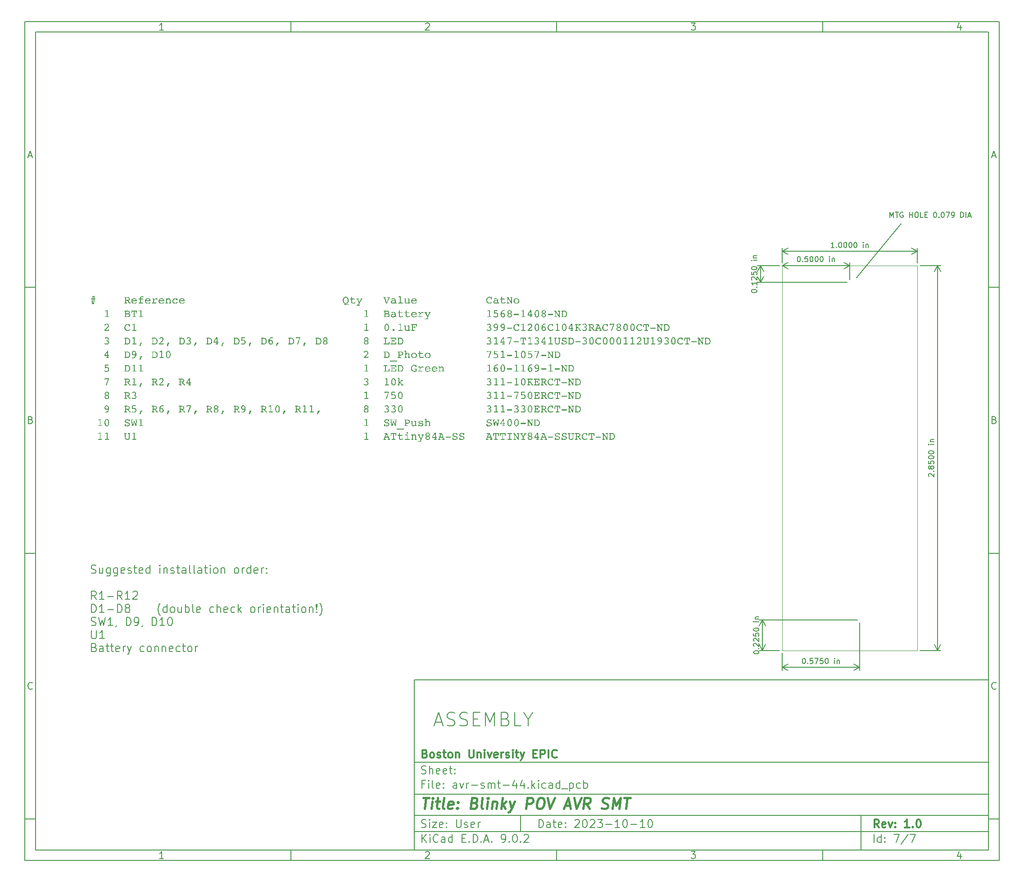
<source format=gbr>
%TF.GenerationSoftware,KiCad,Pcbnew,9.0.2-9.0.2-0~ubuntu24.04.1*%
%TF.CreationDate,2025-05-15T08:42:04-04:00*%
%TF.ProjectId,avr-smt-44,6176722d-736d-4742-9d34-342e6b696361,1.0*%
%TF.SameCoordinates,Original*%
%TF.FileFunction,Profile,NP*%
%FSLAX46Y46*%
G04 Gerber Fmt 4.6, Leading zero omitted, Abs format (unit mm)*
G04 Created by KiCad (PCBNEW 9.0.2-9.0.2-0~ubuntu24.04.1) date 2025-05-15 08:42:04*
%MOMM*%
%LPD*%
G01*
G04 APERTURE LIST*
%ADD10C,0.100000*%
%ADD11C,0.150000*%
%ADD12C,0.300000*%
%ADD13C,0.400000*%
%TA.AperFunction,Profile*%
%ADD14C,0.100000*%
%TD*%
%ADD15C,0.127000*%
%ADD16C,0.152400*%
%ADD17C,0.203200*%
G04 APERTURE END LIST*
D10*
D11*
X83200000Y-133800000D02*
X191200000Y-133800000D01*
X191200000Y-165800000D01*
X83200000Y-165800000D01*
X83200000Y-133800000D01*
D10*
D11*
X10000000Y-10000000D02*
X193200000Y-10000000D01*
X193200000Y-167800000D01*
X10000000Y-167800000D01*
X10000000Y-10000000D01*
D10*
D11*
X12000000Y-12000000D02*
X191200000Y-12000000D01*
X191200000Y-165800000D01*
X12000000Y-165800000D01*
X12000000Y-12000000D01*
D10*
D11*
X60000000Y-12000000D02*
X60000000Y-10000000D01*
D10*
D11*
X110000000Y-12000000D02*
X110000000Y-10000000D01*
D10*
D11*
X160000000Y-12000000D02*
X160000000Y-10000000D01*
D10*
D11*
X36089160Y-11593604D02*
X35346303Y-11593604D01*
X35717731Y-11593604D02*
X35717731Y-10293604D01*
X35717731Y-10293604D02*
X35593922Y-10479319D01*
X35593922Y-10479319D02*
X35470112Y-10603128D01*
X35470112Y-10603128D02*
X35346303Y-10665033D01*
D10*
D11*
X85346303Y-10417414D02*
X85408207Y-10355509D01*
X85408207Y-10355509D02*
X85532017Y-10293604D01*
X85532017Y-10293604D02*
X85841541Y-10293604D01*
X85841541Y-10293604D02*
X85965350Y-10355509D01*
X85965350Y-10355509D02*
X86027255Y-10417414D01*
X86027255Y-10417414D02*
X86089160Y-10541223D01*
X86089160Y-10541223D02*
X86089160Y-10665033D01*
X86089160Y-10665033D02*
X86027255Y-10850747D01*
X86027255Y-10850747D02*
X85284398Y-11593604D01*
X85284398Y-11593604D02*
X86089160Y-11593604D01*
D10*
D11*
X135284398Y-10293604D02*
X136089160Y-10293604D01*
X136089160Y-10293604D02*
X135655826Y-10788842D01*
X135655826Y-10788842D02*
X135841541Y-10788842D01*
X135841541Y-10788842D02*
X135965350Y-10850747D01*
X135965350Y-10850747D02*
X136027255Y-10912652D01*
X136027255Y-10912652D02*
X136089160Y-11036461D01*
X136089160Y-11036461D02*
X136089160Y-11345985D01*
X136089160Y-11345985D02*
X136027255Y-11469795D01*
X136027255Y-11469795D02*
X135965350Y-11531700D01*
X135965350Y-11531700D02*
X135841541Y-11593604D01*
X135841541Y-11593604D02*
X135470112Y-11593604D01*
X135470112Y-11593604D02*
X135346303Y-11531700D01*
X135346303Y-11531700D02*
X135284398Y-11469795D01*
D10*
D11*
X185965350Y-10726938D02*
X185965350Y-11593604D01*
X185655826Y-10231700D02*
X185346303Y-11160271D01*
X185346303Y-11160271D02*
X186151064Y-11160271D01*
D10*
D11*
X60000000Y-165800000D02*
X60000000Y-167800000D01*
D10*
D11*
X110000000Y-165800000D02*
X110000000Y-167800000D01*
D10*
D11*
X160000000Y-165800000D02*
X160000000Y-167800000D01*
D10*
D11*
X36089160Y-167393604D02*
X35346303Y-167393604D01*
X35717731Y-167393604D02*
X35717731Y-166093604D01*
X35717731Y-166093604D02*
X35593922Y-166279319D01*
X35593922Y-166279319D02*
X35470112Y-166403128D01*
X35470112Y-166403128D02*
X35346303Y-166465033D01*
D10*
D11*
X85346303Y-166217414D02*
X85408207Y-166155509D01*
X85408207Y-166155509D02*
X85532017Y-166093604D01*
X85532017Y-166093604D02*
X85841541Y-166093604D01*
X85841541Y-166093604D02*
X85965350Y-166155509D01*
X85965350Y-166155509D02*
X86027255Y-166217414D01*
X86027255Y-166217414D02*
X86089160Y-166341223D01*
X86089160Y-166341223D02*
X86089160Y-166465033D01*
X86089160Y-166465033D02*
X86027255Y-166650747D01*
X86027255Y-166650747D02*
X85284398Y-167393604D01*
X85284398Y-167393604D02*
X86089160Y-167393604D01*
D10*
D11*
X135284398Y-166093604D02*
X136089160Y-166093604D01*
X136089160Y-166093604D02*
X135655826Y-166588842D01*
X135655826Y-166588842D02*
X135841541Y-166588842D01*
X135841541Y-166588842D02*
X135965350Y-166650747D01*
X135965350Y-166650747D02*
X136027255Y-166712652D01*
X136027255Y-166712652D02*
X136089160Y-166836461D01*
X136089160Y-166836461D02*
X136089160Y-167145985D01*
X136089160Y-167145985D02*
X136027255Y-167269795D01*
X136027255Y-167269795D02*
X135965350Y-167331700D01*
X135965350Y-167331700D02*
X135841541Y-167393604D01*
X135841541Y-167393604D02*
X135470112Y-167393604D01*
X135470112Y-167393604D02*
X135346303Y-167331700D01*
X135346303Y-167331700D02*
X135284398Y-167269795D01*
D10*
D11*
X185965350Y-166526938D02*
X185965350Y-167393604D01*
X185655826Y-166031700D02*
X185346303Y-166960271D01*
X185346303Y-166960271D02*
X186151064Y-166960271D01*
D10*
D11*
X10000000Y-60000000D02*
X12000000Y-60000000D01*
D10*
D11*
X10000000Y-110000000D02*
X12000000Y-110000000D01*
D10*
D11*
X10000000Y-160000000D02*
X12000000Y-160000000D01*
D10*
D11*
X10690476Y-35222176D02*
X11309523Y-35222176D01*
X10566666Y-35593604D02*
X10999999Y-34293604D01*
X10999999Y-34293604D02*
X11433333Y-35593604D01*
D10*
D11*
X11092857Y-84912652D02*
X11278571Y-84974557D01*
X11278571Y-84974557D02*
X11340476Y-85036461D01*
X11340476Y-85036461D02*
X11402380Y-85160271D01*
X11402380Y-85160271D02*
X11402380Y-85345985D01*
X11402380Y-85345985D02*
X11340476Y-85469795D01*
X11340476Y-85469795D02*
X11278571Y-85531700D01*
X11278571Y-85531700D02*
X11154761Y-85593604D01*
X11154761Y-85593604D02*
X10659523Y-85593604D01*
X10659523Y-85593604D02*
X10659523Y-84293604D01*
X10659523Y-84293604D02*
X11092857Y-84293604D01*
X11092857Y-84293604D02*
X11216666Y-84355509D01*
X11216666Y-84355509D02*
X11278571Y-84417414D01*
X11278571Y-84417414D02*
X11340476Y-84541223D01*
X11340476Y-84541223D02*
X11340476Y-84665033D01*
X11340476Y-84665033D02*
X11278571Y-84788842D01*
X11278571Y-84788842D02*
X11216666Y-84850747D01*
X11216666Y-84850747D02*
X11092857Y-84912652D01*
X11092857Y-84912652D02*
X10659523Y-84912652D01*
D10*
D11*
X11402380Y-135469795D02*
X11340476Y-135531700D01*
X11340476Y-135531700D02*
X11154761Y-135593604D01*
X11154761Y-135593604D02*
X11030952Y-135593604D01*
X11030952Y-135593604D02*
X10845238Y-135531700D01*
X10845238Y-135531700D02*
X10721428Y-135407890D01*
X10721428Y-135407890D02*
X10659523Y-135284080D01*
X10659523Y-135284080D02*
X10597619Y-135036461D01*
X10597619Y-135036461D02*
X10597619Y-134850747D01*
X10597619Y-134850747D02*
X10659523Y-134603128D01*
X10659523Y-134603128D02*
X10721428Y-134479319D01*
X10721428Y-134479319D02*
X10845238Y-134355509D01*
X10845238Y-134355509D02*
X11030952Y-134293604D01*
X11030952Y-134293604D02*
X11154761Y-134293604D01*
X11154761Y-134293604D02*
X11340476Y-134355509D01*
X11340476Y-134355509D02*
X11402380Y-134417414D01*
D10*
D11*
X193200000Y-60000000D02*
X191200000Y-60000000D01*
D10*
D11*
X193200000Y-110000000D02*
X191200000Y-110000000D01*
D10*
D11*
X193200000Y-160000000D02*
X191200000Y-160000000D01*
D10*
D11*
X191890476Y-35222176D02*
X192509523Y-35222176D01*
X191766666Y-35593604D02*
X192199999Y-34293604D01*
X192199999Y-34293604D02*
X192633333Y-35593604D01*
D10*
D11*
X192292857Y-84912652D02*
X192478571Y-84974557D01*
X192478571Y-84974557D02*
X192540476Y-85036461D01*
X192540476Y-85036461D02*
X192602380Y-85160271D01*
X192602380Y-85160271D02*
X192602380Y-85345985D01*
X192602380Y-85345985D02*
X192540476Y-85469795D01*
X192540476Y-85469795D02*
X192478571Y-85531700D01*
X192478571Y-85531700D02*
X192354761Y-85593604D01*
X192354761Y-85593604D02*
X191859523Y-85593604D01*
X191859523Y-85593604D02*
X191859523Y-84293604D01*
X191859523Y-84293604D02*
X192292857Y-84293604D01*
X192292857Y-84293604D02*
X192416666Y-84355509D01*
X192416666Y-84355509D02*
X192478571Y-84417414D01*
X192478571Y-84417414D02*
X192540476Y-84541223D01*
X192540476Y-84541223D02*
X192540476Y-84665033D01*
X192540476Y-84665033D02*
X192478571Y-84788842D01*
X192478571Y-84788842D02*
X192416666Y-84850747D01*
X192416666Y-84850747D02*
X192292857Y-84912652D01*
X192292857Y-84912652D02*
X191859523Y-84912652D01*
D10*
D11*
X192602380Y-135469795D02*
X192540476Y-135531700D01*
X192540476Y-135531700D02*
X192354761Y-135593604D01*
X192354761Y-135593604D02*
X192230952Y-135593604D01*
X192230952Y-135593604D02*
X192045238Y-135531700D01*
X192045238Y-135531700D02*
X191921428Y-135407890D01*
X191921428Y-135407890D02*
X191859523Y-135284080D01*
X191859523Y-135284080D02*
X191797619Y-135036461D01*
X191797619Y-135036461D02*
X191797619Y-134850747D01*
X191797619Y-134850747D02*
X191859523Y-134603128D01*
X191859523Y-134603128D02*
X191921428Y-134479319D01*
X191921428Y-134479319D02*
X192045238Y-134355509D01*
X192045238Y-134355509D02*
X192230952Y-134293604D01*
X192230952Y-134293604D02*
X192354761Y-134293604D01*
X192354761Y-134293604D02*
X192540476Y-134355509D01*
X192540476Y-134355509D02*
X192602380Y-134417414D01*
D10*
D11*
X106655826Y-161586128D02*
X106655826Y-160086128D01*
X106655826Y-160086128D02*
X107012969Y-160086128D01*
X107012969Y-160086128D02*
X107227255Y-160157557D01*
X107227255Y-160157557D02*
X107370112Y-160300414D01*
X107370112Y-160300414D02*
X107441541Y-160443271D01*
X107441541Y-160443271D02*
X107512969Y-160728985D01*
X107512969Y-160728985D02*
X107512969Y-160943271D01*
X107512969Y-160943271D02*
X107441541Y-161228985D01*
X107441541Y-161228985D02*
X107370112Y-161371842D01*
X107370112Y-161371842D02*
X107227255Y-161514700D01*
X107227255Y-161514700D02*
X107012969Y-161586128D01*
X107012969Y-161586128D02*
X106655826Y-161586128D01*
X108798684Y-161586128D02*
X108798684Y-160800414D01*
X108798684Y-160800414D02*
X108727255Y-160657557D01*
X108727255Y-160657557D02*
X108584398Y-160586128D01*
X108584398Y-160586128D02*
X108298684Y-160586128D01*
X108298684Y-160586128D02*
X108155826Y-160657557D01*
X108798684Y-161514700D02*
X108655826Y-161586128D01*
X108655826Y-161586128D02*
X108298684Y-161586128D01*
X108298684Y-161586128D02*
X108155826Y-161514700D01*
X108155826Y-161514700D02*
X108084398Y-161371842D01*
X108084398Y-161371842D02*
X108084398Y-161228985D01*
X108084398Y-161228985D02*
X108155826Y-161086128D01*
X108155826Y-161086128D02*
X108298684Y-161014700D01*
X108298684Y-161014700D02*
X108655826Y-161014700D01*
X108655826Y-161014700D02*
X108798684Y-160943271D01*
X109298684Y-160586128D02*
X109870112Y-160586128D01*
X109512969Y-160086128D02*
X109512969Y-161371842D01*
X109512969Y-161371842D02*
X109584398Y-161514700D01*
X109584398Y-161514700D02*
X109727255Y-161586128D01*
X109727255Y-161586128D02*
X109870112Y-161586128D01*
X110941541Y-161514700D02*
X110798684Y-161586128D01*
X110798684Y-161586128D02*
X110512970Y-161586128D01*
X110512970Y-161586128D02*
X110370112Y-161514700D01*
X110370112Y-161514700D02*
X110298684Y-161371842D01*
X110298684Y-161371842D02*
X110298684Y-160800414D01*
X110298684Y-160800414D02*
X110370112Y-160657557D01*
X110370112Y-160657557D02*
X110512970Y-160586128D01*
X110512970Y-160586128D02*
X110798684Y-160586128D01*
X110798684Y-160586128D02*
X110941541Y-160657557D01*
X110941541Y-160657557D02*
X111012970Y-160800414D01*
X111012970Y-160800414D02*
X111012970Y-160943271D01*
X111012970Y-160943271D02*
X110298684Y-161086128D01*
X111655826Y-161443271D02*
X111727255Y-161514700D01*
X111727255Y-161514700D02*
X111655826Y-161586128D01*
X111655826Y-161586128D02*
X111584398Y-161514700D01*
X111584398Y-161514700D02*
X111655826Y-161443271D01*
X111655826Y-161443271D02*
X111655826Y-161586128D01*
X111655826Y-160657557D02*
X111727255Y-160728985D01*
X111727255Y-160728985D02*
X111655826Y-160800414D01*
X111655826Y-160800414D02*
X111584398Y-160728985D01*
X111584398Y-160728985D02*
X111655826Y-160657557D01*
X111655826Y-160657557D02*
X111655826Y-160800414D01*
X113441541Y-160228985D02*
X113512969Y-160157557D01*
X113512969Y-160157557D02*
X113655827Y-160086128D01*
X113655827Y-160086128D02*
X114012969Y-160086128D01*
X114012969Y-160086128D02*
X114155827Y-160157557D01*
X114155827Y-160157557D02*
X114227255Y-160228985D01*
X114227255Y-160228985D02*
X114298684Y-160371842D01*
X114298684Y-160371842D02*
X114298684Y-160514700D01*
X114298684Y-160514700D02*
X114227255Y-160728985D01*
X114227255Y-160728985D02*
X113370112Y-161586128D01*
X113370112Y-161586128D02*
X114298684Y-161586128D01*
X115227255Y-160086128D02*
X115370112Y-160086128D01*
X115370112Y-160086128D02*
X115512969Y-160157557D01*
X115512969Y-160157557D02*
X115584398Y-160228985D01*
X115584398Y-160228985D02*
X115655826Y-160371842D01*
X115655826Y-160371842D02*
X115727255Y-160657557D01*
X115727255Y-160657557D02*
X115727255Y-161014700D01*
X115727255Y-161014700D02*
X115655826Y-161300414D01*
X115655826Y-161300414D02*
X115584398Y-161443271D01*
X115584398Y-161443271D02*
X115512969Y-161514700D01*
X115512969Y-161514700D02*
X115370112Y-161586128D01*
X115370112Y-161586128D02*
X115227255Y-161586128D01*
X115227255Y-161586128D02*
X115084398Y-161514700D01*
X115084398Y-161514700D02*
X115012969Y-161443271D01*
X115012969Y-161443271D02*
X114941540Y-161300414D01*
X114941540Y-161300414D02*
X114870112Y-161014700D01*
X114870112Y-161014700D02*
X114870112Y-160657557D01*
X114870112Y-160657557D02*
X114941540Y-160371842D01*
X114941540Y-160371842D02*
X115012969Y-160228985D01*
X115012969Y-160228985D02*
X115084398Y-160157557D01*
X115084398Y-160157557D02*
X115227255Y-160086128D01*
X116298683Y-160228985D02*
X116370111Y-160157557D01*
X116370111Y-160157557D02*
X116512969Y-160086128D01*
X116512969Y-160086128D02*
X116870111Y-160086128D01*
X116870111Y-160086128D02*
X117012969Y-160157557D01*
X117012969Y-160157557D02*
X117084397Y-160228985D01*
X117084397Y-160228985D02*
X117155826Y-160371842D01*
X117155826Y-160371842D02*
X117155826Y-160514700D01*
X117155826Y-160514700D02*
X117084397Y-160728985D01*
X117084397Y-160728985D02*
X116227254Y-161586128D01*
X116227254Y-161586128D02*
X117155826Y-161586128D01*
X117655825Y-160086128D02*
X118584397Y-160086128D01*
X118584397Y-160086128D02*
X118084397Y-160657557D01*
X118084397Y-160657557D02*
X118298682Y-160657557D01*
X118298682Y-160657557D02*
X118441540Y-160728985D01*
X118441540Y-160728985D02*
X118512968Y-160800414D01*
X118512968Y-160800414D02*
X118584397Y-160943271D01*
X118584397Y-160943271D02*
X118584397Y-161300414D01*
X118584397Y-161300414D02*
X118512968Y-161443271D01*
X118512968Y-161443271D02*
X118441540Y-161514700D01*
X118441540Y-161514700D02*
X118298682Y-161586128D01*
X118298682Y-161586128D02*
X117870111Y-161586128D01*
X117870111Y-161586128D02*
X117727254Y-161514700D01*
X117727254Y-161514700D02*
X117655825Y-161443271D01*
X119227253Y-161014700D02*
X120370111Y-161014700D01*
X121870111Y-161586128D02*
X121012968Y-161586128D01*
X121441539Y-161586128D02*
X121441539Y-160086128D01*
X121441539Y-160086128D02*
X121298682Y-160300414D01*
X121298682Y-160300414D02*
X121155825Y-160443271D01*
X121155825Y-160443271D02*
X121012968Y-160514700D01*
X122798682Y-160086128D02*
X122941539Y-160086128D01*
X122941539Y-160086128D02*
X123084396Y-160157557D01*
X123084396Y-160157557D02*
X123155825Y-160228985D01*
X123155825Y-160228985D02*
X123227253Y-160371842D01*
X123227253Y-160371842D02*
X123298682Y-160657557D01*
X123298682Y-160657557D02*
X123298682Y-161014700D01*
X123298682Y-161014700D02*
X123227253Y-161300414D01*
X123227253Y-161300414D02*
X123155825Y-161443271D01*
X123155825Y-161443271D02*
X123084396Y-161514700D01*
X123084396Y-161514700D02*
X122941539Y-161586128D01*
X122941539Y-161586128D02*
X122798682Y-161586128D01*
X122798682Y-161586128D02*
X122655825Y-161514700D01*
X122655825Y-161514700D02*
X122584396Y-161443271D01*
X122584396Y-161443271D02*
X122512967Y-161300414D01*
X122512967Y-161300414D02*
X122441539Y-161014700D01*
X122441539Y-161014700D02*
X122441539Y-160657557D01*
X122441539Y-160657557D02*
X122512967Y-160371842D01*
X122512967Y-160371842D02*
X122584396Y-160228985D01*
X122584396Y-160228985D02*
X122655825Y-160157557D01*
X122655825Y-160157557D02*
X122798682Y-160086128D01*
X123941538Y-161014700D02*
X125084396Y-161014700D01*
X126584396Y-161586128D02*
X125727253Y-161586128D01*
X126155824Y-161586128D02*
X126155824Y-160086128D01*
X126155824Y-160086128D02*
X126012967Y-160300414D01*
X126012967Y-160300414D02*
X125870110Y-160443271D01*
X125870110Y-160443271D02*
X125727253Y-160514700D01*
X127512967Y-160086128D02*
X127655824Y-160086128D01*
X127655824Y-160086128D02*
X127798681Y-160157557D01*
X127798681Y-160157557D02*
X127870110Y-160228985D01*
X127870110Y-160228985D02*
X127941538Y-160371842D01*
X127941538Y-160371842D02*
X128012967Y-160657557D01*
X128012967Y-160657557D02*
X128012967Y-161014700D01*
X128012967Y-161014700D02*
X127941538Y-161300414D01*
X127941538Y-161300414D02*
X127870110Y-161443271D01*
X127870110Y-161443271D02*
X127798681Y-161514700D01*
X127798681Y-161514700D02*
X127655824Y-161586128D01*
X127655824Y-161586128D02*
X127512967Y-161586128D01*
X127512967Y-161586128D02*
X127370110Y-161514700D01*
X127370110Y-161514700D02*
X127298681Y-161443271D01*
X127298681Y-161443271D02*
X127227252Y-161300414D01*
X127227252Y-161300414D02*
X127155824Y-161014700D01*
X127155824Y-161014700D02*
X127155824Y-160657557D01*
X127155824Y-160657557D02*
X127227252Y-160371842D01*
X127227252Y-160371842D02*
X127298681Y-160228985D01*
X127298681Y-160228985D02*
X127370110Y-160157557D01*
X127370110Y-160157557D02*
X127512967Y-160086128D01*
D10*
D11*
X83200000Y-162300000D02*
X191200000Y-162300000D01*
D10*
D11*
X84655826Y-164386128D02*
X84655826Y-162886128D01*
X85512969Y-164386128D02*
X84870112Y-163528985D01*
X85512969Y-162886128D02*
X84655826Y-163743271D01*
X86155826Y-164386128D02*
X86155826Y-163386128D01*
X86155826Y-162886128D02*
X86084398Y-162957557D01*
X86084398Y-162957557D02*
X86155826Y-163028985D01*
X86155826Y-163028985D02*
X86227255Y-162957557D01*
X86227255Y-162957557D02*
X86155826Y-162886128D01*
X86155826Y-162886128D02*
X86155826Y-163028985D01*
X87727255Y-164243271D02*
X87655827Y-164314700D01*
X87655827Y-164314700D02*
X87441541Y-164386128D01*
X87441541Y-164386128D02*
X87298684Y-164386128D01*
X87298684Y-164386128D02*
X87084398Y-164314700D01*
X87084398Y-164314700D02*
X86941541Y-164171842D01*
X86941541Y-164171842D02*
X86870112Y-164028985D01*
X86870112Y-164028985D02*
X86798684Y-163743271D01*
X86798684Y-163743271D02*
X86798684Y-163528985D01*
X86798684Y-163528985D02*
X86870112Y-163243271D01*
X86870112Y-163243271D02*
X86941541Y-163100414D01*
X86941541Y-163100414D02*
X87084398Y-162957557D01*
X87084398Y-162957557D02*
X87298684Y-162886128D01*
X87298684Y-162886128D02*
X87441541Y-162886128D01*
X87441541Y-162886128D02*
X87655827Y-162957557D01*
X87655827Y-162957557D02*
X87727255Y-163028985D01*
X89012970Y-164386128D02*
X89012970Y-163600414D01*
X89012970Y-163600414D02*
X88941541Y-163457557D01*
X88941541Y-163457557D02*
X88798684Y-163386128D01*
X88798684Y-163386128D02*
X88512970Y-163386128D01*
X88512970Y-163386128D02*
X88370112Y-163457557D01*
X89012970Y-164314700D02*
X88870112Y-164386128D01*
X88870112Y-164386128D02*
X88512970Y-164386128D01*
X88512970Y-164386128D02*
X88370112Y-164314700D01*
X88370112Y-164314700D02*
X88298684Y-164171842D01*
X88298684Y-164171842D02*
X88298684Y-164028985D01*
X88298684Y-164028985D02*
X88370112Y-163886128D01*
X88370112Y-163886128D02*
X88512970Y-163814700D01*
X88512970Y-163814700D02*
X88870112Y-163814700D01*
X88870112Y-163814700D02*
X89012970Y-163743271D01*
X90370113Y-164386128D02*
X90370113Y-162886128D01*
X90370113Y-164314700D02*
X90227255Y-164386128D01*
X90227255Y-164386128D02*
X89941541Y-164386128D01*
X89941541Y-164386128D02*
X89798684Y-164314700D01*
X89798684Y-164314700D02*
X89727255Y-164243271D01*
X89727255Y-164243271D02*
X89655827Y-164100414D01*
X89655827Y-164100414D02*
X89655827Y-163671842D01*
X89655827Y-163671842D02*
X89727255Y-163528985D01*
X89727255Y-163528985D02*
X89798684Y-163457557D01*
X89798684Y-163457557D02*
X89941541Y-163386128D01*
X89941541Y-163386128D02*
X90227255Y-163386128D01*
X90227255Y-163386128D02*
X90370113Y-163457557D01*
X92227255Y-163600414D02*
X92727255Y-163600414D01*
X92941541Y-164386128D02*
X92227255Y-164386128D01*
X92227255Y-164386128D02*
X92227255Y-162886128D01*
X92227255Y-162886128D02*
X92941541Y-162886128D01*
X93584398Y-164243271D02*
X93655827Y-164314700D01*
X93655827Y-164314700D02*
X93584398Y-164386128D01*
X93584398Y-164386128D02*
X93512970Y-164314700D01*
X93512970Y-164314700D02*
X93584398Y-164243271D01*
X93584398Y-164243271D02*
X93584398Y-164386128D01*
X94298684Y-164386128D02*
X94298684Y-162886128D01*
X94298684Y-162886128D02*
X94655827Y-162886128D01*
X94655827Y-162886128D02*
X94870113Y-162957557D01*
X94870113Y-162957557D02*
X95012970Y-163100414D01*
X95012970Y-163100414D02*
X95084399Y-163243271D01*
X95084399Y-163243271D02*
X95155827Y-163528985D01*
X95155827Y-163528985D02*
X95155827Y-163743271D01*
X95155827Y-163743271D02*
X95084399Y-164028985D01*
X95084399Y-164028985D02*
X95012970Y-164171842D01*
X95012970Y-164171842D02*
X94870113Y-164314700D01*
X94870113Y-164314700D02*
X94655827Y-164386128D01*
X94655827Y-164386128D02*
X94298684Y-164386128D01*
X95798684Y-164243271D02*
X95870113Y-164314700D01*
X95870113Y-164314700D02*
X95798684Y-164386128D01*
X95798684Y-164386128D02*
X95727256Y-164314700D01*
X95727256Y-164314700D02*
X95798684Y-164243271D01*
X95798684Y-164243271D02*
X95798684Y-164386128D01*
X96441542Y-163957557D02*
X97155828Y-163957557D01*
X96298685Y-164386128D02*
X96798685Y-162886128D01*
X96798685Y-162886128D02*
X97298685Y-164386128D01*
X97798684Y-164243271D02*
X97870113Y-164314700D01*
X97870113Y-164314700D02*
X97798684Y-164386128D01*
X97798684Y-164386128D02*
X97727256Y-164314700D01*
X97727256Y-164314700D02*
X97798684Y-164243271D01*
X97798684Y-164243271D02*
X97798684Y-164386128D01*
X99727256Y-164386128D02*
X100012970Y-164386128D01*
X100012970Y-164386128D02*
X100155827Y-164314700D01*
X100155827Y-164314700D02*
X100227256Y-164243271D01*
X100227256Y-164243271D02*
X100370113Y-164028985D01*
X100370113Y-164028985D02*
X100441542Y-163743271D01*
X100441542Y-163743271D02*
X100441542Y-163171842D01*
X100441542Y-163171842D02*
X100370113Y-163028985D01*
X100370113Y-163028985D02*
X100298685Y-162957557D01*
X100298685Y-162957557D02*
X100155827Y-162886128D01*
X100155827Y-162886128D02*
X99870113Y-162886128D01*
X99870113Y-162886128D02*
X99727256Y-162957557D01*
X99727256Y-162957557D02*
X99655827Y-163028985D01*
X99655827Y-163028985D02*
X99584399Y-163171842D01*
X99584399Y-163171842D02*
X99584399Y-163528985D01*
X99584399Y-163528985D02*
X99655827Y-163671842D01*
X99655827Y-163671842D02*
X99727256Y-163743271D01*
X99727256Y-163743271D02*
X99870113Y-163814700D01*
X99870113Y-163814700D02*
X100155827Y-163814700D01*
X100155827Y-163814700D02*
X100298685Y-163743271D01*
X100298685Y-163743271D02*
X100370113Y-163671842D01*
X100370113Y-163671842D02*
X100441542Y-163528985D01*
X101084398Y-164243271D02*
X101155827Y-164314700D01*
X101155827Y-164314700D02*
X101084398Y-164386128D01*
X101084398Y-164386128D02*
X101012970Y-164314700D01*
X101012970Y-164314700D02*
X101084398Y-164243271D01*
X101084398Y-164243271D02*
X101084398Y-164386128D01*
X102084399Y-162886128D02*
X102227256Y-162886128D01*
X102227256Y-162886128D02*
X102370113Y-162957557D01*
X102370113Y-162957557D02*
X102441542Y-163028985D01*
X102441542Y-163028985D02*
X102512970Y-163171842D01*
X102512970Y-163171842D02*
X102584399Y-163457557D01*
X102584399Y-163457557D02*
X102584399Y-163814700D01*
X102584399Y-163814700D02*
X102512970Y-164100414D01*
X102512970Y-164100414D02*
X102441542Y-164243271D01*
X102441542Y-164243271D02*
X102370113Y-164314700D01*
X102370113Y-164314700D02*
X102227256Y-164386128D01*
X102227256Y-164386128D02*
X102084399Y-164386128D01*
X102084399Y-164386128D02*
X101941542Y-164314700D01*
X101941542Y-164314700D02*
X101870113Y-164243271D01*
X101870113Y-164243271D02*
X101798684Y-164100414D01*
X101798684Y-164100414D02*
X101727256Y-163814700D01*
X101727256Y-163814700D02*
X101727256Y-163457557D01*
X101727256Y-163457557D02*
X101798684Y-163171842D01*
X101798684Y-163171842D02*
X101870113Y-163028985D01*
X101870113Y-163028985D02*
X101941542Y-162957557D01*
X101941542Y-162957557D02*
X102084399Y-162886128D01*
X103227255Y-164243271D02*
X103298684Y-164314700D01*
X103298684Y-164314700D02*
X103227255Y-164386128D01*
X103227255Y-164386128D02*
X103155827Y-164314700D01*
X103155827Y-164314700D02*
X103227255Y-164243271D01*
X103227255Y-164243271D02*
X103227255Y-164386128D01*
X103870113Y-163028985D02*
X103941541Y-162957557D01*
X103941541Y-162957557D02*
X104084399Y-162886128D01*
X104084399Y-162886128D02*
X104441541Y-162886128D01*
X104441541Y-162886128D02*
X104584399Y-162957557D01*
X104584399Y-162957557D02*
X104655827Y-163028985D01*
X104655827Y-163028985D02*
X104727256Y-163171842D01*
X104727256Y-163171842D02*
X104727256Y-163314700D01*
X104727256Y-163314700D02*
X104655827Y-163528985D01*
X104655827Y-163528985D02*
X103798684Y-164386128D01*
X103798684Y-164386128D02*
X104727256Y-164386128D01*
D10*
D11*
X83200000Y-159300000D02*
X191200000Y-159300000D01*
D10*
D12*
X170611653Y-161578328D02*
X170111653Y-160864042D01*
X169754510Y-161578328D02*
X169754510Y-160078328D01*
X169754510Y-160078328D02*
X170325939Y-160078328D01*
X170325939Y-160078328D02*
X170468796Y-160149757D01*
X170468796Y-160149757D02*
X170540225Y-160221185D01*
X170540225Y-160221185D02*
X170611653Y-160364042D01*
X170611653Y-160364042D02*
X170611653Y-160578328D01*
X170611653Y-160578328D02*
X170540225Y-160721185D01*
X170540225Y-160721185D02*
X170468796Y-160792614D01*
X170468796Y-160792614D02*
X170325939Y-160864042D01*
X170325939Y-160864042D02*
X169754510Y-160864042D01*
X171825939Y-161506900D02*
X171683082Y-161578328D01*
X171683082Y-161578328D02*
X171397368Y-161578328D01*
X171397368Y-161578328D02*
X171254510Y-161506900D01*
X171254510Y-161506900D02*
X171183082Y-161364042D01*
X171183082Y-161364042D02*
X171183082Y-160792614D01*
X171183082Y-160792614D02*
X171254510Y-160649757D01*
X171254510Y-160649757D02*
X171397368Y-160578328D01*
X171397368Y-160578328D02*
X171683082Y-160578328D01*
X171683082Y-160578328D02*
X171825939Y-160649757D01*
X171825939Y-160649757D02*
X171897368Y-160792614D01*
X171897368Y-160792614D02*
X171897368Y-160935471D01*
X171897368Y-160935471D02*
X171183082Y-161078328D01*
X172397367Y-160578328D02*
X172754510Y-161578328D01*
X172754510Y-161578328D02*
X173111653Y-160578328D01*
X173683081Y-161435471D02*
X173754510Y-161506900D01*
X173754510Y-161506900D02*
X173683081Y-161578328D01*
X173683081Y-161578328D02*
X173611653Y-161506900D01*
X173611653Y-161506900D02*
X173683081Y-161435471D01*
X173683081Y-161435471D02*
X173683081Y-161578328D01*
X173683081Y-160649757D02*
X173754510Y-160721185D01*
X173754510Y-160721185D02*
X173683081Y-160792614D01*
X173683081Y-160792614D02*
X173611653Y-160721185D01*
X173611653Y-160721185D02*
X173683081Y-160649757D01*
X173683081Y-160649757D02*
X173683081Y-160792614D01*
X176325939Y-161578328D02*
X175468796Y-161578328D01*
X175897367Y-161578328D02*
X175897367Y-160078328D01*
X175897367Y-160078328D02*
X175754510Y-160292614D01*
X175754510Y-160292614D02*
X175611653Y-160435471D01*
X175611653Y-160435471D02*
X175468796Y-160506900D01*
X176968795Y-161435471D02*
X177040224Y-161506900D01*
X177040224Y-161506900D02*
X176968795Y-161578328D01*
X176968795Y-161578328D02*
X176897367Y-161506900D01*
X176897367Y-161506900D02*
X176968795Y-161435471D01*
X176968795Y-161435471D02*
X176968795Y-161578328D01*
X177968796Y-160078328D02*
X178111653Y-160078328D01*
X178111653Y-160078328D02*
X178254510Y-160149757D01*
X178254510Y-160149757D02*
X178325939Y-160221185D01*
X178325939Y-160221185D02*
X178397367Y-160364042D01*
X178397367Y-160364042D02*
X178468796Y-160649757D01*
X178468796Y-160649757D02*
X178468796Y-161006900D01*
X178468796Y-161006900D02*
X178397367Y-161292614D01*
X178397367Y-161292614D02*
X178325939Y-161435471D01*
X178325939Y-161435471D02*
X178254510Y-161506900D01*
X178254510Y-161506900D02*
X178111653Y-161578328D01*
X178111653Y-161578328D02*
X177968796Y-161578328D01*
X177968796Y-161578328D02*
X177825939Y-161506900D01*
X177825939Y-161506900D02*
X177754510Y-161435471D01*
X177754510Y-161435471D02*
X177683081Y-161292614D01*
X177683081Y-161292614D02*
X177611653Y-161006900D01*
X177611653Y-161006900D02*
X177611653Y-160649757D01*
X177611653Y-160649757D02*
X177683081Y-160364042D01*
X177683081Y-160364042D02*
X177754510Y-160221185D01*
X177754510Y-160221185D02*
X177825939Y-160149757D01*
X177825939Y-160149757D02*
X177968796Y-160078328D01*
D10*
D11*
X84584398Y-161514700D02*
X84798684Y-161586128D01*
X84798684Y-161586128D02*
X85155826Y-161586128D01*
X85155826Y-161586128D02*
X85298684Y-161514700D01*
X85298684Y-161514700D02*
X85370112Y-161443271D01*
X85370112Y-161443271D02*
X85441541Y-161300414D01*
X85441541Y-161300414D02*
X85441541Y-161157557D01*
X85441541Y-161157557D02*
X85370112Y-161014700D01*
X85370112Y-161014700D02*
X85298684Y-160943271D01*
X85298684Y-160943271D02*
X85155826Y-160871842D01*
X85155826Y-160871842D02*
X84870112Y-160800414D01*
X84870112Y-160800414D02*
X84727255Y-160728985D01*
X84727255Y-160728985D02*
X84655826Y-160657557D01*
X84655826Y-160657557D02*
X84584398Y-160514700D01*
X84584398Y-160514700D02*
X84584398Y-160371842D01*
X84584398Y-160371842D02*
X84655826Y-160228985D01*
X84655826Y-160228985D02*
X84727255Y-160157557D01*
X84727255Y-160157557D02*
X84870112Y-160086128D01*
X84870112Y-160086128D02*
X85227255Y-160086128D01*
X85227255Y-160086128D02*
X85441541Y-160157557D01*
X86084397Y-161586128D02*
X86084397Y-160586128D01*
X86084397Y-160086128D02*
X86012969Y-160157557D01*
X86012969Y-160157557D02*
X86084397Y-160228985D01*
X86084397Y-160228985D02*
X86155826Y-160157557D01*
X86155826Y-160157557D02*
X86084397Y-160086128D01*
X86084397Y-160086128D02*
X86084397Y-160228985D01*
X86655826Y-160586128D02*
X87441541Y-160586128D01*
X87441541Y-160586128D02*
X86655826Y-161586128D01*
X86655826Y-161586128D02*
X87441541Y-161586128D01*
X88584398Y-161514700D02*
X88441541Y-161586128D01*
X88441541Y-161586128D02*
X88155827Y-161586128D01*
X88155827Y-161586128D02*
X88012969Y-161514700D01*
X88012969Y-161514700D02*
X87941541Y-161371842D01*
X87941541Y-161371842D02*
X87941541Y-160800414D01*
X87941541Y-160800414D02*
X88012969Y-160657557D01*
X88012969Y-160657557D02*
X88155827Y-160586128D01*
X88155827Y-160586128D02*
X88441541Y-160586128D01*
X88441541Y-160586128D02*
X88584398Y-160657557D01*
X88584398Y-160657557D02*
X88655827Y-160800414D01*
X88655827Y-160800414D02*
X88655827Y-160943271D01*
X88655827Y-160943271D02*
X87941541Y-161086128D01*
X89298683Y-161443271D02*
X89370112Y-161514700D01*
X89370112Y-161514700D02*
X89298683Y-161586128D01*
X89298683Y-161586128D02*
X89227255Y-161514700D01*
X89227255Y-161514700D02*
X89298683Y-161443271D01*
X89298683Y-161443271D02*
X89298683Y-161586128D01*
X89298683Y-160657557D02*
X89370112Y-160728985D01*
X89370112Y-160728985D02*
X89298683Y-160800414D01*
X89298683Y-160800414D02*
X89227255Y-160728985D01*
X89227255Y-160728985D02*
X89298683Y-160657557D01*
X89298683Y-160657557D02*
X89298683Y-160800414D01*
X91155826Y-160086128D02*
X91155826Y-161300414D01*
X91155826Y-161300414D02*
X91227255Y-161443271D01*
X91227255Y-161443271D02*
X91298684Y-161514700D01*
X91298684Y-161514700D02*
X91441541Y-161586128D01*
X91441541Y-161586128D02*
X91727255Y-161586128D01*
X91727255Y-161586128D02*
X91870112Y-161514700D01*
X91870112Y-161514700D02*
X91941541Y-161443271D01*
X91941541Y-161443271D02*
X92012969Y-161300414D01*
X92012969Y-161300414D02*
X92012969Y-160086128D01*
X92655827Y-161514700D02*
X92798684Y-161586128D01*
X92798684Y-161586128D02*
X93084398Y-161586128D01*
X93084398Y-161586128D02*
X93227255Y-161514700D01*
X93227255Y-161514700D02*
X93298684Y-161371842D01*
X93298684Y-161371842D02*
X93298684Y-161300414D01*
X93298684Y-161300414D02*
X93227255Y-161157557D01*
X93227255Y-161157557D02*
X93084398Y-161086128D01*
X93084398Y-161086128D02*
X92870113Y-161086128D01*
X92870113Y-161086128D02*
X92727255Y-161014700D01*
X92727255Y-161014700D02*
X92655827Y-160871842D01*
X92655827Y-160871842D02*
X92655827Y-160800414D01*
X92655827Y-160800414D02*
X92727255Y-160657557D01*
X92727255Y-160657557D02*
X92870113Y-160586128D01*
X92870113Y-160586128D02*
X93084398Y-160586128D01*
X93084398Y-160586128D02*
X93227255Y-160657557D01*
X94512970Y-161514700D02*
X94370113Y-161586128D01*
X94370113Y-161586128D02*
X94084399Y-161586128D01*
X94084399Y-161586128D02*
X93941541Y-161514700D01*
X93941541Y-161514700D02*
X93870113Y-161371842D01*
X93870113Y-161371842D02*
X93870113Y-160800414D01*
X93870113Y-160800414D02*
X93941541Y-160657557D01*
X93941541Y-160657557D02*
X94084399Y-160586128D01*
X94084399Y-160586128D02*
X94370113Y-160586128D01*
X94370113Y-160586128D02*
X94512970Y-160657557D01*
X94512970Y-160657557D02*
X94584399Y-160800414D01*
X94584399Y-160800414D02*
X94584399Y-160943271D01*
X94584399Y-160943271D02*
X93870113Y-161086128D01*
X95227255Y-161586128D02*
X95227255Y-160586128D01*
X95227255Y-160871842D02*
X95298684Y-160728985D01*
X95298684Y-160728985D02*
X95370113Y-160657557D01*
X95370113Y-160657557D02*
X95512970Y-160586128D01*
X95512970Y-160586128D02*
X95655827Y-160586128D01*
D10*
D11*
X169655826Y-164386128D02*
X169655826Y-162886128D01*
X171012970Y-164386128D02*
X171012970Y-162886128D01*
X171012970Y-164314700D02*
X170870112Y-164386128D01*
X170870112Y-164386128D02*
X170584398Y-164386128D01*
X170584398Y-164386128D02*
X170441541Y-164314700D01*
X170441541Y-164314700D02*
X170370112Y-164243271D01*
X170370112Y-164243271D02*
X170298684Y-164100414D01*
X170298684Y-164100414D02*
X170298684Y-163671842D01*
X170298684Y-163671842D02*
X170370112Y-163528985D01*
X170370112Y-163528985D02*
X170441541Y-163457557D01*
X170441541Y-163457557D02*
X170584398Y-163386128D01*
X170584398Y-163386128D02*
X170870112Y-163386128D01*
X170870112Y-163386128D02*
X171012970Y-163457557D01*
X171727255Y-164243271D02*
X171798684Y-164314700D01*
X171798684Y-164314700D02*
X171727255Y-164386128D01*
X171727255Y-164386128D02*
X171655827Y-164314700D01*
X171655827Y-164314700D02*
X171727255Y-164243271D01*
X171727255Y-164243271D02*
X171727255Y-164386128D01*
X171727255Y-163457557D02*
X171798684Y-163528985D01*
X171798684Y-163528985D02*
X171727255Y-163600414D01*
X171727255Y-163600414D02*
X171655827Y-163528985D01*
X171655827Y-163528985D02*
X171727255Y-163457557D01*
X171727255Y-163457557D02*
X171727255Y-163600414D01*
X173441541Y-162886128D02*
X174441541Y-162886128D01*
X174441541Y-162886128D02*
X173798684Y-164386128D01*
X176084398Y-162814700D02*
X174798684Y-164743271D01*
X176441541Y-162886128D02*
X177441541Y-162886128D01*
X177441541Y-162886128D02*
X176798684Y-164386128D01*
D10*
D11*
X83200000Y-155300000D02*
X191200000Y-155300000D01*
D10*
D13*
X84891728Y-156004438D02*
X86034585Y-156004438D01*
X85213157Y-158004438D02*
X85463157Y-156004438D01*
X86451252Y-158004438D02*
X86617919Y-156671104D01*
X86701252Y-156004438D02*
X86594109Y-156099676D01*
X86594109Y-156099676D02*
X86677443Y-156194914D01*
X86677443Y-156194914D02*
X86784586Y-156099676D01*
X86784586Y-156099676D02*
X86701252Y-156004438D01*
X86701252Y-156004438D02*
X86677443Y-156194914D01*
X87284586Y-156671104D02*
X88046490Y-156671104D01*
X87653633Y-156004438D02*
X87439348Y-157718723D01*
X87439348Y-157718723D02*
X87510776Y-157909200D01*
X87510776Y-157909200D02*
X87689348Y-158004438D01*
X87689348Y-158004438D02*
X87879824Y-158004438D01*
X88832205Y-158004438D02*
X88653633Y-157909200D01*
X88653633Y-157909200D02*
X88582205Y-157718723D01*
X88582205Y-157718723D02*
X88796490Y-156004438D01*
X90367919Y-157909200D02*
X90165538Y-158004438D01*
X90165538Y-158004438D02*
X89784585Y-158004438D01*
X89784585Y-158004438D02*
X89606014Y-157909200D01*
X89606014Y-157909200D02*
X89534585Y-157718723D01*
X89534585Y-157718723D02*
X89629824Y-156956819D01*
X89629824Y-156956819D02*
X89748871Y-156766342D01*
X89748871Y-156766342D02*
X89951252Y-156671104D01*
X89951252Y-156671104D02*
X90332204Y-156671104D01*
X90332204Y-156671104D02*
X90510776Y-156766342D01*
X90510776Y-156766342D02*
X90582204Y-156956819D01*
X90582204Y-156956819D02*
X90558395Y-157147295D01*
X90558395Y-157147295D02*
X89582204Y-157337771D01*
X91332205Y-157813961D02*
X91415538Y-157909200D01*
X91415538Y-157909200D02*
X91308395Y-158004438D01*
X91308395Y-158004438D02*
X91225062Y-157909200D01*
X91225062Y-157909200D02*
X91332205Y-157813961D01*
X91332205Y-157813961D02*
X91308395Y-158004438D01*
X91463157Y-156766342D02*
X91546490Y-156861580D01*
X91546490Y-156861580D02*
X91439348Y-156956819D01*
X91439348Y-156956819D02*
X91356014Y-156861580D01*
X91356014Y-156861580D02*
X91463157Y-156766342D01*
X91463157Y-156766342D02*
X91439348Y-156956819D01*
X94582205Y-156956819D02*
X94856015Y-157052057D01*
X94856015Y-157052057D02*
X94939348Y-157147295D01*
X94939348Y-157147295D02*
X95010777Y-157337771D01*
X95010777Y-157337771D02*
X94975062Y-157623485D01*
X94975062Y-157623485D02*
X94856015Y-157813961D01*
X94856015Y-157813961D02*
X94748872Y-157909200D01*
X94748872Y-157909200D02*
X94546491Y-158004438D01*
X94546491Y-158004438D02*
X93784586Y-158004438D01*
X93784586Y-158004438D02*
X94034586Y-156004438D01*
X94034586Y-156004438D02*
X94701253Y-156004438D01*
X94701253Y-156004438D02*
X94879824Y-156099676D01*
X94879824Y-156099676D02*
X94963158Y-156194914D01*
X94963158Y-156194914D02*
X95034586Y-156385390D01*
X95034586Y-156385390D02*
X95010777Y-156575866D01*
X95010777Y-156575866D02*
X94891729Y-156766342D01*
X94891729Y-156766342D02*
X94784586Y-156861580D01*
X94784586Y-156861580D02*
X94582205Y-156956819D01*
X94582205Y-156956819D02*
X93915539Y-156956819D01*
X96070301Y-158004438D02*
X95891729Y-157909200D01*
X95891729Y-157909200D02*
X95820301Y-157718723D01*
X95820301Y-157718723D02*
X96034586Y-156004438D01*
X96832205Y-158004438D02*
X96998872Y-156671104D01*
X97082205Y-156004438D02*
X96975062Y-156099676D01*
X96975062Y-156099676D02*
X97058396Y-156194914D01*
X97058396Y-156194914D02*
X97165539Y-156099676D01*
X97165539Y-156099676D02*
X97082205Y-156004438D01*
X97082205Y-156004438D02*
X97058396Y-156194914D01*
X97951253Y-156671104D02*
X97784586Y-158004438D01*
X97927443Y-156861580D02*
X98034586Y-156766342D01*
X98034586Y-156766342D02*
X98236967Y-156671104D01*
X98236967Y-156671104D02*
X98522681Y-156671104D01*
X98522681Y-156671104D02*
X98701253Y-156766342D01*
X98701253Y-156766342D02*
X98772681Y-156956819D01*
X98772681Y-156956819D02*
X98641729Y-158004438D01*
X99594110Y-158004438D02*
X99844110Y-156004438D01*
X99879825Y-157242533D02*
X100356015Y-158004438D01*
X100522682Y-156671104D02*
X99665539Y-157433009D01*
X101189349Y-156671104D02*
X101498873Y-158004438D01*
X102141730Y-156671104D02*
X101498873Y-158004438D01*
X101498873Y-158004438D02*
X101248873Y-158480628D01*
X101248873Y-158480628D02*
X101141730Y-158575866D01*
X101141730Y-158575866D02*
X100939349Y-158671104D01*
X104260778Y-158004438D02*
X104510778Y-156004438D01*
X104510778Y-156004438D02*
X105272683Y-156004438D01*
X105272683Y-156004438D02*
X105451254Y-156099676D01*
X105451254Y-156099676D02*
X105534588Y-156194914D01*
X105534588Y-156194914D02*
X105606016Y-156385390D01*
X105606016Y-156385390D02*
X105570302Y-156671104D01*
X105570302Y-156671104D02*
X105451254Y-156861580D01*
X105451254Y-156861580D02*
X105344112Y-156956819D01*
X105344112Y-156956819D02*
X105141731Y-157052057D01*
X105141731Y-157052057D02*
X104379826Y-157052057D01*
X106891731Y-156004438D02*
X107272683Y-156004438D01*
X107272683Y-156004438D02*
X107451254Y-156099676D01*
X107451254Y-156099676D02*
X107617921Y-156290152D01*
X107617921Y-156290152D02*
X107665540Y-156671104D01*
X107665540Y-156671104D02*
X107582207Y-157337771D01*
X107582207Y-157337771D02*
X107439350Y-157718723D01*
X107439350Y-157718723D02*
X107225064Y-157909200D01*
X107225064Y-157909200D02*
X107022683Y-158004438D01*
X107022683Y-158004438D02*
X106641731Y-158004438D01*
X106641731Y-158004438D02*
X106463159Y-157909200D01*
X106463159Y-157909200D02*
X106296493Y-157718723D01*
X106296493Y-157718723D02*
X106248873Y-157337771D01*
X106248873Y-157337771D02*
X106332207Y-156671104D01*
X106332207Y-156671104D02*
X106475064Y-156290152D01*
X106475064Y-156290152D02*
X106689350Y-156099676D01*
X106689350Y-156099676D02*
X106891731Y-156004438D01*
X108320302Y-156004438D02*
X108736969Y-158004438D01*
X108736969Y-158004438D02*
X109653635Y-156004438D01*
X111570303Y-157433009D02*
X112522684Y-157433009D01*
X111308398Y-158004438D02*
X112225065Y-156004438D01*
X112225065Y-156004438D02*
X112641731Y-158004438D01*
X113272684Y-156004438D02*
X113689351Y-158004438D01*
X113689351Y-158004438D02*
X114606017Y-156004438D01*
X116165541Y-158004438D02*
X115617922Y-157052057D01*
X115022684Y-158004438D02*
X115272684Y-156004438D01*
X115272684Y-156004438D02*
X116034589Y-156004438D01*
X116034589Y-156004438D02*
X116213160Y-156099676D01*
X116213160Y-156099676D02*
X116296494Y-156194914D01*
X116296494Y-156194914D02*
X116367922Y-156385390D01*
X116367922Y-156385390D02*
X116332208Y-156671104D01*
X116332208Y-156671104D02*
X116213160Y-156861580D01*
X116213160Y-156861580D02*
X116106018Y-156956819D01*
X116106018Y-156956819D02*
X115903637Y-157052057D01*
X115903637Y-157052057D02*
X115141732Y-157052057D01*
X118463161Y-157909200D02*
X118736970Y-158004438D01*
X118736970Y-158004438D02*
X119213161Y-158004438D01*
X119213161Y-158004438D02*
X119415542Y-157909200D01*
X119415542Y-157909200D02*
X119522685Y-157813961D01*
X119522685Y-157813961D02*
X119641732Y-157623485D01*
X119641732Y-157623485D02*
X119665542Y-157433009D01*
X119665542Y-157433009D02*
X119594113Y-157242533D01*
X119594113Y-157242533D02*
X119510780Y-157147295D01*
X119510780Y-157147295D02*
X119332209Y-157052057D01*
X119332209Y-157052057D02*
X118963161Y-156956819D01*
X118963161Y-156956819D02*
X118784589Y-156861580D01*
X118784589Y-156861580D02*
X118701256Y-156766342D01*
X118701256Y-156766342D02*
X118629828Y-156575866D01*
X118629828Y-156575866D02*
X118653637Y-156385390D01*
X118653637Y-156385390D02*
X118772685Y-156194914D01*
X118772685Y-156194914D02*
X118879828Y-156099676D01*
X118879828Y-156099676D02*
X119082209Y-156004438D01*
X119082209Y-156004438D02*
X119558399Y-156004438D01*
X119558399Y-156004438D02*
X119832209Y-156099676D01*
X120451256Y-158004438D02*
X120701256Y-156004438D01*
X120701256Y-156004438D02*
X121189351Y-157433009D01*
X121189351Y-157433009D02*
X122034590Y-156004438D01*
X122034590Y-156004438D02*
X121784590Y-158004438D01*
X122701256Y-156004438D02*
X123844113Y-156004438D01*
X123022685Y-158004438D02*
X123272685Y-156004438D01*
D10*
D11*
X85155826Y-153400414D02*
X84655826Y-153400414D01*
X84655826Y-154186128D02*
X84655826Y-152686128D01*
X84655826Y-152686128D02*
X85370112Y-152686128D01*
X85941540Y-154186128D02*
X85941540Y-153186128D01*
X85941540Y-152686128D02*
X85870112Y-152757557D01*
X85870112Y-152757557D02*
X85941540Y-152828985D01*
X85941540Y-152828985D02*
X86012969Y-152757557D01*
X86012969Y-152757557D02*
X85941540Y-152686128D01*
X85941540Y-152686128D02*
X85941540Y-152828985D01*
X86870112Y-154186128D02*
X86727255Y-154114700D01*
X86727255Y-154114700D02*
X86655826Y-153971842D01*
X86655826Y-153971842D02*
X86655826Y-152686128D01*
X88012969Y-154114700D02*
X87870112Y-154186128D01*
X87870112Y-154186128D02*
X87584398Y-154186128D01*
X87584398Y-154186128D02*
X87441540Y-154114700D01*
X87441540Y-154114700D02*
X87370112Y-153971842D01*
X87370112Y-153971842D02*
X87370112Y-153400414D01*
X87370112Y-153400414D02*
X87441540Y-153257557D01*
X87441540Y-153257557D02*
X87584398Y-153186128D01*
X87584398Y-153186128D02*
X87870112Y-153186128D01*
X87870112Y-153186128D02*
X88012969Y-153257557D01*
X88012969Y-153257557D02*
X88084398Y-153400414D01*
X88084398Y-153400414D02*
X88084398Y-153543271D01*
X88084398Y-153543271D02*
X87370112Y-153686128D01*
X88727254Y-154043271D02*
X88798683Y-154114700D01*
X88798683Y-154114700D02*
X88727254Y-154186128D01*
X88727254Y-154186128D02*
X88655826Y-154114700D01*
X88655826Y-154114700D02*
X88727254Y-154043271D01*
X88727254Y-154043271D02*
X88727254Y-154186128D01*
X88727254Y-153257557D02*
X88798683Y-153328985D01*
X88798683Y-153328985D02*
X88727254Y-153400414D01*
X88727254Y-153400414D02*
X88655826Y-153328985D01*
X88655826Y-153328985D02*
X88727254Y-153257557D01*
X88727254Y-153257557D02*
X88727254Y-153400414D01*
X91227255Y-154186128D02*
X91227255Y-153400414D01*
X91227255Y-153400414D02*
X91155826Y-153257557D01*
X91155826Y-153257557D02*
X91012969Y-153186128D01*
X91012969Y-153186128D02*
X90727255Y-153186128D01*
X90727255Y-153186128D02*
X90584397Y-153257557D01*
X91227255Y-154114700D02*
X91084397Y-154186128D01*
X91084397Y-154186128D02*
X90727255Y-154186128D01*
X90727255Y-154186128D02*
X90584397Y-154114700D01*
X90584397Y-154114700D02*
X90512969Y-153971842D01*
X90512969Y-153971842D02*
X90512969Y-153828985D01*
X90512969Y-153828985D02*
X90584397Y-153686128D01*
X90584397Y-153686128D02*
X90727255Y-153614700D01*
X90727255Y-153614700D02*
X91084397Y-153614700D01*
X91084397Y-153614700D02*
X91227255Y-153543271D01*
X91798683Y-153186128D02*
X92155826Y-154186128D01*
X92155826Y-154186128D02*
X92512969Y-153186128D01*
X93084397Y-154186128D02*
X93084397Y-153186128D01*
X93084397Y-153471842D02*
X93155826Y-153328985D01*
X93155826Y-153328985D02*
X93227255Y-153257557D01*
X93227255Y-153257557D02*
X93370112Y-153186128D01*
X93370112Y-153186128D02*
X93512969Y-153186128D01*
X94012968Y-153614700D02*
X95155826Y-153614700D01*
X95798683Y-154114700D02*
X95941540Y-154186128D01*
X95941540Y-154186128D02*
X96227254Y-154186128D01*
X96227254Y-154186128D02*
X96370111Y-154114700D01*
X96370111Y-154114700D02*
X96441540Y-153971842D01*
X96441540Y-153971842D02*
X96441540Y-153900414D01*
X96441540Y-153900414D02*
X96370111Y-153757557D01*
X96370111Y-153757557D02*
X96227254Y-153686128D01*
X96227254Y-153686128D02*
X96012969Y-153686128D01*
X96012969Y-153686128D02*
X95870111Y-153614700D01*
X95870111Y-153614700D02*
X95798683Y-153471842D01*
X95798683Y-153471842D02*
X95798683Y-153400414D01*
X95798683Y-153400414D02*
X95870111Y-153257557D01*
X95870111Y-153257557D02*
X96012969Y-153186128D01*
X96012969Y-153186128D02*
X96227254Y-153186128D01*
X96227254Y-153186128D02*
X96370111Y-153257557D01*
X97084397Y-154186128D02*
X97084397Y-153186128D01*
X97084397Y-153328985D02*
X97155826Y-153257557D01*
X97155826Y-153257557D02*
X97298683Y-153186128D01*
X97298683Y-153186128D02*
X97512969Y-153186128D01*
X97512969Y-153186128D02*
X97655826Y-153257557D01*
X97655826Y-153257557D02*
X97727255Y-153400414D01*
X97727255Y-153400414D02*
X97727255Y-154186128D01*
X97727255Y-153400414D02*
X97798683Y-153257557D01*
X97798683Y-153257557D02*
X97941540Y-153186128D01*
X97941540Y-153186128D02*
X98155826Y-153186128D01*
X98155826Y-153186128D02*
X98298683Y-153257557D01*
X98298683Y-153257557D02*
X98370112Y-153400414D01*
X98370112Y-153400414D02*
X98370112Y-154186128D01*
X98870112Y-153186128D02*
X99441540Y-153186128D01*
X99084397Y-152686128D02*
X99084397Y-153971842D01*
X99084397Y-153971842D02*
X99155826Y-154114700D01*
X99155826Y-154114700D02*
X99298683Y-154186128D01*
X99298683Y-154186128D02*
X99441540Y-154186128D01*
X99941540Y-153614700D02*
X101084398Y-153614700D01*
X102441541Y-153186128D02*
X102441541Y-154186128D01*
X102084398Y-152614700D02*
X101727255Y-153686128D01*
X101727255Y-153686128D02*
X102655826Y-153686128D01*
X103870112Y-153186128D02*
X103870112Y-154186128D01*
X103512969Y-152614700D02*
X103155826Y-153686128D01*
X103155826Y-153686128D02*
X104084397Y-153686128D01*
X104655825Y-154043271D02*
X104727254Y-154114700D01*
X104727254Y-154114700D02*
X104655825Y-154186128D01*
X104655825Y-154186128D02*
X104584397Y-154114700D01*
X104584397Y-154114700D02*
X104655825Y-154043271D01*
X104655825Y-154043271D02*
X104655825Y-154186128D01*
X105370111Y-154186128D02*
X105370111Y-152686128D01*
X105512969Y-153614700D02*
X105941540Y-154186128D01*
X105941540Y-153186128D02*
X105370111Y-153757557D01*
X106584397Y-154186128D02*
X106584397Y-153186128D01*
X106584397Y-152686128D02*
X106512969Y-152757557D01*
X106512969Y-152757557D02*
X106584397Y-152828985D01*
X106584397Y-152828985D02*
X106655826Y-152757557D01*
X106655826Y-152757557D02*
X106584397Y-152686128D01*
X106584397Y-152686128D02*
X106584397Y-152828985D01*
X107941541Y-154114700D02*
X107798683Y-154186128D01*
X107798683Y-154186128D02*
X107512969Y-154186128D01*
X107512969Y-154186128D02*
X107370112Y-154114700D01*
X107370112Y-154114700D02*
X107298683Y-154043271D01*
X107298683Y-154043271D02*
X107227255Y-153900414D01*
X107227255Y-153900414D02*
X107227255Y-153471842D01*
X107227255Y-153471842D02*
X107298683Y-153328985D01*
X107298683Y-153328985D02*
X107370112Y-153257557D01*
X107370112Y-153257557D02*
X107512969Y-153186128D01*
X107512969Y-153186128D02*
X107798683Y-153186128D01*
X107798683Y-153186128D02*
X107941541Y-153257557D01*
X109227255Y-154186128D02*
X109227255Y-153400414D01*
X109227255Y-153400414D02*
X109155826Y-153257557D01*
X109155826Y-153257557D02*
X109012969Y-153186128D01*
X109012969Y-153186128D02*
X108727255Y-153186128D01*
X108727255Y-153186128D02*
X108584397Y-153257557D01*
X109227255Y-154114700D02*
X109084397Y-154186128D01*
X109084397Y-154186128D02*
X108727255Y-154186128D01*
X108727255Y-154186128D02*
X108584397Y-154114700D01*
X108584397Y-154114700D02*
X108512969Y-153971842D01*
X108512969Y-153971842D02*
X108512969Y-153828985D01*
X108512969Y-153828985D02*
X108584397Y-153686128D01*
X108584397Y-153686128D02*
X108727255Y-153614700D01*
X108727255Y-153614700D02*
X109084397Y-153614700D01*
X109084397Y-153614700D02*
X109227255Y-153543271D01*
X110584398Y-154186128D02*
X110584398Y-152686128D01*
X110584398Y-154114700D02*
X110441540Y-154186128D01*
X110441540Y-154186128D02*
X110155826Y-154186128D01*
X110155826Y-154186128D02*
X110012969Y-154114700D01*
X110012969Y-154114700D02*
X109941540Y-154043271D01*
X109941540Y-154043271D02*
X109870112Y-153900414D01*
X109870112Y-153900414D02*
X109870112Y-153471842D01*
X109870112Y-153471842D02*
X109941540Y-153328985D01*
X109941540Y-153328985D02*
X110012969Y-153257557D01*
X110012969Y-153257557D02*
X110155826Y-153186128D01*
X110155826Y-153186128D02*
X110441540Y-153186128D01*
X110441540Y-153186128D02*
X110584398Y-153257557D01*
X110941541Y-154328985D02*
X112084398Y-154328985D01*
X112441540Y-153186128D02*
X112441540Y-154686128D01*
X112441540Y-153257557D02*
X112584398Y-153186128D01*
X112584398Y-153186128D02*
X112870112Y-153186128D01*
X112870112Y-153186128D02*
X113012969Y-153257557D01*
X113012969Y-153257557D02*
X113084398Y-153328985D01*
X113084398Y-153328985D02*
X113155826Y-153471842D01*
X113155826Y-153471842D02*
X113155826Y-153900414D01*
X113155826Y-153900414D02*
X113084398Y-154043271D01*
X113084398Y-154043271D02*
X113012969Y-154114700D01*
X113012969Y-154114700D02*
X112870112Y-154186128D01*
X112870112Y-154186128D02*
X112584398Y-154186128D01*
X112584398Y-154186128D02*
X112441540Y-154114700D01*
X114441541Y-154114700D02*
X114298683Y-154186128D01*
X114298683Y-154186128D02*
X114012969Y-154186128D01*
X114012969Y-154186128D02*
X113870112Y-154114700D01*
X113870112Y-154114700D02*
X113798683Y-154043271D01*
X113798683Y-154043271D02*
X113727255Y-153900414D01*
X113727255Y-153900414D02*
X113727255Y-153471842D01*
X113727255Y-153471842D02*
X113798683Y-153328985D01*
X113798683Y-153328985D02*
X113870112Y-153257557D01*
X113870112Y-153257557D02*
X114012969Y-153186128D01*
X114012969Y-153186128D02*
X114298683Y-153186128D01*
X114298683Y-153186128D02*
X114441541Y-153257557D01*
X115084397Y-154186128D02*
X115084397Y-152686128D01*
X115084397Y-153257557D02*
X115227255Y-153186128D01*
X115227255Y-153186128D02*
X115512969Y-153186128D01*
X115512969Y-153186128D02*
X115655826Y-153257557D01*
X115655826Y-153257557D02*
X115727255Y-153328985D01*
X115727255Y-153328985D02*
X115798683Y-153471842D01*
X115798683Y-153471842D02*
X115798683Y-153900414D01*
X115798683Y-153900414D02*
X115727255Y-154043271D01*
X115727255Y-154043271D02*
X115655826Y-154114700D01*
X115655826Y-154114700D02*
X115512969Y-154186128D01*
X115512969Y-154186128D02*
X115227255Y-154186128D01*
X115227255Y-154186128D02*
X115084397Y-154114700D01*
D10*
D11*
X83200000Y-149300000D02*
X191200000Y-149300000D01*
D10*
D11*
X84584398Y-151414700D02*
X84798684Y-151486128D01*
X84798684Y-151486128D02*
X85155826Y-151486128D01*
X85155826Y-151486128D02*
X85298684Y-151414700D01*
X85298684Y-151414700D02*
X85370112Y-151343271D01*
X85370112Y-151343271D02*
X85441541Y-151200414D01*
X85441541Y-151200414D02*
X85441541Y-151057557D01*
X85441541Y-151057557D02*
X85370112Y-150914700D01*
X85370112Y-150914700D02*
X85298684Y-150843271D01*
X85298684Y-150843271D02*
X85155826Y-150771842D01*
X85155826Y-150771842D02*
X84870112Y-150700414D01*
X84870112Y-150700414D02*
X84727255Y-150628985D01*
X84727255Y-150628985D02*
X84655826Y-150557557D01*
X84655826Y-150557557D02*
X84584398Y-150414700D01*
X84584398Y-150414700D02*
X84584398Y-150271842D01*
X84584398Y-150271842D02*
X84655826Y-150128985D01*
X84655826Y-150128985D02*
X84727255Y-150057557D01*
X84727255Y-150057557D02*
X84870112Y-149986128D01*
X84870112Y-149986128D02*
X85227255Y-149986128D01*
X85227255Y-149986128D02*
X85441541Y-150057557D01*
X86084397Y-151486128D02*
X86084397Y-149986128D01*
X86727255Y-151486128D02*
X86727255Y-150700414D01*
X86727255Y-150700414D02*
X86655826Y-150557557D01*
X86655826Y-150557557D02*
X86512969Y-150486128D01*
X86512969Y-150486128D02*
X86298683Y-150486128D01*
X86298683Y-150486128D02*
X86155826Y-150557557D01*
X86155826Y-150557557D02*
X86084397Y-150628985D01*
X88012969Y-151414700D02*
X87870112Y-151486128D01*
X87870112Y-151486128D02*
X87584398Y-151486128D01*
X87584398Y-151486128D02*
X87441540Y-151414700D01*
X87441540Y-151414700D02*
X87370112Y-151271842D01*
X87370112Y-151271842D02*
X87370112Y-150700414D01*
X87370112Y-150700414D02*
X87441540Y-150557557D01*
X87441540Y-150557557D02*
X87584398Y-150486128D01*
X87584398Y-150486128D02*
X87870112Y-150486128D01*
X87870112Y-150486128D02*
X88012969Y-150557557D01*
X88012969Y-150557557D02*
X88084398Y-150700414D01*
X88084398Y-150700414D02*
X88084398Y-150843271D01*
X88084398Y-150843271D02*
X87370112Y-150986128D01*
X89298683Y-151414700D02*
X89155826Y-151486128D01*
X89155826Y-151486128D02*
X88870112Y-151486128D01*
X88870112Y-151486128D02*
X88727254Y-151414700D01*
X88727254Y-151414700D02*
X88655826Y-151271842D01*
X88655826Y-151271842D02*
X88655826Y-150700414D01*
X88655826Y-150700414D02*
X88727254Y-150557557D01*
X88727254Y-150557557D02*
X88870112Y-150486128D01*
X88870112Y-150486128D02*
X89155826Y-150486128D01*
X89155826Y-150486128D02*
X89298683Y-150557557D01*
X89298683Y-150557557D02*
X89370112Y-150700414D01*
X89370112Y-150700414D02*
X89370112Y-150843271D01*
X89370112Y-150843271D02*
X88655826Y-150986128D01*
X89798683Y-150486128D02*
X90370111Y-150486128D01*
X90012968Y-149986128D02*
X90012968Y-151271842D01*
X90012968Y-151271842D02*
X90084397Y-151414700D01*
X90084397Y-151414700D02*
X90227254Y-151486128D01*
X90227254Y-151486128D02*
X90370111Y-151486128D01*
X90870111Y-151343271D02*
X90941540Y-151414700D01*
X90941540Y-151414700D02*
X90870111Y-151486128D01*
X90870111Y-151486128D02*
X90798683Y-151414700D01*
X90798683Y-151414700D02*
X90870111Y-151343271D01*
X90870111Y-151343271D02*
X90870111Y-151486128D01*
X90870111Y-150557557D02*
X90941540Y-150628985D01*
X90941540Y-150628985D02*
X90870111Y-150700414D01*
X90870111Y-150700414D02*
X90798683Y-150628985D01*
X90798683Y-150628985D02*
X90870111Y-150557557D01*
X90870111Y-150557557D02*
X90870111Y-150700414D01*
D10*
D12*
X85254510Y-147692614D02*
X85468796Y-147764042D01*
X85468796Y-147764042D02*
X85540225Y-147835471D01*
X85540225Y-147835471D02*
X85611653Y-147978328D01*
X85611653Y-147978328D02*
X85611653Y-148192614D01*
X85611653Y-148192614D02*
X85540225Y-148335471D01*
X85540225Y-148335471D02*
X85468796Y-148406900D01*
X85468796Y-148406900D02*
X85325939Y-148478328D01*
X85325939Y-148478328D02*
X84754510Y-148478328D01*
X84754510Y-148478328D02*
X84754510Y-146978328D01*
X84754510Y-146978328D02*
X85254510Y-146978328D01*
X85254510Y-146978328D02*
X85397368Y-147049757D01*
X85397368Y-147049757D02*
X85468796Y-147121185D01*
X85468796Y-147121185D02*
X85540225Y-147264042D01*
X85540225Y-147264042D02*
X85540225Y-147406900D01*
X85540225Y-147406900D02*
X85468796Y-147549757D01*
X85468796Y-147549757D02*
X85397368Y-147621185D01*
X85397368Y-147621185D02*
X85254510Y-147692614D01*
X85254510Y-147692614D02*
X84754510Y-147692614D01*
X86468796Y-148478328D02*
X86325939Y-148406900D01*
X86325939Y-148406900D02*
X86254510Y-148335471D01*
X86254510Y-148335471D02*
X86183082Y-148192614D01*
X86183082Y-148192614D02*
X86183082Y-147764042D01*
X86183082Y-147764042D02*
X86254510Y-147621185D01*
X86254510Y-147621185D02*
X86325939Y-147549757D01*
X86325939Y-147549757D02*
X86468796Y-147478328D01*
X86468796Y-147478328D02*
X86683082Y-147478328D01*
X86683082Y-147478328D02*
X86825939Y-147549757D01*
X86825939Y-147549757D02*
X86897368Y-147621185D01*
X86897368Y-147621185D02*
X86968796Y-147764042D01*
X86968796Y-147764042D02*
X86968796Y-148192614D01*
X86968796Y-148192614D02*
X86897368Y-148335471D01*
X86897368Y-148335471D02*
X86825939Y-148406900D01*
X86825939Y-148406900D02*
X86683082Y-148478328D01*
X86683082Y-148478328D02*
X86468796Y-148478328D01*
X87540225Y-148406900D02*
X87683082Y-148478328D01*
X87683082Y-148478328D02*
X87968796Y-148478328D01*
X87968796Y-148478328D02*
X88111653Y-148406900D01*
X88111653Y-148406900D02*
X88183082Y-148264042D01*
X88183082Y-148264042D02*
X88183082Y-148192614D01*
X88183082Y-148192614D02*
X88111653Y-148049757D01*
X88111653Y-148049757D02*
X87968796Y-147978328D01*
X87968796Y-147978328D02*
X87754511Y-147978328D01*
X87754511Y-147978328D02*
X87611653Y-147906900D01*
X87611653Y-147906900D02*
X87540225Y-147764042D01*
X87540225Y-147764042D02*
X87540225Y-147692614D01*
X87540225Y-147692614D02*
X87611653Y-147549757D01*
X87611653Y-147549757D02*
X87754511Y-147478328D01*
X87754511Y-147478328D02*
X87968796Y-147478328D01*
X87968796Y-147478328D02*
X88111653Y-147549757D01*
X88611654Y-147478328D02*
X89183082Y-147478328D01*
X88825939Y-146978328D02*
X88825939Y-148264042D01*
X88825939Y-148264042D02*
X88897368Y-148406900D01*
X88897368Y-148406900D02*
X89040225Y-148478328D01*
X89040225Y-148478328D02*
X89183082Y-148478328D01*
X89897368Y-148478328D02*
X89754511Y-148406900D01*
X89754511Y-148406900D02*
X89683082Y-148335471D01*
X89683082Y-148335471D02*
X89611654Y-148192614D01*
X89611654Y-148192614D02*
X89611654Y-147764042D01*
X89611654Y-147764042D02*
X89683082Y-147621185D01*
X89683082Y-147621185D02*
X89754511Y-147549757D01*
X89754511Y-147549757D02*
X89897368Y-147478328D01*
X89897368Y-147478328D02*
X90111654Y-147478328D01*
X90111654Y-147478328D02*
X90254511Y-147549757D01*
X90254511Y-147549757D02*
X90325940Y-147621185D01*
X90325940Y-147621185D02*
X90397368Y-147764042D01*
X90397368Y-147764042D02*
X90397368Y-148192614D01*
X90397368Y-148192614D02*
X90325940Y-148335471D01*
X90325940Y-148335471D02*
X90254511Y-148406900D01*
X90254511Y-148406900D02*
X90111654Y-148478328D01*
X90111654Y-148478328D02*
X89897368Y-148478328D01*
X91040225Y-147478328D02*
X91040225Y-148478328D01*
X91040225Y-147621185D02*
X91111654Y-147549757D01*
X91111654Y-147549757D02*
X91254511Y-147478328D01*
X91254511Y-147478328D02*
X91468797Y-147478328D01*
X91468797Y-147478328D02*
X91611654Y-147549757D01*
X91611654Y-147549757D02*
X91683083Y-147692614D01*
X91683083Y-147692614D02*
X91683083Y-148478328D01*
X93540225Y-146978328D02*
X93540225Y-148192614D01*
X93540225Y-148192614D02*
X93611654Y-148335471D01*
X93611654Y-148335471D02*
X93683083Y-148406900D01*
X93683083Y-148406900D02*
X93825940Y-148478328D01*
X93825940Y-148478328D02*
X94111654Y-148478328D01*
X94111654Y-148478328D02*
X94254511Y-148406900D01*
X94254511Y-148406900D02*
X94325940Y-148335471D01*
X94325940Y-148335471D02*
X94397368Y-148192614D01*
X94397368Y-148192614D02*
X94397368Y-146978328D01*
X95111654Y-147478328D02*
X95111654Y-148478328D01*
X95111654Y-147621185D02*
X95183083Y-147549757D01*
X95183083Y-147549757D02*
X95325940Y-147478328D01*
X95325940Y-147478328D02*
X95540226Y-147478328D01*
X95540226Y-147478328D02*
X95683083Y-147549757D01*
X95683083Y-147549757D02*
X95754512Y-147692614D01*
X95754512Y-147692614D02*
X95754512Y-148478328D01*
X96468797Y-148478328D02*
X96468797Y-147478328D01*
X96468797Y-146978328D02*
X96397369Y-147049757D01*
X96397369Y-147049757D02*
X96468797Y-147121185D01*
X96468797Y-147121185D02*
X96540226Y-147049757D01*
X96540226Y-147049757D02*
X96468797Y-146978328D01*
X96468797Y-146978328D02*
X96468797Y-147121185D01*
X97040226Y-147478328D02*
X97397369Y-148478328D01*
X97397369Y-148478328D02*
X97754512Y-147478328D01*
X98897369Y-148406900D02*
X98754512Y-148478328D01*
X98754512Y-148478328D02*
X98468798Y-148478328D01*
X98468798Y-148478328D02*
X98325940Y-148406900D01*
X98325940Y-148406900D02*
X98254512Y-148264042D01*
X98254512Y-148264042D02*
X98254512Y-147692614D01*
X98254512Y-147692614D02*
X98325940Y-147549757D01*
X98325940Y-147549757D02*
X98468798Y-147478328D01*
X98468798Y-147478328D02*
X98754512Y-147478328D01*
X98754512Y-147478328D02*
X98897369Y-147549757D01*
X98897369Y-147549757D02*
X98968798Y-147692614D01*
X98968798Y-147692614D02*
X98968798Y-147835471D01*
X98968798Y-147835471D02*
X98254512Y-147978328D01*
X99611654Y-148478328D02*
X99611654Y-147478328D01*
X99611654Y-147764042D02*
X99683083Y-147621185D01*
X99683083Y-147621185D02*
X99754512Y-147549757D01*
X99754512Y-147549757D02*
X99897369Y-147478328D01*
X99897369Y-147478328D02*
X100040226Y-147478328D01*
X100468797Y-148406900D02*
X100611654Y-148478328D01*
X100611654Y-148478328D02*
X100897368Y-148478328D01*
X100897368Y-148478328D02*
X101040225Y-148406900D01*
X101040225Y-148406900D02*
X101111654Y-148264042D01*
X101111654Y-148264042D02*
X101111654Y-148192614D01*
X101111654Y-148192614D02*
X101040225Y-148049757D01*
X101040225Y-148049757D02*
X100897368Y-147978328D01*
X100897368Y-147978328D02*
X100683083Y-147978328D01*
X100683083Y-147978328D02*
X100540225Y-147906900D01*
X100540225Y-147906900D02*
X100468797Y-147764042D01*
X100468797Y-147764042D02*
X100468797Y-147692614D01*
X100468797Y-147692614D02*
X100540225Y-147549757D01*
X100540225Y-147549757D02*
X100683083Y-147478328D01*
X100683083Y-147478328D02*
X100897368Y-147478328D01*
X100897368Y-147478328D02*
X101040225Y-147549757D01*
X101754511Y-148478328D02*
X101754511Y-147478328D01*
X101754511Y-146978328D02*
X101683083Y-147049757D01*
X101683083Y-147049757D02*
X101754511Y-147121185D01*
X101754511Y-147121185D02*
X101825940Y-147049757D01*
X101825940Y-147049757D02*
X101754511Y-146978328D01*
X101754511Y-146978328D02*
X101754511Y-147121185D01*
X102254512Y-147478328D02*
X102825940Y-147478328D01*
X102468797Y-146978328D02*
X102468797Y-148264042D01*
X102468797Y-148264042D02*
X102540226Y-148406900D01*
X102540226Y-148406900D02*
X102683083Y-148478328D01*
X102683083Y-148478328D02*
X102825940Y-148478328D01*
X103183083Y-147478328D02*
X103540226Y-148478328D01*
X103897369Y-147478328D02*
X103540226Y-148478328D01*
X103540226Y-148478328D02*
X103397369Y-148835471D01*
X103397369Y-148835471D02*
X103325940Y-148906900D01*
X103325940Y-148906900D02*
X103183083Y-148978328D01*
X105611654Y-147692614D02*
X106111654Y-147692614D01*
X106325940Y-148478328D02*
X105611654Y-148478328D01*
X105611654Y-148478328D02*
X105611654Y-146978328D01*
X105611654Y-146978328D02*
X106325940Y-146978328D01*
X106968797Y-148478328D02*
X106968797Y-146978328D01*
X106968797Y-146978328D02*
X107540226Y-146978328D01*
X107540226Y-146978328D02*
X107683083Y-147049757D01*
X107683083Y-147049757D02*
X107754512Y-147121185D01*
X107754512Y-147121185D02*
X107825940Y-147264042D01*
X107825940Y-147264042D02*
X107825940Y-147478328D01*
X107825940Y-147478328D02*
X107754512Y-147621185D01*
X107754512Y-147621185D02*
X107683083Y-147692614D01*
X107683083Y-147692614D02*
X107540226Y-147764042D01*
X107540226Y-147764042D02*
X106968797Y-147764042D01*
X108468797Y-148478328D02*
X108468797Y-146978328D01*
X110040226Y-148335471D02*
X109968798Y-148406900D01*
X109968798Y-148406900D02*
X109754512Y-148478328D01*
X109754512Y-148478328D02*
X109611655Y-148478328D01*
X109611655Y-148478328D02*
X109397369Y-148406900D01*
X109397369Y-148406900D02*
X109254512Y-148264042D01*
X109254512Y-148264042D02*
X109183083Y-148121185D01*
X109183083Y-148121185D02*
X109111655Y-147835471D01*
X109111655Y-147835471D02*
X109111655Y-147621185D01*
X109111655Y-147621185D02*
X109183083Y-147335471D01*
X109183083Y-147335471D02*
X109254512Y-147192614D01*
X109254512Y-147192614D02*
X109397369Y-147049757D01*
X109397369Y-147049757D02*
X109611655Y-146978328D01*
X109611655Y-146978328D02*
X109754512Y-146978328D01*
X109754512Y-146978328D02*
X109968798Y-147049757D01*
X109968798Y-147049757D02*
X110040226Y-147121185D01*
D10*
D11*
X103200000Y-159300000D02*
X103200000Y-162300000D01*
D10*
D11*
X167200000Y-159300000D02*
X167200000Y-165800000D01*
D14*
X152400000Y-55880000D02*
X177800000Y-55880000D01*
X177800000Y-55880000D02*
X177800000Y-128270000D01*
X152400000Y-128270000D02*
X152400000Y-55880000D01*
X177800000Y-128270000D02*
X152400000Y-128270000D01*
D15*
G36*
X23073225Y-61605931D02*
G01*
X23101496Y-61627663D01*
X23109618Y-61645502D01*
X23112480Y-61667648D01*
X23112480Y-61671929D01*
X23086889Y-62118879D01*
X23214935Y-62118879D01*
X23242740Y-62122674D01*
X23271488Y-62142895D01*
X23280281Y-62162278D01*
X23283238Y-62187183D01*
X23278811Y-62217205D01*
X23257809Y-62246015D01*
X23238894Y-62254605D01*
X23214935Y-62257534D01*
X23082608Y-62257534D01*
X23069860Y-62503854D01*
X23214935Y-62503854D01*
X23242553Y-62507881D01*
X23259153Y-62516341D01*
X23271488Y-62529223D01*
X23280281Y-62549160D01*
X23283238Y-62574298D01*
X23278811Y-62604321D01*
X23257809Y-62633130D01*
X23238894Y-62641720D01*
X23214935Y-62644649D01*
X23061298Y-62644649D01*
X23037848Y-63096624D01*
X23033342Y-63122036D01*
X23012344Y-63151168D01*
X22993444Y-63159846D01*
X22969545Y-63162787D01*
X22946628Y-63158906D01*
X22930824Y-63150035D01*
X22918651Y-63136410D01*
X22910525Y-63117625D01*
X22907662Y-63094484D01*
X22907662Y-63090203D01*
X22929065Y-62644649D01*
X22777569Y-62644649D01*
X22751979Y-63096624D01*
X22747473Y-63122036D01*
X22726474Y-63151168D01*
X22707574Y-63159846D01*
X22683675Y-63162787D01*
X22663330Y-63159739D01*
X22647310Y-63151445D01*
X22635105Y-63138359D01*
X22626818Y-63119671D01*
X22623933Y-63096624D01*
X22623933Y-63090203D01*
X22647383Y-62644649D01*
X22517290Y-62644649D01*
X22489721Y-62640652D01*
X22473099Y-62632218D01*
X22460755Y-62619367D01*
X22451947Y-62599434D01*
X22448987Y-62574298D01*
X22453416Y-62544177D01*
X22474375Y-62515379D01*
X22493295Y-62506784D01*
X22517290Y-62503854D01*
X22655944Y-62503854D01*
X22783990Y-62503854D01*
X22937533Y-62503854D01*
X22952515Y-62257534D01*
X22796739Y-62257534D01*
X22783990Y-62503854D01*
X22655944Y-62503854D01*
X22666646Y-62257534D01*
X22517290Y-62257534D01*
X22489721Y-62253537D01*
X22473099Y-62245103D01*
X22460755Y-62232252D01*
X22451947Y-62212319D01*
X22448987Y-62187183D01*
X22452758Y-62159412D01*
X22460696Y-62142913D01*
X22472936Y-62130648D01*
X22492342Y-62121839D01*
X22517290Y-62118879D01*
X22672974Y-62118879D01*
X22698564Y-61665508D01*
X22702044Y-61643522D01*
X22709859Y-61626164D01*
X22721742Y-61613404D01*
X22739898Y-61604464D01*
X22762587Y-61601485D01*
X22787342Y-61605300D01*
X22815478Y-61626397D01*
X22823730Y-61644685D01*
X22826610Y-61667648D01*
X22826610Y-61671929D01*
X22805300Y-62118879D01*
X22956796Y-62118879D01*
X22982387Y-61665508D01*
X22985867Y-61643494D01*
X22993664Y-61626153D01*
X23005525Y-61613404D01*
X23023683Y-61604464D01*
X23046409Y-61601485D01*
X23073225Y-61605931D01*
G37*
G36*
X29349252Y-61807564D02*
G01*
X29466633Y-61821726D01*
X29552255Y-61849668D01*
X29621411Y-61894520D01*
X29639322Y-61911577D01*
X29668640Y-61946089D01*
X29693362Y-61984523D01*
X29727292Y-62069877D01*
X29738756Y-62160569D01*
X29738746Y-62163204D01*
X29726787Y-62250855D01*
X29712601Y-62290826D01*
X29693115Y-62328060D01*
X29668167Y-62362682D01*
X29638070Y-62394047D01*
X29602124Y-62422498D01*
X29561081Y-62447056D01*
X29513798Y-62467954D01*
X29461447Y-62484219D01*
X29478583Y-62495799D01*
X29518940Y-62531175D01*
X29551061Y-62571506D01*
X29760159Y-62890504D01*
X29794217Y-62890504D01*
X29852085Y-62896406D01*
X29881693Y-62914510D01*
X29891438Y-62934784D01*
X29894532Y-62963088D01*
X29889505Y-62997232D01*
X29868211Y-63025939D01*
X29848055Y-63034758D01*
X29822041Y-63037720D01*
X29706744Y-63037720D01*
X29673695Y-63032719D01*
X29648707Y-63018235D01*
X29605744Y-62963916D01*
X29597961Y-62952387D01*
X29395284Y-62650232D01*
X29375924Y-62621562D01*
X29319471Y-62551413D01*
X29269798Y-62517186D01*
X29232830Y-62506684D01*
X29188326Y-62503482D01*
X29051812Y-62503482D01*
X29051812Y-62890504D01*
X29122163Y-62888457D01*
X29190435Y-62897229D01*
X29220827Y-62918290D01*
X29230065Y-62937771D01*
X29233086Y-62963088D01*
X29231941Y-62982149D01*
X29218142Y-63016007D01*
X29203657Y-63026885D01*
X29184027Y-63033517D01*
X29128584Y-63037720D01*
X28778691Y-63037720D01*
X28746371Y-63032538D01*
X28729990Y-63023472D01*
X28717763Y-63009993D01*
X28709053Y-62989318D01*
X28706107Y-62963088D01*
X28709518Y-62933359D01*
X28716828Y-62916846D01*
X28728533Y-62904784D01*
X28755981Y-62893778D01*
X28795721Y-62890504D01*
X28829872Y-62890504D01*
X28889615Y-62890504D01*
X28889615Y-62364735D01*
X29051812Y-62364735D01*
X29267238Y-62364735D01*
X29281559Y-62364600D01*
X29388277Y-62352850D01*
X29463699Y-62325629D01*
X29515393Y-62285400D01*
X29534059Y-62259775D01*
X29547633Y-62230688D01*
X29556553Y-62195496D01*
X29559529Y-62156381D01*
X29550496Y-62087758D01*
X29522442Y-62031501D01*
X29500301Y-62007846D01*
X29472955Y-61988003D01*
X29436726Y-61970536D01*
X29394105Y-61957707D01*
X29338030Y-61948772D01*
X29273659Y-61945794D01*
X29051812Y-61945794D01*
X29051812Y-62364735D01*
X28889615Y-62364735D01*
X28889615Y-61945794D01*
X28829872Y-61945794D01*
X28791440Y-61945794D01*
X28748592Y-61940468D01*
X28718542Y-61920818D01*
X28709150Y-61901157D01*
X28706107Y-61875350D01*
X28710441Y-61845712D01*
X28718983Y-61829103D01*
X28731914Y-61816805D01*
X28752487Y-61807883D01*
X28778691Y-61804907D01*
X29218197Y-61804907D01*
X29349252Y-61807564D01*
G37*
G36*
X30583360Y-62049105D02*
G01*
X30645586Y-62052578D01*
X30704315Y-62061777D01*
X30760576Y-62076675D01*
X30812899Y-62096703D01*
X30862242Y-62122075D01*
X30907151Y-62151913D01*
X30948230Y-62186471D01*
X30984373Y-62224706D01*
X31015692Y-62266549D01*
X31041640Y-62311140D01*
X31076655Y-62406153D01*
X31088354Y-62504413D01*
X31079360Y-62561170D01*
X31067439Y-62578619D01*
X31049968Y-62590315D01*
X30996569Y-62601053D01*
X30915548Y-62602587D01*
X30215763Y-62602587D01*
X30225826Y-62675598D01*
X30256009Y-62756606D01*
X30277917Y-62790954D01*
X30304258Y-62821282D01*
X30335648Y-62848039D01*
X30371420Y-62870408D01*
X30413373Y-62889001D01*
X30459834Y-62902585D01*
X30513610Y-62911370D01*
X30572077Y-62914327D01*
X30662029Y-62906470D01*
X30742362Y-62886393D01*
X30813809Y-62859331D01*
X30877098Y-62830521D01*
X30958301Y-62795498D01*
X31011583Y-62784978D01*
X31042576Y-62791275D01*
X31073191Y-62816584D01*
X31084074Y-62852816D01*
X31082849Y-62867260D01*
X31075544Y-62889213D01*
X31061579Y-62909441D01*
X31032897Y-62934029D01*
X30992320Y-62957039D01*
X30855043Y-63012934D01*
X30779592Y-63034347D01*
X30704286Y-63049538D01*
X30557095Y-63061542D01*
X30512007Y-63060210D01*
X30391340Y-63041762D01*
X30287878Y-63003565D01*
X30201293Y-62947442D01*
X30164240Y-62912929D01*
X30131535Y-62874322D01*
X30103037Y-62831290D01*
X30079271Y-62784389D01*
X30060069Y-62732774D01*
X30046088Y-62677475D01*
X30037346Y-62617261D01*
X30034396Y-62553546D01*
X30036049Y-62509516D01*
X30041630Y-62465980D01*
X30220044Y-62465980D01*
X30898519Y-62465980D01*
X30894426Y-62439687D01*
X30883017Y-62397059D01*
X30866378Y-62357756D01*
X30844535Y-62321541D01*
X30818066Y-62289252D01*
X30786928Y-62260805D01*
X30751829Y-62236909D01*
X30712878Y-62217712D01*
X30670715Y-62203668D01*
X30625761Y-62195048D01*
X30578405Y-62192115D01*
X30551735Y-62192849D01*
X30454796Y-62209472D01*
X30372323Y-62246235D01*
X30304871Y-62301566D01*
X30276992Y-62336075D01*
X30253468Y-62374838D01*
X30234273Y-62418384D01*
X30220044Y-62465980D01*
X30041630Y-62465980D01*
X30043274Y-62453159D01*
X30056039Y-62399592D01*
X30074166Y-62348926D01*
X30097420Y-62301475D01*
X30125755Y-62257207D01*
X30158833Y-62216608D01*
X30196762Y-62179603D01*
X30239063Y-62146757D01*
X30285947Y-62118049D01*
X30336818Y-62094018D01*
X30391897Y-62074752D01*
X30450553Y-62060690D01*
X30512912Y-62052026D01*
X30578405Y-62049087D01*
X30583360Y-62049105D01*
G37*
G36*
X32171253Y-62888457D02*
G01*
X31829829Y-62888457D01*
X31829829Y-62254184D01*
X32192563Y-62254184D01*
X32220266Y-62251249D01*
X32242671Y-62242620D01*
X32257972Y-62230332D01*
X32268668Y-62213907D01*
X32275756Y-62177412D01*
X32272791Y-62152936D01*
X32263948Y-62133201D01*
X32233882Y-62110057D01*
X32188282Y-62102688D01*
X31823501Y-62102688D01*
X31821361Y-62043038D01*
X31824408Y-61990354D01*
X31833825Y-61945622D01*
X31846669Y-61914552D01*
X31864353Y-61888561D01*
X31910213Y-61853575D01*
X31977113Y-61833947D01*
X32041067Y-61829660D01*
X32139697Y-61838443D01*
X32178075Y-61845217D01*
X32254446Y-61855250D01*
X32279851Y-61852363D01*
X32301859Y-61844065D01*
X32319182Y-61831330D01*
X32331701Y-61814497D01*
X32339778Y-61780619D01*
X32336804Y-61756770D01*
X32327891Y-61736140D01*
X32294919Y-61705620D01*
X32234263Y-61684139D01*
X32129226Y-61674036D01*
X32111511Y-61673883D01*
X32023673Y-61676898D01*
X31945811Y-61686093D01*
X31886275Y-61699220D01*
X31833905Y-61717295D01*
X31792956Y-61737807D01*
X31757537Y-61762511D01*
X31729238Y-61789598D01*
X31705629Y-61820555D01*
X31672263Y-61894017D01*
X31656097Y-61988980D01*
X31654882Y-62028056D01*
X31659163Y-62102688D01*
X31492778Y-62102688D01*
X31463284Y-62105648D01*
X31440220Y-62114457D01*
X31425649Y-62126491D01*
X31415741Y-62142624D01*
X31409585Y-62177412D01*
X31412578Y-62202915D01*
X31421613Y-62223580D01*
X31434399Y-62237376D01*
X31451848Y-62247173D01*
X31494918Y-62254184D01*
X31667724Y-62254184D01*
X31667724Y-62888457D01*
X31490638Y-62888457D01*
X31461911Y-62891418D01*
X31438936Y-62900237D01*
X31423982Y-62912456D01*
X31413702Y-62928885D01*
X31407445Y-62963088D01*
X31410410Y-62987556D01*
X31419253Y-63007271D01*
X31449310Y-63030368D01*
X31494918Y-63037720D01*
X32175534Y-63037720D01*
X32205076Y-63034758D01*
X32228164Y-63025939D01*
X32242718Y-63013908D01*
X32252606Y-62997774D01*
X32258726Y-62963088D01*
X32255761Y-62938620D01*
X32246919Y-62918905D01*
X32216861Y-62895809D01*
X32171253Y-62888457D01*
G37*
G36*
X33150231Y-62049105D02*
G01*
X33212457Y-62052578D01*
X33271186Y-62061777D01*
X33327447Y-62076675D01*
X33379771Y-62096703D01*
X33429113Y-62122075D01*
X33474022Y-62151913D01*
X33515101Y-62186471D01*
X33551244Y-62224706D01*
X33582563Y-62266549D01*
X33608512Y-62311140D01*
X33643526Y-62406153D01*
X33655225Y-62504413D01*
X33646231Y-62561170D01*
X33634311Y-62578619D01*
X33616840Y-62590315D01*
X33563440Y-62601053D01*
X33482420Y-62602587D01*
X32782634Y-62602587D01*
X32792698Y-62675598D01*
X32822880Y-62756606D01*
X32844788Y-62790954D01*
X32871130Y-62821282D01*
X32902519Y-62848039D01*
X32938291Y-62870408D01*
X32980244Y-62889001D01*
X33026706Y-62902585D01*
X33080481Y-62911370D01*
X33138948Y-62914327D01*
X33228900Y-62906470D01*
X33309234Y-62886393D01*
X33380680Y-62859331D01*
X33443969Y-62830521D01*
X33525172Y-62795498D01*
X33578454Y-62784978D01*
X33609447Y-62791275D01*
X33640062Y-62816584D01*
X33650945Y-62852816D01*
X33649720Y-62867260D01*
X33642415Y-62889213D01*
X33628450Y-62909441D01*
X33599768Y-62934029D01*
X33559191Y-62957039D01*
X33421914Y-63012934D01*
X33346463Y-63034347D01*
X33271157Y-63049538D01*
X33123966Y-63061542D01*
X33078878Y-63060210D01*
X32958211Y-63041762D01*
X32854750Y-63003565D01*
X32768164Y-62947442D01*
X32731111Y-62912929D01*
X32698406Y-62874322D01*
X32669908Y-62831290D01*
X32646142Y-62784389D01*
X32626940Y-62732774D01*
X32612959Y-62677475D01*
X32604218Y-62617261D01*
X32601267Y-62553546D01*
X32602921Y-62509516D01*
X32608502Y-62465980D01*
X32786915Y-62465980D01*
X33465390Y-62465980D01*
X33461297Y-62439687D01*
X33449888Y-62397059D01*
X33433250Y-62357756D01*
X33411406Y-62321541D01*
X33384937Y-62289252D01*
X33353799Y-62260805D01*
X33318700Y-62236909D01*
X33279749Y-62217712D01*
X33237586Y-62203668D01*
X33192633Y-62195048D01*
X33145276Y-62192115D01*
X33118606Y-62192849D01*
X33021667Y-62209472D01*
X32939194Y-62246235D01*
X32871742Y-62301566D01*
X32843863Y-62336075D01*
X32820339Y-62374838D01*
X32801145Y-62418384D01*
X32786915Y-62465980D01*
X32608502Y-62465980D01*
X32610145Y-62453159D01*
X32622910Y-62399592D01*
X32641037Y-62348926D01*
X32664291Y-62301475D01*
X32692626Y-62257207D01*
X32725704Y-62216608D01*
X32763634Y-62179603D01*
X32805934Y-62146757D01*
X32852818Y-62118049D01*
X32903689Y-62094018D01*
X32958769Y-62074752D01*
X33017424Y-62060690D01*
X33079783Y-62052026D01*
X33145276Y-62049087D01*
X33150231Y-62049105D01*
G37*
G36*
X34315648Y-62890504D02*
G01*
X34315648Y-62459094D01*
X34385735Y-62383900D01*
X34452586Y-62322365D01*
X34505010Y-62282550D01*
X34556007Y-62252094D01*
X34599221Y-62233406D01*
X34641815Y-62221918D01*
X34686943Y-62217705D01*
X34741436Y-62227641D01*
X34795092Y-62254277D01*
X34831681Y-62273446D01*
X34868310Y-62281821D01*
X34906680Y-62270959D01*
X34942559Y-62237494D01*
X34954275Y-62214747D01*
X34959744Y-62189749D01*
X34959971Y-62183554D01*
X34957028Y-62158162D01*
X34948335Y-62134591D01*
X34914391Y-62094168D01*
X34856827Y-62064180D01*
X34773691Y-62049589D01*
X34753013Y-62049087D01*
X34698725Y-62052068D01*
X34646194Y-62061020D01*
X34547878Y-62095948D01*
X34453600Y-62155023D01*
X34359761Y-62242535D01*
X34315648Y-62294570D01*
X34315648Y-62117390D01*
X34312669Y-62098642D01*
X34303728Y-62085312D01*
X34273538Y-62073736D01*
X34258046Y-62072909D01*
X34021217Y-62072909D01*
X33990560Y-62075904D01*
X33966919Y-62084956D01*
X33952791Y-62096941D01*
X33943361Y-62113105D01*
X33938024Y-62145494D01*
X33941054Y-62171535D01*
X33950350Y-62191595D01*
X33980528Y-62212743D01*
X34036199Y-62220218D01*
X34089520Y-62220218D01*
X34159871Y-62220218D01*
X34159871Y-62890504D01*
X33976457Y-62890504D01*
X33944500Y-62893499D01*
X33919670Y-62902551D01*
X33904760Y-62914502D01*
X33894734Y-62930613D01*
X33888983Y-62963088D01*
X33891935Y-62987556D01*
X33900687Y-63007271D01*
X33930493Y-63030505D01*
X33974316Y-63037720D01*
X34654932Y-63037720D01*
X34695437Y-63034226D01*
X34722117Y-63021682D01*
X34737896Y-62991172D01*
X34740265Y-62963088D01*
X34737270Y-62936249D01*
X34728223Y-62915957D01*
X34699432Y-62895644D01*
X34661353Y-62890504D01*
X34315648Y-62890504D01*
G37*
G36*
X35717103Y-62049105D02*
G01*
X35779328Y-62052578D01*
X35838057Y-62061777D01*
X35894318Y-62076675D01*
X35946642Y-62096703D01*
X35995984Y-62122075D01*
X36040893Y-62151913D01*
X36081973Y-62186471D01*
X36118115Y-62224706D01*
X36149434Y-62266549D01*
X36175383Y-62311140D01*
X36210397Y-62406153D01*
X36222097Y-62504413D01*
X36213102Y-62561170D01*
X36201182Y-62578619D01*
X36183711Y-62590315D01*
X36130311Y-62601053D01*
X36049291Y-62602587D01*
X35349506Y-62602587D01*
X35359569Y-62675598D01*
X35389751Y-62756606D01*
X35411659Y-62790954D01*
X35438001Y-62821282D01*
X35469390Y-62848039D01*
X35505162Y-62870408D01*
X35547115Y-62889001D01*
X35593577Y-62902585D01*
X35647352Y-62911370D01*
X35705819Y-62914327D01*
X35795771Y-62906470D01*
X35876105Y-62886393D01*
X35947551Y-62859331D01*
X36010840Y-62830521D01*
X36092044Y-62795498D01*
X36145325Y-62784978D01*
X36176318Y-62791275D01*
X36206933Y-62816584D01*
X36217816Y-62852816D01*
X36216592Y-62867260D01*
X36209286Y-62889213D01*
X36195321Y-62909441D01*
X36166639Y-62934029D01*
X36126062Y-62957039D01*
X35988785Y-63012934D01*
X35913334Y-63034347D01*
X35838028Y-63049538D01*
X35690837Y-63061542D01*
X35645749Y-63060210D01*
X35525082Y-63041762D01*
X35421621Y-63003565D01*
X35335035Y-62947442D01*
X35297982Y-62912929D01*
X35265277Y-62874322D01*
X35236779Y-62831290D01*
X35213013Y-62784389D01*
X35193811Y-62732774D01*
X35179830Y-62677475D01*
X35171089Y-62617261D01*
X35168138Y-62553546D01*
X35169792Y-62509516D01*
X35175373Y-62465980D01*
X35353786Y-62465980D01*
X36032261Y-62465980D01*
X36028168Y-62439687D01*
X36016759Y-62397059D01*
X36000121Y-62357756D01*
X35978277Y-62321541D01*
X35951808Y-62289252D01*
X35920670Y-62260805D01*
X35885571Y-62236909D01*
X35846620Y-62217712D01*
X35804457Y-62203668D01*
X35759504Y-62195048D01*
X35712147Y-62192115D01*
X35685477Y-62192849D01*
X35588538Y-62209472D01*
X35506065Y-62246235D01*
X35438613Y-62301566D01*
X35410734Y-62336075D01*
X35387210Y-62374838D01*
X35368016Y-62418384D01*
X35353786Y-62465980D01*
X35175373Y-62465980D01*
X35177017Y-62453159D01*
X35189781Y-62399592D01*
X35207908Y-62348926D01*
X35231162Y-62301475D01*
X35259497Y-62257207D01*
X35292575Y-62216608D01*
X35330505Y-62179603D01*
X35372805Y-62146757D01*
X35419689Y-62118049D01*
X35470561Y-62094018D01*
X35525640Y-62074752D01*
X35584295Y-62060690D01*
X35646654Y-62052026D01*
X35712147Y-62049087D01*
X35717103Y-62049105D01*
G37*
G36*
X36596649Y-62890504D02*
G01*
X36575339Y-62890504D01*
X36515265Y-62894214D01*
X36476290Y-62908271D01*
X36464093Y-62920711D01*
X36456657Y-62937485D01*
X36453714Y-62963088D01*
X36456721Y-62988390D01*
X36465858Y-63008569D01*
X36496173Y-63030951D01*
X36541187Y-63037720D01*
X36596649Y-63037720D01*
X36786484Y-63037720D01*
X36836043Y-63036080D01*
X36870190Y-63027579D01*
X36890221Y-63006844D01*
X36897434Y-62968504D01*
X36897501Y-62963088D01*
X36894407Y-62934592D01*
X36884662Y-62913852D01*
X36854898Y-62894833D01*
X36797186Y-62888457D01*
X36778021Y-62889370D01*
X36752426Y-62890504D01*
X36752426Y-62458257D01*
X36763593Y-62386340D01*
X36795882Y-62322946D01*
X36848332Y-62269350D01*
X36918674Y-62229695D01*
X36999395Y-62210248D01*
X37023313Y-62209144D01*
X37065960Y-62212122D01*
X37104180Y-62221056D01*
X37135213Y-62234478D01*
X37162313Y-62252906D01*
X37203030Y-62302473D01*
X37228456Y-62372397D01*
X37236692Y-62458257D01*
X37236692Y-62890504D01*
X37202540Y-62890504D01*
X37153553Y-62893953D01*
X37120836Y-62906186D01*
X37108787Y-62918313D01*
X37101334Y-62934829D01*
X37098038Y-62963088D01*
X37101106Y-62994600D01*
X37110670Y-63015778D01*
X37138261Y-63032560D01*
X37202540Y-63037720D01*
X37433041Y-63037720D01*
X37483218Y-63034226D01*
X37518270Y-63021682D01*
X37531561Y-63009299D01*
X37540049Y-62992399D01*
X37543965Y-62963088D01*
X37540975Y-62938008D01*
X37531960Y-62918779D01*
X37502243Y-62898018D01*
X37445790Y-62890504D01*
X37398889Y-62890504D01*
X37398889Y-62419917D01*
X37395961Y-62361667D01*
X37387373Y-62308156D01*
X37373847Y-62260656D01*
X37355506Y-62217783D01*
X37333077Y-62180254D01*
X37306527Y-62147310D01*
X37242321Y-62095552D01*
X37163502Y-62062389D01*
X37070135Y-62049210D01*
X37059605Y-62049087D01*
X37012931Y-62052065D01*
X36967561Y-62060996D01*
X36879859Y-62096509D01*
X36788881Y-62159544D01*
X36754566Y-62189975D01*
X36754566Y-62119531D01*
X36751565Y-62101411D01*
X36742472Y-62087450D01*
X36710896Y-62073946D01*
X36694824Y-62072909D01*
X36596649Y-62072909D01*
X36533801Y-62074044D01*
X36489169Y-62081982D01*
X36473618Y-62090630D01*
X36462543Y-62103531D01*
X36453714Y-62145494D01*
X36456731Y-62171535D01*
X36465932Y-62191595D01*
X36495864Y-62212854D01*
X36549656Y-62220218D01*
X36596649Y-62220218D01*
X36596649Y-62890504D01*
G37*
G36*
X38737787Y-62388092D02*
G01*
X38737787Y-62194255D01*
X38733605Y-62126260D01*
X38727023Y-62102269D01*
X38716244Y-62084588D01*
X38702713Y-62074110D01*
X38684706Y-62068046D01*
X38663062Y-62066209D01*
X38630663Y-62069289D01*
X38606365Y-62078936D01*
X38593514Y-62090896D01*
X38585402Y-62107182D01*
X38582010Y-62132373D01*
X38582010Y-62136653D01*
X38506602Y-62102324D01*
X38433373Y-62076379D01*
X38370475Y-62060696D01*
X38307820Y-62051590D01*
X38253428Y-62049087D01*
X38194224Y-62052019D01*
X38137268Y-62060630D01*
X38029868Y-62094366D01*
X37934226Y-62148682D01*
X37891810Y-62182917D01*
X37853592Y-62221386D01*
X37819934Y-62263705D01*
X37791068Y-62309641D01*
X37767483Y-62358441D01*
X37749199Y-62410206D01*
X37736645Y-62463885D01*
X37729819Y-62519884D01*
X37728589Y-62556431D01*
X37731524Y-62612899D01*
X37740158Y-62667240D01*
X37773995Y-62769595D01*
X37828712Y-62860990D01*
X37902583Y-62938571D01*
X37946035Y-62971260D01*
X37993359Y-62999374D01*
X38044188Y-63022591D01*
X38098308Y-63040667D01*
X38155050Y-63053249D01*
X38214479Y-63060190D01*
X38255568Y-63061542D01*
X38374012Y-63050500D01*
X38494788Y-63017114D01*
X38606464Y-62963727D01*
X38653236Y-62932182D01*
X38691371Y-62899337D01*
X38717841Y-62868924D01*
X38735018Y-62839324D01*
X38742067Y-62807870D01*
X38739193Y-62785937D01*
X38730981Y-62767168D01*
X38718120Y-62752244D01*
X38701193Y-62741686D01*
X38669483Y-62735379D01*
X38625780Y-62745999D01*
X38561919Y-62790015D01*
X38509519Y-62829180D01*
X38462276Y-62856582D01*
X38413013Y-62878283D01*
X38363132Y-62893763D01*
X38312564Y-62903054D01*
X38266269Y-62905858D01*
X38213880Y-62902928D01*
X38164942Y-62894324D01*
X38120157Y-62880521D01*
X38079138Y-62861725D01*
X38042321Y-62838386D01*
X38009604Y-62810658D01*
X37957201Y-62743048D01*
X37923317Y-62660281D01*
X37910051Y-62563647D01*
X37909956Y-62554291D01*
X37912889Y-62506507D01*
X37921507Y-62461294D01*
X37935538Y-62418930D01*
X37954714Y-62379690D01*
X38007597Y-62311513D01*
X38078330Y-62259022D01*
X38119878Y-62239415D01*
X38165041Y-62224747D01*
X38213793Y-62215271D01*
X38265626Y-62211372D01*
X38274831Y-62211285D01*
X38322234Y-62214258D01*
X38366879Y-62223159D01*
X38407069Y-62237270D01*
X38444499Y-62256804D01*
X38509957Y-62311268D01*
X38560700Y-62381764D01*
X38596254Y-62435956D01*
X38614299Y-62452270D01*
X38634731Y-62461804D01*
X38658875Y-62464864D01*
X38686353Y-62461886D01*
X38708178Y-62452952D01*
X38722200Y-62440600D01*
X38731827Y-62423898D01*
X38737787Y-62388092D01*
G37*
G36*
X39567409Y-62049105D02*
G01*
X39629635Y-62052578D01*
X39688364Y-62061777D01*
X39744625Y-62076675D01*
X39796949Y-62096703D01*
X39846291Y-62122075D01*
X39891200Y-62151913D01*
X39932279Y-62186471D01*
X39968422Y-62224706D01*
X39999741Y-62266549D01*
X40025690Y-62311140D01*
X40060704Y-62406153D01*
X40072403Y-62504413D01*
X40063409Y-62561170D01*
X40051489Y-62578619D01*
X40034018Y-62590315D01*
X39980618Y-62601053D01*
X39899597Y-62602587D01*
X39199812Y-62602587D01*
X39209876Y-62675598D01*
X39240058Y-62756606D01*
X39261966Y-62790954D01*
X39288308Y-62821282D01*
X39319697Y-62848039D01*
X39355469Y-62870408D01*
X39397422Y-62889001D01*
X39443884Y-62902585D01*
X39497659Y-62911370D01*
X39556126Y-62914327D01*
X39646078Y-62906470D01*
X39726412Y-62886393D01*
X39797858Y-62859331D01*
X39861147Y-62830521D01*
X39942350Y-62795498D01*
X39995632Y-62784978D01*
X40026625Y-62791275D01*
X40057240Y-62816584D01*
X40068123Y-62852816D01*
X40066898Y-62867260D01*
X40059593Y-62889213D01*
X40045628Y-62909441D01*
X40016946Y-62934029D01*
X39976369Y-62957039D01*
X39839092Y-63012934D01*
X39763641Y-63034347D01*
X39688335Y-63049538D01*
X39541144Y-63061542D01*
X39496056Y-63060210D01*
X39375389Y-63041762D01*
X39271928Y-63003565D01*
X39185342Y-62947442D01*
X39148289Y-62912929D01*
X39115584Y-62874322D01*
X39087086Y-62831290D01*
X39063320Y-62784389D01*
X39044118Y-62732774D01*
X39030137Y-62677475D01*
X39021396Y-62617261D01*
X39018445Y-62553546D01*
X39020099Y-62509516D01*
X39025680Y-62465980D01*
X39204093Y-62465980D01*
X39882568Y-62465980D01*
X39878475Y-62439687D01*
X39867066Y-62397059D01*
X39850428Y-62357756D01*
X39828584Y-62321541D01*
X39802115Y-62289252D01*
X39770977Y-62260805D01*
X39735878Y-62236909D01*
X39696927Y-62217712D01*
X39654764Y-62203668D01*
X39609811Y-62195048D01*
X39562454Y-62192115D01*
X39535784Y-62192849D01*
X39438845Y-62209472D01*
X39356372Y-62246235D01*
X39288920Y-62301566D01*
X39261041Y-62336075D01*
X39237517Y-62374838D01*
X39218322Y-62418384D01*
X39204093Y-62465980D01*
X39025680Y-62465980D01*
X39027323Y-62453159D01*
X39040088Y-62399592D01*
X39058215Y-62348926D01*
X39081469Y-62301475D01*
X39109804Y-62257207D01*
X39142882Y-62216608D01*
X39180812Y-62179603D01*
X39223112Y-62146757D01*
X39269996Y-62118049D01*
X39320867Y-62094018D01*
X39375946Y-62074752D01*
X39434602Y-62060690D01*
X39496961Y-62052026D01*
X39562454Y-62049087D01*
X39567409Y-62049105D01*
G37*
G36*
X70454751Y-61778874D02*
G01*
X70509045Y-61792664D01*
X70561080Y-61812120D01*
X70611609Y-61837553D01*
X70659249Y-61868334D01*
X70704436Y-61904812D01*
X70746076Y-61946228D01*
X70784199Y-61992707D01*
X70818135Y-62043605D01*
X70847592Y-62098617D01*
X70872283Y-62157439D01*
X70891786Y-62219283D01*
X70906024Y-62284284D01*
X70914638Y-62351268D01*
X70917571Y-62420755D01*
X70907030Y-62558631D01*
X70875257Y-62686075D01*
X70824607Y-62796213D01*
X70757190Y-62888355D01*
X70674699Y-62961909D01*
X70628197Y-62991499D01*
X70578382Y-63016125D01*
X70525260Y-63035668D01*
X70469169Y-63049868D01*
X70409843Y-63058594D01*
X70347878Y-63061542D01*
X70279575Y-63059495D01*
X70168652Y-63168743D01*
X70194165Y-63158936D01*
X70303972Y-63130025D01*
X70426790Y-63120819D01*
X70493846Y-63128836D01*
X70557557Y-63146173D01*
X70606682Y-63159988D01*
X70672180Y-63168743D01*
X70717796Y-63161640D01*
X70757558Y-63146686D01*
X70774950Y-63139580D01*
X70815115Y-63130218D01*
X70834997Y-63135383D01*
X70851315Y-63147712D01*
X70864394Y-63165481D01*
X70874858Y-63205035D01*
X70868641Y-63224525D01*
X70850979Y-63245455D01*
X70823821Y-63265843D01*
X70752461Y-63296931D01*
X70678601Y-63307490D01*
X70593413Y-63296794D01*
X70510219Y-63273360D01*
X70424852Y-63249506D01*
X70345738Y-63240210D01*
X70284998Y-63245333D01*
X70231618Y-63258255D01*
X70146340Y-63292826D01*
X70119690Y-63304854D01*
X70083319Y-63314935D01*
X70055235Y-63305388D01*
X70023217Y-63272043D01*
X70012875Y-63238163D01*
X70019813Y-63215846D01*
X70039908Y-63188482D01*
X70115243Y-63112629D01*
X70189962Y-63039674D01*
X70140216Y-63022508D01*
X70090920Y-62999119D01*
X70044640Y-62970441D01*
X70000634Y-62935923D01*
X69960205Y-62896442D01*
X69922882Y-62851367D01*
X69889727Y-62801734D01*
X69860621Y-62747115D01*
X69836263Y-62688448D01*
X69816807Y-62625736D01*
X69802623Y-62559577D01*
X69793966Y-62490490D01*
X69791116Y-62420755D01*
X69978723Y-62420755D01*
X69984842Y-62526924D01*
X70010567Y-62648606D01*
X70053181Y-62746587D01*
X70110001Y-62822376D01*
X70143225Y-62852368D01*
X70179451Y-62877153D01*
X70218892Y-62896845D01*
X70260943Y-62911077D01*
X70306495Y-62919922D01*
X70354299Y-62922888D01*
X70417545Y-62917530D01*
X70501574Y-62891180D01*
X70539856Y-62869911D01*
X70575335Y-62843337D01*
X70608182Y-62811066D01*
X70637653Y-62773489D01*
X70664025Y-62729674D01*
X70686342Y-62680469D01*
X70704723Y-62624543D01*
X70718280Y-62563121D01*
X70726856Y-62494724D01*
X70729782Y-62420755D01*
X70723509Y-62313228D01*
X70697565Y-62191343D01*
X70654736Y-62093091D01*
X70597765Y-62017091D01*
X70564536Y-61987049D01*
X70528324Y-61962215D01*
X70488998Y-61942519D01*
X70447089Y-61928280D01*
X70401805Y-61919445D01*
X70354299Y-61916481D01*
X70290840Y-61921841D01*
X70206822Y-61948161D01*
X70168566Y-61969426D01*
X70133159Y-61995982D01*
X70100329Y-62028307D01*
X70070905Y-62065933D01*
X70044521Y-62109924D01*
X70022215Y-62159312D01*
X70003808Y-62215581D01*
X69990243Y-62277359D01*
X69981652Y-62346267D01*
X69978723Y-62420755D01*
X69791116Y-62420755D01*
X69791028Y-62418614D01*
X69801782Y-62286874D01*
X69815750Y-62221344D01*
X69835070Y-62159029D01*
X69859464Y-62100203D01*
X69888636Y-62045187D01*
X69959540Y-61948455D01*
X70044482Y-61871220D01*
X70140272Y-61815021D01*
X70244223Y-61780771D01*
X70354299Y-61769173D01*
X70454751Y-61778874D01*
G37*
G36*
X71921464Y-62132466D02*
G01*
X71511830Y-62132466D01*
X71511830Y-61921320D01*
X71506581Y-61836794D01*
X71497467Y-61808866D01*
X71481755Y-61789815D01*
X71444502Y-61776988D01*
X71428637Y-61776245D01*
X71401259Y-61779210D01*
X71379680Y-61788053D01*
X71365538Y-61800425D01*
X71355543Y-61817112D01*
X71347585Y-61863718D01*
X71347585Y-61919180D01*
X71347585Y-62132466D01*
X71232288Y-62132466D01*
X71139844Y-62138814D01*
X71111939Y-62150543D01*
X71095346Y-62171345D01*
X71089353Y-62207190D01*
X71092380Y-62234029D01*
X71101662Y-62254321D01*
X71131059Y-62274390D01*
X71172638Y-62279774D01*
X71347585Y-62279774D01*
X71347585Y-62627061D01*
X71347585Y-62659073D01*
X71353180Y-62792295D01*
X71364662Y-62849697D01*
X71385924Y-62899903D01*
X71409277Y-62934762D01*
X71436910Y-62965164D01*
X71503716Y-63012061D01*
X71589309Y-63042499D01*
X71698874Y-63055371D01*
X71716647Y-63055586D01*
X71833232Y-63043907D01*
X71976161Y-63005215D01*
X72053791Y-62976674D01*
X72107118Y-62952363D01*
X72144011Y-62925858D01*
X72158936Y-62906827D01*
X72167187Y-62885449D01*
X72168995Y-62867891D01*
X72158268Y-62830771D01*
X72127024Y-62801116D01*
X72096411Y-62793353D01*
X72043385Y-62803761D01*
X71966902Y-62834386D01*
X71846116Y-62881118D01*
X71778211Y-62897715D01*
X71705945Y-62904183D01*
X71658322Y-62901253D01*
X71619062Y-62892648D01*
X71590379Y-62880375D01*
X71567171Y-62863992D01*
X71535323Y-62820631D01*
X71516709Y-62755972D01*
X71509689Y-62627061D01*
X71509689Y-62279774D01*
X71932166Y-62279774D01*
X71964122Y-62276779D01*
X71988953Y-62267728D01*
X72003863Y-62255776D01*
X72013889Y-62239665D01*
X72019639Y-62207190D01*
X72016649Y-62181934D01*
X72007634Y-62162271D01*
X71977724Y-62140498D01*
X71921464Y-62132466D01*
G37*
G36*
X72842166Y-63305350D02*
G01*
X73390548Y-62220218D01*
X73437103Y-62215513D01*
X73469522Y-62203158D01*
X73482851Y-62190736D01*
X73491237Y-62174054D01*
X73495050Y-62145494D01*
X73492072Y-62120384D01*
X73483139Y-62100670D01*
X73453542Y-62079049D01*
X73411858Y-62072909D01*
X73153719Y-62072909D01*
X73101765Y-62077031D01*
X73083355Y-62083469D01*
X73069748Y-62093969D01*
X73056526Y-62127777D01*
X73055544Y-62145494D01*
X73058599Y-62171596D01*
X73068072Y-62191162D01*
X73098509Y-62211151D01*
X73159625Y-62219871D01*
X73181450Y-62220218D01*
X73222022Y-62220218D01*
X72931779Y-62795959D01*
X72652330Y-62220218D01*
X72690763Y-62220218D01*
X72747110Y-62216732D01*
X72785250Y-62204244D01*
X72799121Y-62192217D01*
X72807953Y-62175899D01*
X72812294Y-62145494D01*
X72809265Y-62116509D01*
X72799973Y-62096257D01*
X72771946Y-62078531D01*
X72714213Y-62072909D01*
X72424063Y-62072909D01*
X72393360Y-62075904D01*
X72369690Y-62084956D01*
X72355555Y-62096936D01*
X72346120Y-62113093D01*
X72340777Y-62145494D01*
X72343839Y-62172293D01*
X72353363Y-62192173D01*
X72383524Y-62211868D01*
X72444048Y-62220014D01*
X72460262Y-62220218D01*
X72842166Y-62971463D01*
X72671500Y-63305350D01*
X72445373Y-63305350D01*
X72417079Y-63308312D01*
X72395140Y-63317131D01*
X72381385Y-63329198D01*
X72372115Y-63345388D01*
X72366461Y-63379981D01*
X72369520Y-63409474D01*
X72379026Y-63430603D01*
X72407649Y-63449349D01*
X72453934Y-63454613D01*
X72931779Y-63454613D01*
X72961573Y-63451651D01*
X72985184Y-63442832D01*
X73000320Y-63430733D01*
X73010696Y-63414493D01*
X73017112Y-63379981D01*
X73014071Y-63353775D01*
X73004698Y-63334291D01*
X72974641Y-63314507D01*
X72914097Y-63305811D01*
X72887019Y-63305350D01*
X72842166Y-63305350D01*
G37*
G36*
X77538542Y-61954262D02*
G01*
X77922587Y-62932566D01*
X77925015Y-62938909D01*
X77943770Y-62985137D01*
X77964570Y-63019984D01*
X77993252Y-63041973D01*
X78035650Y-63049631D01*
X78093252Y-63049631D01*
X78114763Y-63046691D01*
X78132862Y-63038026D01*
X78161789Y-63004681D01*
X78193567Y-62932566D01*
X78569050Y-61954262D01*
X78581892Y-61954262D01*
X78623522Y-61951083D01*
X78652942Y-61940737D01*
X78666486Y-61929024D01*
X78675229Y-61913079D01*
X78680067Y-61879631D01*
X78677123Y-61853434D01*
X78668427Y-61832759D01*
X78656198Y-61819233D01*
X78639821Y-61810126D01*
X78607483Y-61804907D01*
X78281040Y-61804907D01*
X78225832Y-61809088D01*
X78206228Y-61815670D01*
X78191717Y-61826449D01*
X78177740Y-61860172D01*
X78176538Y-61879631D01*
X78179554Y-61904882D01*
X78188756Y-61924759D01*
X78219218Y-61946650D01*
X78272479Y-61954262D01*
X78411226Y-61954262D01*
X78065521Y-62860261D01*
X77711348Y-61954262D01*
X77826552Y-61954262D01*
X77862836Y-61951247D01*
X77890239Y-61942053D01*
X77905736Y-61930371D01*
X77916137Y-61914641D01*
X77922587Y-61879631D01*
X77919563Y-61850537D01*
X77910305Y-61829967D01*
X77882174Y-61811404D01*
X77818084Y-61804907D01*
X77502250Y-61804907D01*
X77477093Y-61807867D01*
X77457072Y-61816676D01*
X77443895Y-61829135D01*
X77434951Y-61845940D01*
X77429759Y-61879631D01*
X77432853Y-61908012D01*
X77442599Y-61928540D01*
X77472399Y-61947359D01*
X77538542Y-61954262D01*
G37*
G36*
X79375999Y-62049911D02*
G01*
X79488082Y-62064897D01*
X79572795Y-62096152D01*
X79637124Y-62142810D01*
X79663307Y-62172977D01*
X79685026Y-62207479D01*
X79703422Y-62249379D01*
X79716792Y-62296380D01*
X79725822Y-62354606D01*
X79728814Y-62419266D01*
X79728814Y-62890504D01*
X79782135Y-62890504D01*
X79803152Y-62890756D01*
X79863843Y-62898341D01*
X79893450Y-62917017D01*
X79902855Y-62936402D01*
X79905900Y-62963088D01*
X79899767Y-62997765D01*
X79889856Y-63013904D01*
X79875277Y-63025939D01*
X79852166Y-63034758D01*
X79822615Y-63037720D01*
X79658370Y-63037720D01*
X79639034Y-63035478D01*
X79621070Y-63028030D01*
X79606322Y-63015377D01*
X79593760Y-62994855D01*
X79585786Y-62967741D01*
X79575177Y-62903718D01*
X79509155Y-62956470D01*
X79405846Y-63014802D01*
X79297377Y-63049795D01*
X79184712Y-63061542D01*
X79096105Y-63053229D01*
X79007712Y-63024354D01*
X78936623Y-62977658D01*
X78883850Y-62915554D01*
X78864693Y-62879248D01*
X78850694Y-62839824D01*
X78842038Y-62797193D01*
X78839100Y-62751943D01*
X78839699Y-62740311D01*
X79005485Y-62740311D01*
X79006558Y-62758083D01*
X79013179Y-62786871D01*
X79025511Y-62813382D01*
X79043883Y-62837983D01*
X79067541Y-62859236D01*
X79096728Y-62877014D01*
X79130537Y-62890324D01*
X79168558Y-62898682D01*
X79210303Y-62901578D01*
X79242527Y-62900424D01*
X79298560Y-62893030D01*
X79351961Y-62879595D01*
X79403166Y-62860425D01*
X79449436Y-62836856D01*
X79519365Y-62784117D01*
X79557390Y-62733385D01*
X79568756Y-62689409D01*
X79568756Y-62576997D01*
X79473961Y-62552430D01*
X79348957Y-62540891D01*
X79313162Y-62541638D01*
X79195488Y-62557079D01*
X79109547Y-62588119D01*
X79051472Y-62630071D01*
X79017270Y-62680673D01*
X79008447Y-62709553D01*
X79005485Y-62740311D01*
X78839699Y-62740311D01*
X78841139Y-62712358D01*
X78861206Y-62629024D01*
X78879126Y-62591767D01*
X78902192Y-62557604D01*
X78931212Y-62525788D01*
X78965502Y-62497470D01*
X79007059Y-62471636D01*
X79054216Y-62449910D01*
X79110028Y-62431558D01*
X79171854Y-62418095D01*
X79243345Y-62409372D01*
X79321226Y-62406424D01*
X79405364Y-62410242D01*
X79486144Y-62420916D01*
X79568756Y-62438435D01*
X79568756Y-62432108D01*
X79560634Y-62349901D01*
X79535822Y-62285463D01*
X79517274Y-62260212D01*
X79494494Y-62239241D01*
X79465282Y-62221438D01*
X79431072Y-62208437D01*
X79385906Y-62199390D01*
X79334068Y-62196395D01*
X79274339Y-62201304D01*
X79221236Y-62213952D01*
X79130821Y-62250004D01*
X79073296Y-62274018D01*
X79020467Y-62284241D01*
X78988922Y-62275760D01*
X78973132Y-62263030D01*
X78960817Y-62245174D01*
X78952862Y-62222829D01*
X78950024Y-62196395D01*
X78954855Y-62173933D01*
X78968671Y-62152262D01*
X78991022Y-62131426D01*
X79025864Y-62109547D01*
X79070320Y-62090020D01*
X79125662Y-62073041D01*
X79189864Y-62060057D01*
X79260543Y-62051947D01*
X79338349Y-62049087D01*
X79375999Y-62049911D01*
G37*
G36*
X80551340Y-61823239D02*
G01*
X80551340Y-62890504D01*
X80263330Y-62890504D01*
X80231374Y-62893499D01*
X80206544Y-62902551D01*
X80191633Y-62914502D01*
X80181607Y-62930613D01*
X80175857Y-62963088D01*
X80178835Y-62988390D01*
X80187768Y-63008569D01*
X80217548Y-63031223D01*
X80259050Y-63037720D01*
X81027138Y-63037720D01*
X81067644Y-63034226D01*
X81094324Y-63021682D01*
X81110103Y-62991172D01*
X81112471Y-62963088D01*
X81109477Y-62936249D01*
X81100429Y-62915957D01*
X81071638Y-62895644D01*
X81033559Y-62890504D01*
X80709257Y-62890504D01*
X80709257Y-61716596D01*
X80706257Y-61700579D01*
X80697163Y-61687788D01*
X80663994Y-61674703D01*
X80649515Y-61673883D01*
X80305950Y-61673883D01*
X80276456Y-61676843D01*
X80253392Y-61685653D01*
X80238821Y-61697687D01*
X80228913Y-61713820D01*
X80222758Y-61748607D01*
X80225787Y-61774462D01*
X80235084Y-61794063D01*
X80265082Y-61814209D01*
X80320932Y-61821192D01*
X80337731Y-61821922D01*
X80374254Y-61823239D01*
X80551340Y-61823239D01*
G37*
G36*
X81640660Y-62654327D02*
G01*
X81640660Y-62151914D01*
X81640660Y-62141213D01*
X81639426Y-62110754D01*
X81632390Y-62089474D01*
X81614553Y-62076986D01*
X81580918Y-62072909D01*
X81423001Y-62072909D01*
X81392344Y-62075904D01*
X81368703Y-62084956D01*
X81354575Y-62096941D01*
X81345145Y-62113105D01*
X81339808Y-62145494D01*
X81342825Y-62171535D01*
X81352031Y-62191595D01*
X81381973Y-62212850D01*
X81435843Y-62220218D01*
X81482743Y-62220218D01*
X81482743Y-62693038D01*
X81485719Y-62758082D01*
X81494641Y-62816851D01*
X81507998Y-62865100D01*
X81526314Y-62908080D01*
X81547907Y-62943476D01*
X81573817Y-62974253D01*
X81636437Y-63020799D01*
X81716667Y-63050169D01*
X81819413Y-63061505D01*
X81826215Y-63061542D01*
X81877908Y-63058601D01*
X81926152Y-63049924D01*
X82016172Y-63016223D01*
X82114143Y-62954798D01*
X82150517Y-62927168D01*
X82150517Y-62997612D01*
X82153517Y-63012265D01*
X82162611Y-63024277D01*
X82197011Y-63037048D01*
X82210259Y-63037720D01*
X82368176Y-63037720D01*
X82397718Y-63034758D01*
X82420806Y-63025939D01*
X82435360Y-63013908D01*
X82445248Y-62997774D01*
X82451368Y-62963088D01*
X82448352Y-62937234D01*
X82439151Y-62917633D01*
X82409403Y-62897384D01*
X82355427Y-62890504D01*
X82308434Y-62890504D01*
X82308434Y-62173224D01*
X82307301Y-62131443D01*
X82299372Y-62099861D01*
X82277851Y-62079881D01*
X82235943Y-62072909D01*
X82014003Y-62072909D01*
X81981178Y-62075971D01*
X81956876Y-62085490D01*
X81943838Y-62097394D01*
X81935358Y-62113564D01*
X81930810Y-62145494D01*
X81933917Y-62174811D01*
X81943754Y-62196651D01*
X81956192Y-62208390D01*
X81973294Y-62216070D01*
X82007582Y-62220218D01*
X82150517Y-62220218D01*
X82150517Y-62652838D01*
X82147620Y-62691827D01*
X82139255Y-62728116D01*
X82106845Y-62793723D01*
X82054699Y-62848036D01*
X81985023Y-62887359D01*
X81903140Y-62906715D01*
X81875349Y-62907999D01*
X81824962Y-62905009D01*
X81780976Y-62895996D01*
X81747302Y-62882951D01*
X81718429Y-62865094D01*
X81695548Y-62843842D01*
X81676758Y-62818242D01*
X81650742Y-62752220D01*
X81640660Y-62654327D01*
G37*
G36*
X83204219Y-62049105D02*
G01*
X83266445Y-62052578D01*
X83325174Y-62061777D01*
X83381435Y-62076675D01*
X83433759Y-62096703D01*
X83483101Y-62122075D01*
X83528010Y-62151913D01*
X83569089Y-62186471D01*
X83605232Y-62224706D01*
X83636551Y-62266549D01*
X83662500Y-62311140D01*
X83697514Y-62406153D01*
X83709213Y-62504413D01*
X83700219Y-62561170D01*
X83688299Y-62578619D01*
X83670828Y-62590315D01*
X83617428Y-62601053D01*
X83536408Y-62602587D01*
X82836622Y-62602587D01*
X82846686Y-62675598D01*
X82876868Y-62756606D01*
X82898776Y-62790954D01*
X82925118Y-62821282D01*
X82956507Y-62848039D01*
X82992279Y-62870408D01*
X83034232Y-62889001D01*
X83080694Y-62902585D01*
X83134469Y-62911370D01*
X83192936Y-62914327D01*
X83282888Y-62906470D01*
X83363222Y-62886393D01*
X83434668Y-62859331D01*
X83497957Y-62830521D01*
X83579160Y-62795498D01*
X83632442Y-62784978D01*
X83663435Y-62791275D01*
X83694050Y-62816584D01*
X83704933Y-62852816D01*
X83703708Y-62867260D01*
X83696403Y-62889213D01*
X83682438Y-62909441D01*
X83653756Y-62934029D01*
X83613179Y-62957039D01*
X83475902Y-63012934D01*
X83400451Y-63034347D01*
X83325145Y-63049538D01*
X83177954Y-63061542D01*
X83132866Y-63060210D01*
X83012199Y-63041762D01*
X82908738Y-63003565D01*
X82822152Y-62947442D01*
X82785099Y-62912929D01*
X82752394Y-62874322D01*
X82723896Y-62831290D01*
X82700130Y-62784389D01*
X82680928Y-62732774D01*
X82666947Y-62677475D01*
X82658206Y-62617261D01*
X82655255Y-62553546D01*
X82656909Y-62509516D01*
X82662490Y-62465980D01*
X82840903Y-62465980D01*
X83519378Y-62465980D01*
X83515285Y-62439687D01*
X83503876Y-62397059D01*
X83487238Y-62357756D01*
X83465394Y-62321541D01*
X83438925Y-62289252D01*
X83407787Y-62260805D01*
X83372688Y-62236909D01*
X83333737Y-62217712D01*
X83291574Y-62203668D01*
X83246621Y-62195048D01*
X83199264Y-62192115D01*
X83172594Y-62192849D01*
X83075655Y-62209472D01*
X82993182Y-62246235D01*
X82925730Y-62301566D01*
X82897851Y-62336075D01*
X82874327Y-62374838D01*
X82855133Y-62418384D01*
X82840903Y-62465980D01*
X82662490Y-62465980D01*
X82664133Y-62453159D01*
X82676898Y-62399592D01*
X82695025Y-62348926D01*
X82718279Y-62301475D01*
X82746614Y-62257207D01*
X82779692Y-62216608D01*
X82817622Y-62179603D01*
X82859922Y-62146757D01*
X82906806Y-62118049D01*
X82957677Y-62094018D01*
X83012757Y-62074752D01*
X83071412Y-62060690D01*
X83133771Y-62052026D01*
X83199264Y-62049087D01*
X83204219Y-62049105D01*
G37*
G36*
X97635029Y-61835336D02*
G01*
X97558860Y-61806347D01*
X97484362Y-61785364D01*
X97421036Y-61774075D01*
X97357749Y-61769316D01*
X97344786Y-61769173D01*
X97284056Y-61772111D01*
X97225525Y-61780767D01*
X97114857Y-61814700D01*
X97014428Y-61869836D01*
X96926314Y-61945011D01*
X96852989Y-62038753D01*
X96797116Y-62149059D01*
X96776529Y-62209655D01*
X96761243Y-62273372D01*
X96751512Y-62339798D01*
X96747541Y-62408763D01*
X96747456Y-62420569D01*
X96750392Y-62490576D01*
X96759030Y-62557635D01*
X96773180Y-62621767D01*
X96792565Y-62682497D01*
X96816993Y-62739745D01*
X96846166Y-62793142D01*
X96879840Y-62842488D01*
X96917746Y-62887545D01*
X96959537Y-62928018D01*
X97005029Y-62963786D01*
X97053751Y-62994514D01*
X97105634Y-63020150D01*
X97160107Y-63040379D01*
X97217205Y-63055152D01*
X97276317Y-63064223D01*
X97337531Y-63067490D01*
X97340599Y-63067498D01*
X97405549Y-63064509D01*
X97467397Y-63055502D01*
X97580548Y-63020964D01*
X97693532Y-62961431D01*
X97701100Y-62956574D01*
X97772164Y-62906088D01*
X97795709Y-62882818D01*
X97811046Y-62859387D01*
X97818444Y-62826388D01*
X97815571Y-62804928D01*
X97807374Y-62786146D01*
X97794244Y-62770533D01*
X97776932Y-62759149D01*
X97741672Y-62751571D01*
X97707946Y-62762118D01*
X97663526Y-62791616D01*
X97594457Y-62836997D01*
X97488777Y-62882557D01*
X97434711Y-62896508D01*
X97381927Y-62904020D01*
X97349067Y-62905393D01*
X97298408Y-62902440D01*
X97249803Y-62893675D01*
X97203962Y-62879400D01*
X97160736Y-62859702D01*
X97120664Y-62834895D01*
X97083761Y-62805010D01*
X97050372Y-62770254D01*
X97020721Y-62730714D01*
X96995029Y-62686394D01*
X96973681Y-62637541D01*
X96956877Y-62583942D01*
X96945068Y-62526034D01*
X96937292Y-62420569D01*
X96940227Y-62347019D01*
X96948864Y-62278837D01*
X96962482Y-62217799D01*
X96981013Y-62162008D01*
X97003505Y-62112906D01*
X97030202Y-62068918D01*
X97060138Y-62030960D01*
X97093684Y-61998033D01*
X97130200Y-61970500D01*
X97169855Y-61948029D01*
X97258221Y-61918475D01*
X97344786Y-61910061D01*
X97433838Y-61921321D01*
X97474503Y-61935057D01*
X97511184Y-61953498D01*
X97543638Y-61976301D01*
X97571105Y-62002807D01*
X97592739Y-62031881D01*
X97608672Y-62063493D01*
X97615767Y-62085193D01*
X97626282Y-62133661D01*
X97635687Y-62175364D01*
X97649656Y-62205683D01*
X97674922Y-62224190D01*
X97718222Y-62230454D01*
X97748273Y-62227478D01*
X97769278Y-62218553D01*
X97787797Y-62191747D01*
X97792853Y-62147169D01*
X97792259Y-62125296D01*
X97788573Y-61888658D01*
X97786902Y-61842792D01*
X97778185Y-61810586D01*
X97756864Y-61791307D01*
X97717381Y-61784221D01*
X97711801Y-61784155D01*
X97684005Y-61787245D01*
X97662588Y-61796963D01*
X97637812Y-61828967D01*
X97635029Y-61835336D01*
G37*
G36*
X98627533Y-62049911D02*
G01*
X98739615Y-62064897D01*
X98824329Y-62096152D01*
X98888657Y-62142810D01*
X98914841Y-62172977D01*
X98936560Y-62207479D01*
X98954956Y-62249379D01*
X98968326Y-62296380D01*
X98977356Y-62354606D01*
X98980348Y-62419266D01*
X98980348Y-62890504D01*
X99033669Y-62890504D01*
X99054686Y-62890756D01*
X99115377Y-62898341D01*
X99144984Y-62917017D01*
X99154389Y-62936402D01*
X99157434Y-62963088D01*
X99151301Y-62997765D01*
X99141390Y-63013904D01*
X99126811Y-63025939D01*
X99103700Y-63034758D01*
X99074149Y-63037720D01*
X98909904Y-63037720D01*
X98890567Y-63035478D01*
X98872604Y-63028030D01*
X98857855Y-63015377D01*
X98845294Y-62994855D01*
X98837320Y-62967741D01*
X98826711Y-62903718D01*
X98760689Y-62956470D01*
X98657380Y-63014802D01*
X98548911Y-63049795D01*
X98436246Y-63061542D01*
X98347639Y-63053229D01*
X98259246Y-63024354D01*
X98188157Y-62977658D01*
X98135384Y-62915554D01*
X98116227Y-62879248D01*
X98102228Y-62839824D01*
X98093572Y-62797193D01*
X98090634Y-62751943D01*
X98091233Y-62740311D01*
X98257019Y-62740311D01*
X98258092Y-62758083D01*
X98264713Y-62786871D01*
X98277044Y-62813382D01*
X98295417Y-62837983D01*
X98319075Y-62859236D01*
X98348262Y-62877014D01*
X98382071Y-62890324D01*
X98420092Y-62898682D01*
X98461837Y-62901578D01*
X98494061Y-62900424D01*
X98550094Y-62893030D01*
X98603495Y-62879595D01*
X98654700Y-62860425D01*
X98700970Y-62836856D01*
X98770899Y-62784117D01*
X98808924Y-62733385D01*
X98820290Y-62689409D01*
X98820290Y-62576997D01*
X98725495Y-62552430D01*
X98600491Y-62540891D01*
X98564695Y-62541638D01*
X98447021Y-62557079D01*
X98361081Y-62588119D01*
X98303005Y-62630071D01*
X98268804Y-62680673D01*
X98259981Y-62709553D01*
X98257019Y-62740311D01*
X98091233Y-62740311D01*
X98092673Y-62712358D01*
X98112740Y-62629024D01*
X98130660Y-62591767D01*
X98153726Y-62557604D01*
X98182746Y-62525788D01*
X98217035Y-62497470D01*
X98258593Y-62471636D01*
X98305749Y-62449910D01*
X98361562Y-62431558D01*
X98423388Y-62418095D01*
X98494879Y-62409372D01*
X98572760Y-62406424D01*
X98656898Y-62410242D01*
X98737678Y-62420916D01*
X98820290Y-62438435D01*
X98820290Y-62432108D01*
X98812168Y-62349901D01*
X98787356Y-62285463D01*
X98768808Y-62260212D01*
X98746027Y-62239241D01*
X98716816Y-62221438D01*
X98682606Y-62208437D01*
X98637440Y-62199390D01*
X98585602Y-62196395D01*
X98525873Y-62201304D01*
X98472770Y-62213952D01*
X98382355Y-62250004D01*
X98324830Y-62274018D01*
X98272001Y-62284241D01*
X98240456Y-62275760D01*
X98224666Y-62263030D01*
X98212351Y-62245174D01*
X98204396Y-62222829D01*
X98201557Y-62196395D01*
X98206389Y-62173933D01*
X98220205Y-62152262D01*
X98242556Y-62131426D01*
X98277398Y-62109547D01*
X98321853Y-62090020D01*
X98377196Y-62073041D01*
X98441398Y-62060057D01*
X98512077Y-62051947D01*
X98589882Y-62049087D01*
X98627533Y-62049911D01*
G37*
G36*
X100157047Y-62132466D02*
G01*
X99747412Y-62132466D01*
X99747412Y-61921320D01*
X99742164Y-61836794D01*
X99733050Y-61808866D01*
X99717338Y-61789815D01*
X99680085Y-61776988D01*
X99664220Y-61776245D01*
X99636842Y-61779210D01*
X99615263Y-61788053D01*
X99601121Y-61800425D01*
X99591126Y-61817112D01*
X99583168Y-61863718D01*
X99583168Y-61919180D01*
X99583168Y-62132466D01*
X99467871Y-62132466D01*
X99375427Y-62138814D01*
X99347522Y-62150543D01*
X99330929Y-62171345D01*
X99324936Y-62207190D01*
X99327963Y-62234029D01*
X99337245Y-62254321D01*
X99366642Y-62274390D01*
X99408221Y-62279774D01*
X99583168Y-62279774D01*
X99583168Y-62627061D01*
X99583168Y-62659073D01*
X99588763Y-62792295D01*
X99600245Y-62849697D01*
X99621507Y-62899903D01*
X99644860Y-62934762D01*
X99672493Y-62965164D01*
X99739299Y-63012061D01*
X99824892Y-63042499D01*
X99934456Y-63055371D01*
X99952230Y-63055586D01*
X100068815Y-63043907D01*
X100211744Y-63005215D01*
X100289374Y-62976674D01*
X100342701Y-62952363D01*
X100379594Y-62925858D01*
X100394519Y-62906827D01*
X100402770Y-62885449D01*
X100404578Y-62867891D01*
X100393851Y-62830771D01*
X100362607Y-62801116D01*
X100331994Y-62793353D01*
X100278968Y-62803761D01*
X100202485Y-62834386D01*
X100081699Y-62881118D01*
X100013794Y-62897715D01*
X99941528Y-62904183D01*
X99893905Y-62901253D01*
X99854645Y-62892648D01*
X99825962Y-62880375D01*
X99802754Y-62863992D01*
X99770906Y-62820631D01*
X99752292Y-62755972D01*
X99745272Y-62627061D01*
X99745272Y-62279774D01*
X100167749Y-62279774D01*
X100199705Y-62276779D01*
X100224536Y-62267728D01*
X100239446Y-62255776D01*
X100249472Y-62239665D01*
X100255222Y-62207190D01*
X100252232Y-62181934D01*
X100243217Y-62162271D01*
X100213307Y-62140498D01*
X100157047Y-62132466D01*
G37*
G36*
X100872931Y-62890504D02*
G01*
X100872931Y-62041549D01*
X101427734Y-62995100D01*
X101433098Y-63004206D01*
X101450683Y-63032675D01*
X101465531Y-63047797D01*
X101485225Y-63053782D01*
X101517348Y-63054842D01*
X101530096Y-63054842D01*
X101563698Y-63053708D01*
X101587722Y-63047374D01*
X101602148Y-63031444D01*
X101606961Y-63001521D01*
X101606961Y-61954262D01*
X101621850Y-61954262D01*
X101669179Y-61950953D01*
X101701157Y-61939701D01*
X101714006Y-61927938D01*
X101722124Y-61911932D01*
X101726353Y-61879631D01*
X101723337Y-61852349D01*
X101714143Y-61831120D01*
X101701762Y-61818260D01*
X101684906Y-61809663D01*
X101651721Y-61804907D01*
X101602680Y-61804907D01*
X101353010Y-61804907D01*
X101288501Y-61809821D01*
X101266497Y-61818141D01*
X101251161Y-61832306D01*
X101240216Y-61870183D01*
X101239946Y-61879631D01*
X101242945Y-61904164D01*
X101252023Y-61923433D01*
X101282536Y-61945302D01*
X101346589Y-61954262D01*
X101421313Y-61954262D01*
X101461793Y-61954262D01*
X101461793Y-62775672D01*
X100936954Y-61871070D01*
X100904956Y-61824666D01*
X100887601Y-61813078D01*
X100865334Y-61807065D01*
X100823890Y-61804907D01*
X100725716Y-61804907D01*
X100649779Y-61806375D01*
X100595041Y-61815050D01*
X100575748Y-61824090D01*
X100561904Y-61837334D01*
X100553562Y-61855581D01*
X100550769Y-61879631D01*
X100553785Y-61903616D01*
X100562985Y-61921906D01*
X100593826Y-61942184D01*
X100656803Y-61952612D01*
X100725716Y-61954262D01*
X100725716Y-62890504D01*
X100706546Y-62890504D01*
X100654358Y-62894214D01*
X100621009Y-62908271D01*
X100610503Y-62921077D01*
X100604275Y-62938454D01*
X100602044Y-62963088D01*
X100605059Y-62990360D01*
X100614253Y-63011565D01*
X100626631Y-63024399D01*
X100643483Y-63032975D01*
X100676675Y-63037720D01*
X100725716Y-63037720D01*
X100986088Y-63037720D01*
X101064233Y-63031284D01*
X101088233Y-63019351D01*
X101102591Y-62998150D01*
X101107620Y-62963088D01*
X101104620Y-62938684D01*
X101095531Y-62919794D01*
X101065189Y-62898891D01*
X101000977Y-62890504D01*
X100926346Y-62890504D01*
X100872931Y-62890504D01*
G37*
G36*
X102491875Y-62050908D02*
G01*
X102554412Y-62058307D01*
X102613441Y-62071149D01*
X102668751Y-62089151D01*
X102720206Y-62112050D01*
X102767670Y-62139605D01*
X102810921Y-62171527D01*
X102849871Y-62207638D01*
X102884234Y-62247596D01*
X102913927Y-62291286D01*
X102938646Y-62338301D01*
X102958275Y-62388562D01*
X102972530Y-62441620D01*
X102981250Y-62497385D01*
X102984198Y-62555408D01*
X102982303Y-62602346D01*
X102974787Y-62658488D01*
X102961718Y-62712087D01*
X102919856Y-62810225D01*
X102858273Y-62894965D01*
X102820512Y-62931755D01*
X102778331Y-62964496D01*
X102731824Y-62992974D01*
X102681233Y-63016874D01*
X102626557Y-63035991D01*
X102568126Y-63049982D01*
X102505870Y-63058608D01*
X102440189Y-63061542D01*
X102386680Y-63059609D01*
X102323953Y-63052087D01*
X102264719Y-63039131D01*
X102209302Y-63021056D01*
X102157728Y-62998093D01*
X102110249Y-62970543D01*
X102066969Y-62938632D01*
X102028068Y-62902613D01*
X101993735Y-62862747D01*
X101964106Y-62819210D01*
X101939431Y-62772329D01*
X101919842Y-62722207D01*
X101905608Y-62669242D01*
X101896894Y-62613494D01*
X101893947Y-62555408D01*
X102075315Y-62555408D01*
X102075618Y-62571520D01*
X102080421Y-62620461D01*
X102090851Y-62666828D01*
X102106631Y-62710274D01*
X102127489Y-62750488D01*
X102183154Y-62819720D01*
X102217300Y-62848086D01*
X102255377Y-62871984D01*
X102296896Y-62891007D01*
X102341782Y-62904972D01*
X102389575Y-62913541D01*
X102440189Y-62916467D01*
X102455667Y-62916203D01*
X102505837Y-62911548D01*
X102553063Y-62901312D01*
X102597155Y-62885762D01*
X102637759Y-62865214D01*
X102674681Y-62839909D01*
X102707563Y-62810189D01*
X102736184Y-62776294D01*
X102760210Y-62738577D01*
X102779387Y-62697304D01*
X102793420Y-62652812D01*
X102802038Y-62605413D01*
X102804971Y-62555408D01*
X102804619Y-62538069D01*
X102799667Y-62489033D01*
X102789078Y-62442525D01*
X102773137Y-62398912D01*
X102752114Y-62358511D01*
X102696213Y-62289003D01*
X102623991Y-62236609D01*
X102582618Y-62217577D01*
X102537921Y-62203601D01*
X102490443Y-62195040D01*
X102440189Y-62192115D01*
X102424734Y-62192385D01*
X102374941Y-62197096D01*
X102328045Y-62207423D01*
X102283983Y-62223179D01*
X102243391Y-62243974D01*
X102206290Y-62269668D01*
X102173245Y-62299795D01*
X102144423Y-62334158D01*
X102120235Y-62372301D01*
X102100960Y-62413877D01*
X102086865Y-62458545D01*
X102078247Y-62505782D01*
X102075315Y-62555408D01*
X101893947Y-62555408D01*
X101895893Y-62508065D01*
X101903486Y-62452101D01*
X101916642Y-62398664D01*
X101935119Y-62348141D01*
X101958761Y-62300648D01*
X102020721Y-62215875D01*
X102058715Y-62179035D01*
X102101132Y-62146249D01*
X102147883Y-62117725D01*
X102198705Y-62093788D01*
X102253575Y-62074651D01*
X102312166Y-62060647D01*
X102374493Y-62052021D01*
X102440189Y-62049087D01*
X102491875Y-62050908D01*
G37*
G36*
X25184383Y-64481826D02*
G01*
X25380732Y-64434926D01*
X25380732Y-65450824D01*
X25207833Y-65450824D01*
X25146128Y-65452402D01*
X25102235Y-65460473D01*
X25075454Y-65480039D01*
X25065082Y-65516103D01*
X25064899Y-65523408D01*
X25067876Y-65548710D01*
X25076810Y-65568889D01*
X25106590Y-65591543D01*
X25148091Y-65598040D01*
X25771104Y-65598040D01*
X25800656Y-65595078D01*
X25823767Y-65586259D01*
X25838346Y-65574224D01*
X25848257Y-65558085D01*
X25854390Y-65523408D01*
X25851384Y-65496979D01*
X25842256Y-65477871D01*
X25813324Y-65459197D01*
X25754462Y-65451399D01*
X25711362Y-65450824D01*
X25544977Y-65450824D01*
X25544977Y-64326329D01*
X25542117Y-64298545D01*
X25534009Y-64277422D01*
X25523098Y-64264935D01*
X25509155Y-64258676D01*
X25502264Y-64258026D01*
X25457504Y-64264446D01*
X25148091Y-64347639D01*
X25120238Y-64358621D01*
X25099526Y-64373472D01*
X25087302Y-64389543D01*
X25080891Y-64408143D01*
X25079881Y-64420037D01*
X25082786Y-64440534D01*
X25091212Y-64458044D01*
X25104317Y-64471576D01*
X25121848Y-64480983D01*
X25152372Y-64486014D01*
X25183304Y-64482035D01*
X25184383Y-64481826D01*
G37*
G36*
X29356908Y-64366934D02*
G01*
X29483297Y-64384713D01*
X29580071Y-64418571D01*
X29652570Y-64466078D01*
X29681074Y-64494896D01*
X29704632Y-64527103D01*
X29723723Y-64563747D01*
X29737555Y-64603830D01*
X29746480Y-64650090D01*
X29749457Y-64700044D01*
X29745237Y-64754227D01*
X29721748Y-64829320D01*
X29702161Y-64862531D01*
X29677365Y-64892630D01*
X29645863Y-64920710D01*
X29608663Y-64945248D01*
X29658778Y-64965842D01*
X29733637Y-65013182D01*
X29785716Y-65071746D01*
X29804722Y-65106995D01*
X29818453Y-65145751D01*
X29827513Y-65192109D01*
X29830509Y-65242843D01*
X29827595Y-65288081D01*
X29818856Y-65332134D01*
X29804477Y-65374163D01*
X29784603Y-65413866D01*
X29759443Y-65450794D01*
X29729176Y-65484581D01*
X29693995Y-65514847D01*
X29627590Y-65554215D01*
X29561867Y-65577876D01*
X29493335Y-65591073D01*
X29346243Y-65598040D01*
X29271519Y-65598040D01*
X28804282Y-65598040D01*
X28772645Y-65593410D01*
X28756018Y-65584790D01*
X28743744Y-65571813D01*
X28734693Y-65550632D01*
X28731698Y-65523408D01*
X28739137Y-65482348D01*
X28762383Y-65460700D01*
X28802834Y-65452259D01*
X28861884Y-65450824D01*
X28898176Y-65450824D01*
X29062421Y-65450824D01*
X29292829Y-65450824D01*
X29365444Y-65449130D01*
X29481598Y-65434906D01*
X29556714Y-65408891D01*
X29606163Y-65371511D01*
X29624095Y-65346978D01*
X29637204Y-65318388D01*
X29646161Y-65281371D01*
X29649142Y-65238655D01*
X29641207Y-65170402D01*
X29615156Y-65114416D01*
X29593724Y-65090978D01*
X29567126Y-65071752D01*
X29528067Y-65053643D01*
X29481522Y-65040630D01*
X29400362Y-65029580D01*
X29303530Y-65026300D01*
X29062421Y-65026300D01*
X29062421Y-65450824D01*
X28898176Y-65450824D01*
X28898176Y-64898347D01*
X29062421Y-64898347D01*
X29280080Y-64898347D01*
X29397467Y-64888902D01*
X29474993Y-64864809D01*
X29526471Y-64828596D01*
X29544890Y-64805175D01*
X29558302Y-64778197D01*
X29567250Y-64744536D01*
X29570230Y-64706465D01*
X29564961Y-64657291D01*
X29540581Y-64600553D01*
X29520504Y-64576705D01*
X29495337Y-64556539D01*
X29462687Y-64539121D01*
X29424262Y-64526237D01*
X29375830Y-64517528D01*
X29320653Y-64514582D01*
X29062421Y-64514582D01*
X29062421Y-64898347D01*
X28898176Y-64898347D01*
X28898176Y-64514582D01*
X28864024Y-64514582D01*
X28838309Y-64514327D01*
X28779279Y-64507485D01*
X28750646Y-64489400D01*
X28741174Y-64469006D01*
X28738119Y-64439951D01*
X28743318Y-64406244D01*
X28752267Y-64389449D01*
X28765453Y-64376996D01*
X28785501Y-64368187D01*
X28810703Y-64365227D01*
X29297109Y-64365227D01*
X29356908Y-64366934D01*
G37*
G36*
X30177331Y-64784819D02*
G01*
X30185892Y-64514582D01*
X30484604Y-64514582D01*
X30484604Y-65450824D01*
X30326687Y-65450824D01*
X30292535Y-65450824D01*
X30252795Y-65454098D01*
X30225347Y-65465104D01*
X30213642Y-65477166D01*
X30206332Y-65493679D01*
X30202921Y-65523408D01*
X30205867Y-65549638D01*
X30214577Y-65570313D01*
X30226804Y-65583792D01*
X30243185Y-65592858D01*
X30275506Y-65598040D01*
X30860087Y-65598040D01*
X30885285Y-65595078D01*
X30905328Y-65586259D01*
X30918490Y-65573803D01*
X30927417Y-65556996D01*
X30932578Y-65523408D01*
X30929551Y-65496569D01*
X30920274Y-65476277D01*
X30890890Y-65456203D01*
X30849385Y-65450824D01*
X30808906Y-65450824D01*
X30648848Y-65450824D01*
X30648848Y-64514582D01*
X30947560Y-64514582D01*
X30958261Y-64784819D01*
X30960679Y-64833559D01*
X30967620Y-64868646D01*
X30982460Y-64891479D01*
X31008579Y-64903457D01*
X31039314Y-64906164D01*
X31064271Y-64903755D01*
X31084184Y-64895422D01*
X31097376Y-64883311D01*
X31106391Y-64866823D01*
X31111805Y-64832557D01*
X31111426Y-64826695D01*
X31109664Y-64781282D01*
X31099056Y-64437811D01*
X31094812Y-64409444D01*
X31084457Y-64388482D01*
X31054314Y-64369281D01*
X31020051Y-64365227D01*
X30115448Y-64365227D01*
X30085070Y-64368288D01*
X30062491Y-64377807D01*
X30050000Y-64389986D01*
X30041670Y-64406605D01*
X30036536Y-64437811D01*
X30025835Y-64781282D01*
X30023695Y-64830416D01*
X30026640Y-64857678D01*
X30035350Y-64878985D01*
X30047449Y-64892663D01*
X30063630Y-64901844D01*
X30096279Y-64907188D01*
X30128844Y-64903608D01*
X30151087Y-64893367D01*
X30169326Y-64864398D01*
X30177331Y-64784819D01*
G37*
G36*
X31601561Y-64481826D02*
G01*
X31797910Y-64434926D01*
X31797910Y-65450824D01*
X31625011Y-65450824D01*
X31563306Y-65452402D01*
X31519413Y-65460473D01*
X31492632Y-65480039D01*
X31482260Y-65516103D01*
X31482076Y-65523408D01*
X31485054Y-65548710D01*
X31493988Y-65568889D01*
X31523767Y-65591543D01*
X31565269Y-65598040D01*
X32188282Y-65598040D01*
X32217834Y-65595078D01*
X32240945Y-65586259D01*
X32255524Y-65574224D01*
X32265435Y-65558085D01*
X32271568Y-65523408D01*
X32268562Y-65496979D01*
X32259434Y-65477871D01*
X32230502Y-65459197D01*
X32171640Y-65451399D01*
X32128540Y-65450824D01*
X31962155Y-65450824D01*
X31962155Y-64326329D01*
X31959295Y-64298545D01*
X31951187Y-64277422D01*
X31940276Y-64264935D01*
X31926333Y-64258676D01*
X31919442Y-64258026D01*
X31874682Y-64264446D01*
X31565269Y-64347639D01*
X31537416Y-64358621D01*
X31516704Y-64373472D01*
X31504480Y-64389543D01*
X31498069Y-64408143D01*
X31497059Y-64420037D01*
X31499964Y-64440534D01*
X31508390Y-64458044D01*
X31521495Y-64471576D01*
X31539026Y-64480983D01*
X31569550Y-64486014D01*
X31600482Y-64482035D01*
X31601561Y-64481826D01*
G37*
G36*
X73954936Y-64481826D02*
G01*
X74151285Y-64434926D01*
X74151285Y-65450824D01*
X73978386Y-65450824D01*
X73916680Y-65452402D01*
X73872787Y-65460473D01*
X73846006Y-65480039D01*
X73835635Y-65516103D01*
X73835451Y-65523408D01*
X73838429Y-65548710D01*
X73847362Y-65568889D01*
X73877142Y-65591543D01*
X73918643Y-65598040D01*
X74541657Y-65598040D01*
X74571208Y-65595078D01*
X74594319Y-65586259D01*
X74608899Y-65574224D01*
X74618809Y-65558085D01*
X74624942Y-65523408D01*
X74621937Y-65496979D01*
X74612808Y-65477871D01*
X74583876Y-65459197D01*
X74525014Y-65451399D01*
X74481915Y-65450824D01*
X74315530Y-65450824D01*
X74315530Y-64326329D01*
X74312670Y-64298545D01*
X74304561Y-64277422D01*
X74293650Y-64264935D01*
X74279707Y-64258676D01*
X74272817Y-64258026D01*
X74228056Y-64264446D01*
X73918643Y-64347639D01*
X73890790Y-64358621D01*
X73870078Y-64373472D01*
X73857855Y-64389543D01*
X73851444Y-64408143D01*
X73850433Y-64420037D01*
X73853338Y-64440534D01*
X73861764Y-64458044D01*
X73874869Y-64471576D01*
X73892400Y-64480983D01*
X73922924Y-64486014D01*
X73953857Y-64482035D01*
X73954936Y-64481826D01*
G37*
G36*
X78127461Y-64366934D02*
G01*
X78253849Y-64384713D01*
X78350624Y-64418571D01*
X78423122Y-64466078D01*
X78451626Y-64494896D01*
X78475185Y-64527103D01*
X78494276Y-64563747D01*
X78508107Y-64603830D01*
X78517033Y-64650090D01*
X78520009Y-64700044D01*
X78515789Y-64754227D01*
X78492301Y-64829320D01*
X78472713Y-64862531D01*
X78447917Y-64892630D01*
X78416415Y-64920710D01*
X78379215Y-64945248D01*
X78429331Y-64965842D01*
X78504189Y-65013182D01*
X78556269Y-65071746D01*
X78575275Y-65106995D01*
X78589006Y-65145751D01*
X78598066Y-65192109D01*
X78601062Y-65242843D01*
X78598148Y-65288081D01*
X78589408Y-65332134D01*
X78575029Y-65374163D01*
X78555156Y-65413866D01*
X78529995Y-65450794D01*
X78499729Y-65484581D01*
X78464548Y-65514847D01*
X78398142Y-65554215D01*
X78332420Y-65577876D01*
X78263887Y-65591073D01*
X78116796Y-65598040D01*
X78042071Y-65598040D01*
X77574834Y-65598040D01*
X77543198Y-65593410D01*
X77526570Y-65584790D01*
X77514297Y-65571813D01*
X77505245Y-65550632D01*
X77502250Y-65523408D01*
X77509689Y-65482348D01*
X77532936Y-65460700D01*
X77573386Y-65452259D01*
X77632436Y-65450824D01*
X77668728Y-65450824D01*
X77832973Y-65450824D01*
X78063381Y-65450824D01*
X78135996Y-65449130D01*
X78252150Y-65434906D01*
X78327266Y-65408891D01*
X78376716Y-65371511D01*
X78394647Y-65346978D01*
X78407757Y-65318388D01*
X78416713Y-65281371D01*
X78419695Y-65238655D01*
X78411759Y-65170402D01*
X78385708Y-65114416D01*
X78364277Y-65090978D01*
X78337679Y-65071752D01*
X78298619Y-65053643D01*
X78252075Y-65040630D01*
X78170914Y-65029580D01*
X78074083Y-65026300D01*
X77832973Y-65026300D01*
X77832973Y-65450824D01*
X77668728Y-65450824D01*
X77668728Y-64898347D01*
X77832973Y-64898347D01*
X78050632Y-64898347D01*
X78168020Y-64888902D01*
X78245545Y-64864809D01*
X78297023Y-64828596D01*
X78315442Y-64805175D01*
X78328854Y-64778197D01*
X78337803Y-64744536D01*
X78340783Y-64706465D01*
X78335513Y-64657291D01*
X78311134Y-64600553D01*
X78291056Y-64576705D01*
X78265889Y-64556539D01*
X78233239Y-64539121D01*
X78194815Y-64526237D01*
X78146382Y-64517528D01*
X78091205Y-64514582D01*
X77832973Y-64514582D01*
X77832973Y-64898347D01*
X77668728Y-64898347D01*
X77668728Y-64514582D01*
X77634577Y-64514582D01*
X77608862Y-64514327D01*
X77549831Y-64507485D01*
X77521199Y-64489400D01*
X77511726Y-64469006D01*
X77508671Y-64439951D01*
X77513870Y-64406244D01*
X77522819Y-64389449D01*
X77536005Y-64376996D01*
X77556053Y-64368187D01*
X77581255Y-64365227D01*
X78067662Y-64365227D01*
X78127461Y-64366934D01*
G37*
G36*
X79375999Y-64610231D02*
G01*
X79488082Y-64625217D01*
X79572795Y-64656472D01*
X79637124Y-64703130D01*
X79663307Y-64733297D01*
X79685026Y-64767799D01*
X79703422Y-64809699D01*
X79716792Y-64856700D01*
X79725822Y-64914926D01*
X79728814Y-64979586D01*
X79728814Y-65450824D01*
X79782135Y-65450824D01*
X79803152Y-65451076D01*
X79863843Y-65458661D01*
X79893450Y-65477337D01*
X79902855Y-65496722D01*
X79905900Y-65523408D01*
X79899767Y-65558085D01*
X79889856Y-65574224D01*
X79875277Y-65586259D01*
X79852166Y-65595078D01*
X79822615Y-65598040D01*
X79658370Y-65598040D01*
X79639034Y-65595798D01*
X79621070Y-65588350D01*
X79606322Y-65575697D01*
X79593760Y-65555175D01*
X79585786Y-65528061D01*
X79575177Y-65464038D01*
X79509155Y-65516790D01*
X79405846Y-65575122D01*
X79297377Y-65610115D01*
X79184712Y-65621862D01*
X79096105Y-65613549D01*
X79007712Y-65584674D01*
X78936623Y-65537978D01*
X78883850Y-65475874D01*
X78864693Y-65439568D01*
X78850694Y-65400144D01*
X78842038Y-65357513D01*
X78839100Y-65312263D01*
X78839699Y-65300631D01*
X79005485Y-65300631D01*
X79006558Y-65318403D01*
X79013179Y-65347191D01*
X79025511Y-65373702D01*
X79043883Y-65398303D01*
X79067541Y-65419556D01*
X79096728Y-65437334D01*
X79130537Y-65450644D01*
X79168558Y-65459002D01*
X79210303Y-65461898D01*
X79242527Y-65460744D01*
X79298560Y-65453350D01*
X79351961Y-65439915D01*
X79403166Y-65420745D01*
X79449436Y-65397176D01*
X79519365Y-65344437D01*
X79557390Y-65293705D01*
X79568756Y-65249729D01*
X79568756Y-65137317D01*
X79473961Y-65112750D01*
X79348957Y-65101211D01*
X79313162Y-65101958D01*
X79195488Y-65117399D01*
X79109547Y-65148439D01*
X79051472Y-65190391D01*
X79017270Y-65240993D01*
X79008447Y-65269873D01*
X79005485Y-65300631D01*
X78839699Y-65300631D01*
X78841139Y-65272678D01*
X78861206Y-65189344D01*
X78879126Y-65152087D01*
X78902192Y-65117924D01*
X78931212Y-65086108D01*
X78965502Y-65057790D01*
X79007059Y-65031956D01*
X79054216Y-65010230D01*
X79110028Y-64991878D01*
X79171854Y-64978415D01*
X79243345Y-64969692D01*
X79321226Y-64966744D01*
X79405364Y-64970562D01*
X79486144Y-64981236D01*
X79568756Y-64998755D01*
X79568756Y-64992428D01*
X79560634Y-64910221D01*
X79535822Y-64845783D01*
X79517274Y-64820532D01*
X79494494Y-64799561D01*
X79465282Y-64781758D01*
X79431072Y-64768757D01*
X79385906Y-64759710D01*
X79334068Y-64756715D01*
X79274339Y-64761624D01*
X79221236Y-64774272D01*
X79130821Y-64810324D01*
X79073296Y-64834338D01*
X79020467Y-64844561D01*
X78988922Y-64836080D01*
X78973132Y-64823350D01*
X78960817Y-64805494D01*
X78952862Y-64783149D01*
X78950024Y-64756715D01*
X78954855Y-64734253D01*
X78968671Y-64712582D01*
X78991022Y-64691746D01*
X79025864Y-64669867D01*
X79070320Y-64650340D01*
X79125662Y-64633361D01*
X79189864Y-64620377D01*
X79260543Y-64612267D01*
X79338349Y-64609407D01*
X79375999Y-64610231D01*
G37*
G36*
X80905513Y-64692786D02*
G01*
X80495879Y-64692786D01*
X80495879Y-64481640D01*
X80490630Y-64397114D01*
X80481516Y-64369186D01*
X80465804Y-64350135D01*
X80428551Y-64337308D01*
X80412686Y-64336565D01*
X80385308Y-64339530D01*
X80363729Y-64348373D01*
X80349587Y-64360745D01*
X80339592Y-64377432D01*
X80331634Y-64424038D01*
X80331634Y-64479500D01*
X80331634Y-64692786D01*
X80216337Y-64692786D01*
X80123893Y-64699134D01*
X80095988Y-64710863D01*
X80079395Y-64731665D01*
X80073402Y-64767510D01*
X80076430Y-64794349D01*
X80085711Y-64814641D01*
X80115108Y-64834710D01*
X80156688Y-64840094D01*
X80331634Y-64840094D01*
X80331634Y-65187381D01*
X80331634Y-65219393D01*
X80337229Y-65352615D01*
X80348711Y-65410017D01*
X80369973Y-65460223D01*
X80393326Y-65495082D01*
X80420959Y-65525484D01*
X80487765Y-65572381D01*
X80573358Y-65602819D01*
X80682923Y-65615691D01*
X80700696Y-65615906D01*
X80817282Y-65604227D01*
X80960210Y-65565535D01*
X81037840Y-65536994D01*
X81091167Y-65512683D01*
X81128060Y-65486178D01*
X81142985Y-65467147D01*
X81151236Y-65445769D01*
X81153044Y-65428211D01*
X81142317Y-65391091D01*
X81111074Y-65361436D01*
X81080460Y-65353673D01*
X81027434Y-65364081D01*
X80950951Y-65394706D01*
X80830165Y-65441438D01*
X80762260Y-65458035D01*
X80689995Y-65464503D01*
X80642371Y-65461573D01*
X80603111Y-65452968D01*
X80574428Y-65440695D01*
X80551220Y-65424312D01*
X80519372Y-65380951D01*
X80500758Y-65316292D01*
X80493738Y-65187381D01*
X80493738Y-64840094D01*
X80916215Y-64840094D01*
X80948171Y-64837099D01*
X80973002Y-64828048D01*
X80987912Y-64816096D01*
X80997938Y-64799985D01*
X81003688Y-64767510D01*
X81000699Y-64742254D01*
X80991683Y-64722591D01*
X80961773Y-64700818D01*
X80905513Y-64692786D01*
G37*
G36*
X82188949Y-64692786D02*
G01*
X81779314Y-64692786D01*
X81779314Y-64481640D01*
X81774066Y-64397114D01*
X81764952Y-64369186D01*
X81749240Y-64350135D01*
X81711987Y-64337308D01*
X81696122Y-64336565D01*
X81668743Y-64339530D01*
X81647165Y-64348373D01*
X81633023Y-64360745D01*
X81623028Y-64377432D01*
X81615069Y-64424038D01*
X81615069Y-64479500D01*
X81615069Y-64692786D01*
X81499772Y-64692786D01*
X81407329Y-64699134D01*
X81379424Y-64710863D01*
X81362831Y-64731665D01*
X81356838Y-64767510D01*
X81359865Y-64794349D01*
X81369147Y-64814641D01*
X81398544Y-64834710D01*
X81440123Y-64840094D01*
X81615069Y-64840094D01*
X81615069Y-65187381D01*
X81615069Y-65219393D01*
X81620664Y-65352615D01*
X81632147Y-65410017D01*
X81653409Y-65460223D01*
X81676762Y-65495082D01*
X81704394Y-65525484D01*
X81771200Y-65572381D01*
X81856794Y-65602819D01*
X81966358Y-65615691D01*
X81984132Y-65615906D01*
X82100717Y-65604227D01*
X82243646Y-65565535D01*
X82321275Y-65536994D01*
X82374603Y-65512683D01*
X82411496Y-65486178D01*
X82426421Y-65467147D01*
X82434672Y-65445769D01*
X82436479Y-65428211D01*
X82425752Y-65391091D01*
X82394509Y-65361436D01*
X82363895Y-65353673D01*
X82310869Y-65364081D01*
X82234387Y-65394706D01*
X82113600Y-65441438D01*
X82045696Y-65458035D01*
X81973430Y-65464503D01*
X81925806Y-65461573D01*
X81886546Y-65452968D01*
X81857864Y-65440695D01*
X81834656Y-65424312D01*
X81802808Y-65380951D01*
X81784194Y-65316292D01*
X81777174Y-65187381D01*
X81777174Y-64840094D01*
X82199651Y-64840094D01*
X82231607Y-64837099D01*
X82256437Y-64828048D01*
X82271347Y-64816096D01*
X82281374Y-64799985D01*
X82287124Y-64767510D01*
X82284134Y-64742254D01*
X82275119Y-64722591D01*
X82245209Y-64700818D01*
X82188949Y-64692786D01*
G37*
G36*
X83204219Y-64609425D02*
G01*
X83266445Y-64612898D01*
X83325174Y-64622097D01*
X83381435Y-64636995D01*
X83433759Y-64657023D01*
X83483101Y-64682395D01*
X83528010Y-64712233D01*
X83569089Y-64746791D01*
X83605232Y-64785026D01*
X83636551Y-64826869D01*
X83662500Y-64871460D01*
X83697514Y-64966473D01*
X83709213Y-65064733D01*
X83700219Y-65121490D01*
X83688299Y-65138939D01*
X83670828Y-65150635D01*
X83617428Y-65161373D01*
X83536408Y-65162907D01*
X82836622Y-65162907D01*
X82846686Y-65235918D01*
X82876868Y-65316926D01*
X82898776Y-65351274D01*
X82925118Y-65381602D01*
X82956507Y-65408359D01*
X82992279Y-65430728D01*
X83034232Y-65449321D01*
X83080694Y-65462905D01*
X83134469Y-65471690D01*
X83192936Y-65474647D01*
X83282888Y-65466790D01*
X83363222Y-65446713D01*
X83434668Y-65419651D01*
X83497957Y-65390841D01*
X83579160Y-65355818D01*
X83632442Y-65345298D01*
X83663435Y-65351595D01*
X83694050Y-65376904D01*
X83704933Y-65413136D01*
X83703708Y-65427580D01*
X83696403Y-65449533D01*
X83682438Y-65469761D01*
X83653756Y-65494349D01*
X83613179Y-65517359D01*
X83475902Y-65573254D01*
X83400451Y-65594667D01*
X83325145Y-65609858D01*
X83177954Y-65621862D01*
X83132866Y-65620530D01*
X83012199Y-65602082D01*
X82908738Y-65563885D01*
X82822152Y-65507762D01*
X82785099Y-65473249D01*
X82752394Y-65434642D01*
X82723896Y-65391610D01*
X82700130Y-65344709D01*
X82680928Y-65293094D01*
X82666947Y-65237795D01*
X82658206Y-65177581D01*
X82655255Y-65113866D01*
X82656909Y-65069836D01*
X82662490Y-65026300D01*
X82840903Y-65026300D01*
X83519378Y-65026300D01*
X83515285Y-65000007D01*
X83503876Y-64957379D01*
X83487238Y-64918076D01*
X83465394Y-64881861D01*
X83438925Y-64849572D01*
X83407787Y-64821125D01*
X83372688Y-64797229D01*
X83333737Y-64778032D01*
X83291574Y-64763988D01*
X83246621Y-64755368D01*
X83199264Y-64752435D01*
X83172594Y-64753169D01*
X83075655Y-64769792D01*
X82993182Y-64806555D01*
X82925730Y-64861886D01*
X82897851Y-64896395D01*
X82874327Y-64935158D01*
X82855133Y-64978704D01*
X82840903Y-65026300D01*
X82662490Y-65026300D01*
X82664133Y-65013479D01*
X82676898Y-64959912D01*
X82695025Y-64909246D01*
X82718279Y-64861795D01*
X82746614Y-64817527D01*
X82779692Y-64776928D01*
X82817622Y-64739923D01*
X82859922Y-64707077D01*
X82906806Y-64678369D01*
X82957677Y-64654338D01*
X83012757Y-64635072D01*
X83071412Y-64621010D01*
X83133771Y-64612346D01*
X83199264Y-64609407D01*
X83204219Y-64609425D01*
G37*
G36*
X84369636Y-65450824D02*
G01*
X84369636Y-65019414D01*
X84439723Y-64944220D01*
X84506574Y-64882685D01*
X84558998Y-64842870D01*
X84609995Y-64812414D01*
X84653209Y-64793726D01*
X84695803Y-64782238D01*
X84740931Y-64778025D01*
X84795424Y-64787961D01*
X84849080Y-64814597D01*
X84885669Y-64833766D01*
X84922298Y-64842141D01*
X84960668Y-64831279D01*
X84996547Y-64797814D01*
X85008263Y-64775067D01*
X85013732Y-64750069D01*
X85013959Y-64743874D01*
X85011016Y-64718482D01*
X85002322Y-64694911D01*
X84968379Y-64654488D01*
X84910815Y-64624500D01*
X84827679Y-64609909D01*
X84807001Y-64609407D01*
X84752713Y-64612388D01*
X84700182Y-64621340D01*
X84601866Y-64656268D01*
X84507588Y-64715343D01*
X84413749Y-64802855D01*
X84369636Y-64854890D01*
X84369636Y-64677710D01*
X84366657Y-64658962D01*
X84357716Y-64645632D01*
X84327526Y-64634056D01*
X84312034Y-64633229D01*
X84075205Y-64633229D01*
X84044548Y-64636224D01*
X84020907Y-64645276D01*
X84006779Y-64657261D01*
X83997349Y-64673425D01*
X83992012Y-64705814D01*
X83995042Y-64731855D01*
X84004338Y-64751915D01*
X84034516Y-64773063D01*
X84090187Y-64780538D01*
X84143508Y-64780538D01*
X84213859Y-64780538D01*
X84213859Y-65450824D01*
X84030445Y-65450824D01*
X83998488Y-65453819D01*
X83973658Y-65462871D01*
X83958748Y-65474822D01*
X83948722Y-65490933D01*
X83942971Y-65523408D01*
X83945923Y-65547876D01*
X83954675Y-65567591D01*
X83984481Y-65590825D01*
X84028304Y-65598040D01*
X84708920Y-65598040D01*
X84749425Y-65594546D01*
X84776105Y-65582002D01*
X84791884Y-65551492D01*
X84794253Y-65523408D01*
X84791258Y-65496569D01*
X84782211Y-65476277D01*
X84753420Y-65455964D01*
X84715341Y-65450824D01*
X84369636Y-65450824D01*
G37*
G36*
X85676521Y-65865670D02*
G01*
X86224904Y-64780538D01*
X86271459Y-64775833D01*
X86303878Y-64763478D01*
X86317207Y-64751056D01*
X86325593Y-64734374D01*
X86329406Y-64705814D01*
X86326428Y-64680704D01*
X86317495Y-64660990D01*
X86287898Y-64639369D01*
X86246214Y-64633229D01*
X85988075Y-64633229D01*
X85936121Y-64637351D01*
X85917711Y-64643789D01*
X85904104Y-64654289D01*
X85890882Y-64688097D01*
X85889900Y-64705814D01*
X85892955Y-64731916D01*
X85902428Y-64751482D01*
X85932865Y-64771471D01*
X85993981Y-64780191D01*
X86015806Y-64780538D01*
X86056378Y-64780538D01*
X85766135Y-65356279D01*
X85486686Y-64780538D01*
X85525119Y-64780538D01*
X85581466Y-64777052D01*
X85619606Y-64764564D01*
X85633477Y-64752537D01*
X85642309Y-64736219D01*
X85646650Y-64705814D01*
X85643621Y-64676829D01*
X85634329Y-64656577D01*
X85606302Y-64638851D01*
X85548569Y-64633229D01*
X85258419Y-64633229D01*
X85227716Y-64636224D01*
X85204046Y-64645276D01*
X85189911Y-64657256D01*
X85180476Y-64673413D01*
X85175133Y-64705814D01*
X85178195Y-64732613D01*
X85187719Y-64752493D01*
X85217880Y-64772188D01*
X85278404Y-64780334D01*
X85294618Y-64780538D01*
X85676521Y-65531783D01*
X85505856Y-65865670D01*
X85279728Y-65865670D01*
X85251435Y-65868632D01*
X85229496Y-65877451D01*
X85215741Y-65889518D01*
X85206471Y-65905708D01*
X85200817Y-65940301D01*
X85203876Y-65969794D01*
X85213382Y-65990923D01*
X85242004Y-66009669D01*
X85288290Y-66014933D01*
X85766135Y-66014933D01*
X85795929Y-66011971D01*
X85819540Y-66003152D01*
X85834676Y-65991053D01*
X85845052Y-65974813D01*
X85851468Y-65940301D01*
X85848427Y-65914095D01*
X85839054Y-65894611D01*
X85808997Y-65874827D01*
X85748453Y-65866131D01*
X85721375Y-65865670D01*
X85676521Y-65865670D01*
G37*
G36*
X97056776Y-64481826D02*
G01*
X97253125Y-64434926D01*
X97253125Y-65450824D01*
X97080226Y-65450824D01*
X97018521Y-65452402D01*
X96974628Y-65460473D01*
X96947847Y-65480039D01*
X96937475Y-65516103D01*
X96937292Y-65523408D01*
X96940269Y-65548710D01*
X96949203Y-65568889D01*
X96978983Y-65591543D01*
X97020484Y-65598040D01*
X97643498Y-65598040D01*
X97673049Y-65595078D01*
X97696160Y-65586259D01*
X97710739Y-65574224D01*
X97720650Y-65558085D01*
X97726783Y-65523408D01*
X97723777Y-65496979D01*
X97714649Y-65477871D01*
X97685717Y-65459197D01*
X97626855Y-65451399D01*
X97583755Y-65450824D01*
X97417370Y-65450824D01*
X97417370Y-64326329D01*
X97414510Y-64298545D01*
X97406402Y-64277422D01*
X97395491Y-64264935D01*
X97381548Y-64258676D01*
X97374657Y-64258026D01*
X97329897Y-64264446D01*
X97020484Y-64347639D01*
X96992631Y-64358621D01*
X96971919Y-64373472D01*
X96959695Y-64389543D01*
X96953284Y-64408143D01*
X96952274Y-64420037D01*
X96955179Y-64440534D01*
X96963605Y-64458044D01*
X96976710Y-64471576D01*
X96994241Y-64480983D01*
X97024765Y-64486014D01*
X97055697Y-64482035D01*
X97056776Y-64481826D01*
G37*
G36*
X98355194Y-64781468D02*
G01*
X98355194Y-64444046D01*
X98826711Y-64444046D01*
X98858899Y-64441120D01*
X98885235Y-64432549D01*
X98903542Y-64420393D01*
X98916735Y-64404213D01*
X98926933Y-64362993D01*
X98923932Y-64337210D01*
X98914839Y-64316246D01*
X98884154Y-64291515D01*
X98826711Y-64281848D01*
X98299732Y-64281848D01*
X98255746Y-64285151D01*
X98225529Y-64296362D01*
X98213422Y-64308139D01*
X98206198Y-64324170D01*
X98203698Y-64345871D01*
X98203698Y-64864661D01*
X98209006Y-64930205D01*
X98218263Y-64952325D01*
X98234251Y-64966428D01*
X98261300Y-64971862D01*
X98300916Y-64961579D01*
X98339833Y-64941066D01*
X98427540Y-64898902D01*
X98484802Y-64883480D01*
X98553590Y-64877410D01*
X98596029Y-64880328D01*
X98636207Y-64888844D01*
X98709672Y-64921988D01*
X98770687Y-64974932D01*
X98795347Y-65008084D01*
X98815347Y-65044970D01*
X98830320Y-65085187D01*
X98839891Y-65128315D01*
X98843741Y-65179937D01*
X98840804Y-65225470D01*
X98832161Y-65268475D01*
X98818160Y-65308360D01*
X98799010Y-65345037D01*
X98775151Y-65377921D01*
X98746700Y-65406949D01*
X98714112Y-65431634D01*
X98677458Y-65451830D01*
X98637096Y-65467160D01*
X98593157Y-65477353D01*
X98530140Y-65482370D01*
X98429801Y-65472212D01*
X98327427Y-65442785D01*
X98280841Y-65424905D01*
X98235284Y-65407814D01*
X98201557Y-65400853D01*
X98164060Y-65411494D01*
X98136333Y-65441510D01*
X98128973Y-65471576D01*
X98140562Y-65510283D01*
X98177963Y-65549230D01*
X98249554Y-65587405D01*
X98361673Y-65618445D01*
X98432897Y-65628514D01*
X98511350Y-65633400D01*
X98540749Y-65633773D01*
X98599565Y-65630843D01*
X98655469Y-65622245D01*
X98708448Y-65608198D01*
X98758044Y-65589016D01*
X98804240Y-65564867D01*
X98846567Y-65536123D01*
X98918985Y-65465693D01*
X98948499Y-65424596D01*
X98973165Y-65380039D01*
X98992758Y-65332292D01*
X99007032Y-65281683D01*
X99015735Y-65228676D01*
X99018687Y-65173423D01*
X99015754Y-65118560D01*
X99007134Y-65065936D01*
X98992943Y-65015448D01*
X98973510Y-64967940D01*
X98949026Y-64923628D01*
X98919823Y-64883026D01*
X98886340Y-64846641D01*
X98848731Y-64814634D01*
X98807765Y-64787639D01*
X98763301Y-64765605D01*
X98716345Y-64749081D01*
X98666508Y-64738022D01*
X98594163Y-64732335D01*
X98484654Y-64743997D01*
X98355194Y-64781468D01*
G37*
G36*
X100162749Y-64253049D02*
G01*
X100231692Y-64262410D01*
X100263772Y-64281204D01*
X100273448Y-64299017D01*
X100276532Y-64322607D01*
X100267965Y-64360630D01*
X100243486Y-64380583D01*
X100204925Y-64388562D01*
X100154112Y-64390665D01*
X100122713Y-64391486D01*
X100022674Y-64401705D01*
X99927821Y-64430579D01*
X99883062Y-64453237D01*
X99841349Y-64481055D01*
X99802126Y-64514597D01*
X99766307Y-64553310D01*
X99733080Y-64598532D01*
X99703739Y-64649052D01*
X99677561Y-64706936D01*
X99655862Y-64770298D01*
X99638249Y-64841688D01*
X99625788Y-64918727D01*
X99661704Y-64877518D01*
X99733536Y-64819884D01*
X99812286Y-64785516D01*
X99855624Y-64776624D01*
X99901049Y-64773652D01*
X99951750Y-64777098D01*
X99998685Y-64786631D01*
X100043652Y-64801943D01*
X100086874Y-64823076D01*
X100127223Y-64849509D01*
X100164321Y-64880957D01*
X100197685Y-64917057D01*
X100250981Y-65000792D01*
X100284274Y-65096764D01*
X100295702Y-65201619D01*
X100291568Y-65269332D01*
X100281941Y-65322982D01*
X100266980Y-65373434D01*
X100222579Y-65462806D01*
X100161172Y-65535183D01*
X100085379Y-65588821D01*
X100042867Y-65608116D01*
X99997382Y-65622223D01*
X99949385Y-65630841D01*
X99898909Y-65633773D01*
X99869463Y-65632849D01*
X99819227Y-65626753D01*
X99771489Y-65615088D01*
X99726167Y-65597904D01*
X99683675Y-65575406D01*
X99643454Y-65547183D01*
X99606489Y-65513775D01*
X99572050Y-65474195D01*
X99541398Y-65429489D01*
X99513946Y-65378217D01*
X99490901Y-65321886D01*
X99472003Y-65258902D01*
X99459031Y-65195198D01*
X99649238Y-65195198D01*
X99650035Y-65221546D01*
X99655823Y-65268949D01*
X99666880Y-65312368D01*
X99682618Y-65351147D01*
X99702745Y-65385508D01*
X99753960Y-65439434D01*
X99817358Y-65472923D01*
X99852830Y-65481573D01*
X99890347Y-65484511D01*
X99896562Y-65484429D01*
X99932904Y-65480549D01*
X99967045Y-65471025D01*
X99998850Y-65455970D01*
X100027702Y-65435678D01*
X100053561Y-65410017D01*
X100075639Y-65379481D01*
X100093773Y-65343816D01*
X100107241Y-65303671D01*
X100115704Y-65258888D01*
X100118615Y-65210087D01*
X100117979Y-65186856D01*
X100112498Y-65139807D01*
X100101705Y-65096487D01*
X100066420Y-65023523D01*
X100016050Y-64969846D01*
X99953779Y-64936582D01*
X99918879Y-64927985D01*
X99881786Y-64925055D01*
X99875581Y-64925136D01*
X99838774Y-64929108D01*
X99804153Y-64938814D01*
X99771527Y-64954246D01*
X99741925Y-64974935D01*
X99715361Y-65000962D01*
X99692709Y-65031688D01*
X99674273Y-65066978D01*
X99660611Y-65106290D01*
X99652148Y-65149111D01*
X99649238Y-65195198D01*
X99459031Y-65195198D01*
X99458175Y-65190994D01*
X99449501Y-65116759D01*
X99446561Y-65037839D01*
X99452393Y-64918819D01*
X99479039Y-64767220D01*
X99525024Y-64634428D01*
X99588066Y-64520910D01*
X99666267Y-64426827D01*
X99758253Y-64352287D01*
X99809133Y-64322442D01*
X99863176Y-64297653D01*
X99920427Y-64278017D01*
X99980574Y-64263773D01*
X100044035Y-64255022D01*
X100110147Y-64252070D01*
X100162749Y-64253049D01*
G37*
G36*
X101198903Y-64253726D02*
G01*
X101252917Y-64261007D01*
X101303562Y-64273752D01*
X101350840Y-64291716D01*
X101394192Y-64314476D01*
X101433389Y-64341686D01*
X101468134Y-64372963D01*
X101523005Y-64445858D01*
X101556940Y-64529686D01*
X101565591Y-64574560D01*
X101568529Y-64621225D01*
X101567766Y-64645507D01*
X101551088Y-64731199D01*
X101534668Y-64770022D01*
X101512939Y-64806044D01*
X101485065Y-64840132D01*
X101451682Y-64871062D01*
X101410674Y-64900099D01*
X101363711Y-64925427D01*
X101409233Y-64947299D01*
X101482555Y-65001215D01*
X101511790Y-65033447D01*
X101536043Y-65068986D01*
X101555443Y-65108185D01*
X101569516Y-65150371D01*
X101578318Y-65196602D01*
X101581277Y-65245541D01*
X101578494Y-65294908D01*
X101570013Y-65342999D01*
X101556076Y-65388272D01*
X101536819Y-65430695D01*
X101512546Y-65469790D01*
X101483218Y-65505620D01*
X101449289Y-65537566D01*
X101410583Y-65565652D01*
X101367700Y-65589259D01*
X101320449Y-65608284D01*
X101269482Y-65622220D01*
X101214724Y-65630840D01*
X101156754Y-65633773D01*
X101094613Y-65630402D01*
X101040755Y-65621519D01*
X100990390Y-65607363D01*
X100901830Y-65564737D01*
X100830294Y-65504935D01*
X100801322Y-65469256D01*
X100777090Y-65429992D01*
X100757809Y-65387342D01*
X100743738Y-65341591D01*
X100735076Y-65292742D01*
X100732381Y-65245541D01*
X100902802Y-65245541D01*
X100902939Y-65254457D01*
X100916661Y-65331448D01*
X100950967Y-65395940D01*
X101003499Y-65445398D01*
X101036051Y-65463725D01*
X101072528Y-65477308D01*
X101112887Y-65485785D01*
X101156754Y-65488698D01*
X101166239Y-65488575D01*
X101249443Y-65475385D01*
X101316488Y-65442744D01*
X101366805Y-65392932D01*
X101385398Y-65361805D01*
X101399070Y-65327000D01*
X101407680Y-65287926D01*
X101410612Y-65245541D01*
X101410552Y-65239457D01*
X101406869Y-65198705D01*
X101397706Y-65161095D01*
X101383351Y-65126802D01*
X101364141Y-65096151D01*
X101340053Y-65069054D01*
X101311650Y-65046203D01*
X101278610Y-65027543D01*
X101241795Y-65013826D01*
X101200853Y-65005222D01*
X101156754Y-65002292D01*
X101145891Y-65002459D01*
X101063504Y-65016087D01*
X100996603Y-65049192D01*
X100946381Y-65099215D01*
X100927905Y-65130179D01*
X100914271Y-65164844D01*
X100905725Y-65203507D01*
X100902802Y-65245541D01*
X100732381Y-65245541D01*
X100732137Y-65241261D01*
X100734414Y-65199939D01*
X100755631Y-65113965D01*
X100774341Y-65074806D01*
X100798287Y-65038518D01*
X100827688Y-65005007D01*
X100862182Y-64974941D01*
X100902412Y-64948128D01*
X100947656Y-64925427D01*
X100924627Y-64913251D01*
X100845290Y-64856807D01*
X100790539Y-64791557D01*
X100771021Y-64754494D01*
X100756955Y-64714677D01*
X100747964Y-64669527D01*
X100744978Y-64621225D01*
X100913504Y-64621225D01*
X100924715Y-64696897D01*
X100938509Y-64731088D01*
X100957301Y-64761908D01*
X100980834Y-64789086D01*
X101008699Y-64812145D01*
X101040608Y-64830749D01*
X101076160Y-64844489D01*
X101114988Y-64852997D01*
X101156754Y-64855914D01*
X101158479Y-64855909D01*
X101199898Y-64852776D01*
X101238543Y-64844069D01*
X101305381Y-64811581D01*
X101356199Y-64761538D01*
X101374826Y-64730836D01*
X101388581Y-64696639D01*
X101397087Y-64659310D01*
X101400003Y-64619085D01*
X101388759Y-64545706D01*
X101355994Y-64481601D01*
X101304616Y-64431957D01*
X101272931Y-64413626D01*
X101237436Y-64400002D01*
X101198712Y-64391581D01*
X101156754Y-64388677D01*
X101076873Y-64399631D01*
X101041155Y-64413076D01*
X101009186Y-64431333D01*
X100981280Y-64454026D01*
X100957743Y-64480781D01*
X100938870Y-64511258D01*
X100924998Y-64545052D01*
X100916429Y-64581852D01*
X100913504Y-64621225D01*
X100744978Y-64621225D01*
X100746518Y-64586374D01*
X100753658Y-64539764D01*
X100766391Y-64495586D01*
X100784607Y-64453874D01*
X100807991Y-64415223D01*
X100836506Y-64379698D01*
X100869753Y-64347885D01*
X100907692Y-64319951D01*
X100949896Y-64296389D01*
X100996231Y-64277467D01*
X101046331Y-64263564D01*
X101099922Y-64254996D01*
X101156754Y-64252070D01*
X101198903Y-64253726D01*
G37*
G36*
X102004871Y-65217159D02*
G01*
X102868994Y-65217159D01*
X102897996Y-65206737D01*
X102910129Y-65193633D01*
X102917091Y-65177369D01*
X102918127Y-65168025D01*
X102918127Y-65057102D01*
X102915181Y-65040211D01*
X102906466Y-65026990D01*
X102875990Y-65014678D01*
X102868994Y-65014389D01*
X102004871Y-65014389D01*
X101986790Y-65017246D01*
X101972961Y-65025334D01*
X101960289Y-65052640D01*
X101960111Y-65057102D01*
X101960111Y-65168025D01*
X101962999Y-65187684D01*
X101971309Y-65202901D01*
X101983247Y-65212333D01*
X101998888Y-65216846D01*
X102004871Y-65217159D01*
G37*
G36*
X103473954Y-64481826D02*
G01*
X103670303Y-64434926D01*
X103670303Y-65450824D01*
X103497404Y-65450824D01*
X103435699Y-65452402D01*
X103391806Y-65460473D01*
X103365025Y-65480039D01*
X103354653Y-65516103D01*
X103354469Y-65523408D01*
X103357447Y-65548710D01*
X103366381Y-65568889D01*
X103396160Y-65591543D01*
X103437662Y-65598040D01*
X104060675Y-65598040D01*
X104090227Y-65595078D01*
X104113338Y-65586259D01*
X104127917Y-65574224D01*
X104137828Y-65558085D01*
X104143961Y-65523408D01*
X104140955Y-65496979D01*
X104131827Y-65477871D01*
X104102895Y-65459197D01*
X104044033Y-65451399D01*
X104000933Y-65450824D01*
X103834548Y-65450824D01*
X103834548Y-64326329D01*
X103831688Y-64298545D01*
X103823580Y-64277422D01*
X103812669Y-64264935D01*
X103798726Y-64258676D01*
X103791835Y-64258026D01*
X103747075Y-64264446D01*
X103437662Y-64347639D01*
X103409809Y-64358621D01*
X103389097Y-64373472D01*
X103376873Y-64389543D01*
X103370462Y-64408143D01*
X103369452Y-64420037D01*
X103372357Y-64440534D01*
X103380783Y-64458044D01*
X103393888Y-64471576D01*
X103411419Y-64480983D01*
X103441943Y-64486014D01*
X103472875Y-64482035D01*
X103473954Y-64481826D01*
G37*
G36*
X105109422Y-64254210D02*
G01*
X105216158Y-64271333D01*
X105236280Y-64282335D01*
X105245195Y-64299543D01*
X105248170Y-64324747D01*
X105248170Y-65118612D01*
X105301491Y-65118612D01*
X105325540Y-65112351D01*
X105337734Y-65098912D01*
X105343337Y-65091515D01*
X105351969Y-65084877D01*
X105365514Y-65082227D01*
X105375729Y-65083234D01*
X105391480Y-65089443D01*
X105403841Y-65100594D01*
X105411727Y-65115474D01*
X105414555Y-65133501D01*
X105410274Y-65169793D01*
X105401713Y-65212506D01*
X105396642Y-65233941D01*
X105379518Y-65263920D01*
X105361565Y-65273383D01*
X105335643Y-65276436D01*
X105248170Y-65276436D01*
X105248170Y-65450824D01*
X105284369Y-65450824D01*
X105358897Y-65458855D01*
X105389198Y-65478212D01*
X105398660Y-65497496D01*
X105401713Y-65523408D01*
X105395593Y-65558094D01*
X105385704Y-65574228D01*
X105371151Y-65586259D01*
X105348063Y-65595078D01*
X105318521Y-65598040D01*
X104981470Y-65598040D01*
X104937462Y-65593687D01*
X104909092Y-65576461D01*
X104899245Y-65554847D01*
X104896137Y-65523408D01*
X104900181Y-65491900D01*
X104907998Y-65475469D01*
X104920122Y-65463404D01*
X104942552Y-65453886D01*
X104972909Y-65450824D01*
X105094533Y-65450824D01*
X105094533Y-65276436D01*
X104608034Y-65276436D01*
X104590678Y-65274309D01*
X104575451Y-65267428D01*
X104563802Y-65255785D01*
X104555465Y-65237123D01*
X104552572Y-65212506D01*
X104552572Y-65139922D01*
X104556550Y-65118612D01*
X104699788Y-65118612D01*
X105094533Y-65118612D01*
X105094533Y-64410359D01*
X104699788Y-65118612D01*
X104556550Y-65118612D01*
X104562058Y-65089104D01*
X104582828Y-65052174D01*
X104591005Y-65039421D01*
X105030511Y-64290502D01*
X105045495Y-64268008D01*
X105061418Y-64255551D01*
X105081692Y-64252070D01*
X105109422Y-64254210D01*
G37*
G36*
X106324765Y-64253626D02*
G01*
X106412240Y-64273333D01*
X106453205Y-64291784D01*
X106491750Y-64315819D01*
X106528859Y-64346396D01*
X106563092Y-64382736D01*
X106595591Y-64426703D01*
X106624625Y-64476737D01*
X106651086Y-64535402D01*
X106673383Y-64600455D01*
X106691942Y-64674746D01*
X106705568Y-64755673D01*
X106714222Y-64845918D01*
X106717160Y-64942922D01*
X106713750Y-65047229D01*
X106691745Y-65212082D01*
X106652716Y-65346314D01*
X106600240Y-65451945D01*
X106536998Y-65531615D01*
X106464398Y-65587814D01*
X106424592Y-65607651D01*
X106382517Y-65621978D01*
X106337543Y-65630810D01*
X106290496Y-65633773D01*
X106256158Y-65632212D01*
X106168658Y-65612497D01*
X106127687Y-65594044D01*
X106089138Y-65570010D01*
X106052029Y-65539438D01*
X106017796Y-65503103D01*
X105985300Y-65459144D01*
X105956268Y-65409119D01*
X105929809Y-65350462D01*
X105907515Y-65285417D01*
X105888957Y-65211129D01*
X105875331Y-65130200D01*
X105866677Y-65039943D01*
X105863739Y-64942922D01*
X106036545Y-64942922D01*
X106037155Y-64990442D01*
X106051952Y-65162874D01*
X106082263Y-65290725D01*
X106123170Y-65380752D01*
X106171507Y-65440144D01*
X106226629Y-65474686D01*
X106257651Y-65483585D01*
X106290496Y-65486558D01*
X106347289Y-65477257D01*
X106376952Y-65463670D01*
X106404516Y-65444104D01*
X106431752Y-65416362D01*
X106456303Y-65381752D01*
X106479921Y-65336101D01*
X106500008Y-65282337D01*
X106517612Y-65214898D01*
X106530649Y-65138035D01*
X106539279Y-65045761D01*
X106542214Y-64942922D01*
X106541699Y-64898766D01*
X106527363Y-64724912D01*
X106497595Y-64596794D01*
X106457269Y-64506949D01*
X106409441Y-64447772D01*
X106354581Y-64413310D01*
X106323492Y-64404400D01*
X106290496Y-64401426D01*
X106232054Y-64411163D01*
X106202244Y-64424983D01*
X106174511Y-64444785D01*
X106147172Y-64472691D01*
X106122503Y-64507448D01*
X106098850Y-64553045D01*
X106078714Y-64606697D01*
X106061125Y-64673676D01*
X106048086Y-64749978D01*
X106039476Y-64841234D01*
X106036545Y-64942922D01*
X105863739Y-64942922D01*
X105867156Y-64838532D01*
X105889173Y-64673715D01*
X105928213Y-64539505D01*
X105980700Y-64433886D01*
X106043954Y-64354223D01*
X106116566Y-64298027D01*
X106156378Y-64278191D01*
X106198461Y-64263865D01*
X106243441Y-64255033D01*
X106290496Y-64252070D01*
X106324765Y-64253626D01*
G37*
G36*
X107616081Y-64253726D02*
G01*
X107670095Y-64261007D01*
X107720740Y-64273752D01*
X107768018Y-64291716D01*
X107811370Y-64314476D01*
X107850567Y-64341686D01*
X107885311Y-64372963D01*
X107940183Y-64445858D01*
X107974118Y-64529686D01*
X107982769Y-64574560D01*
X107985707Y-64621225D01*
X107984944Y-64645507D01*
X107968266Y-64731199D01*
X107951846Y-64770022D01*
X107930117Y-64806044D01*
X107902243Y-64840132D01*
X107868860Y-64871062D01*
X107827852Y-64900099D01*
X107780889Y-64925427D01*
X107826411Y-64947299D01*
X107899733Y-65001215D01*
X107928968Y-65033447D01*
X107953221Y-65068986D01*
X107972621Y-65108185D01*
X107986694Y-65150371D01*
X107995496Y-65196602D01*
X107998455Y-65245541D01*
X107995672Y-65294908D01*
X107987191Y-65342999D01*
X107973254Y-65388272D01*
X107953997Y-65430695D01*
X107929724Y-65469790D01*
X107900396Y-65505620D01*
X107866467Y-65537566D01*
X107827760Y-65565652D01*
X107784878Y-65589259D01*
X107737627Y-65608284D01*
X107686660Y-65622220D01*
X107631902Y-65630840D01*
X107573931Y-65633773D01*
X107511791Y-65630402D01*
X107457933Y-65621519D01*
X107407568Y-65607363D01*
X107319008Y-65564737D01*
X107247472Y-65504935D01*
X107218500Y-65469256D01*
X107194268Y-65429992D01*
X107174987Y-65387342D01*
X107160916Y-65341591D01*
X107152254Y-65292742D01*
X107149559Y-65245541D01*
X107319980Y-65245541D01*
X107320117Y-65254457D01*
X107333839Y-65331448D01*
X107368145Y-65395940D01*
X107420677Y-65445398D01*
X107453229Y-65463725D01*
X107489706Y-65477308D01*
X107530065Y-65485785D01*
X107573931Y-65488698D01*
X107583417Y-65488575D01*
X107666621Y-65475385D01*
X107733666Y-65442744D01*
X107783983Y-65392932D01*
X107802576Y-65361805D01*
X107816248Y-65327000D01*
X107824858Y-65287926D01*
X107827790Y-65245541D01*
X107827730Y-65239457D01*
X107824047Y-65198705D01*
X107814884Y-65161095D01*
X107800529Y-65126802D01*
X107781319Y-65096151D01*
X107757231Y-65069054D01*
X107728828Y-65046203D01*
X107695788Y-65027543D01*
X107658973Y-65013826D01*
X107618031Y-65005222D01*
X107573931Y-65002292D01*
X107563069Y-65002459D01*
X107480682Y-65016087D01*
X107413781Y-65049192D01*
X107363559Y-65099215D01*
X107345083Y-65130179D01*
X107331449Y-65164844D01*
X107322903Y-65203507D01*
X107319980Y-65245541D01*
X107149559Y-65245541D01*
X107149315Y-65241261D01*
X107151592Y-65199939D01*
X107172809Y-65113965D01*
X107191519Y-65074806D01*
X107215465Y-65038518D01*
X107244866Y-65005007D01*
X107279360Y-64974941D01*
X107319590Y-64948128D01*
X107364833Y-64925427D01*
X107341805Y-64913251D01*
X107262468Y-64856807D01*
X107207716Y-64791557D01*
X107188199Y-64754494D01*
X107174133Y-64714677D01*
X107165142Y-64669527D01*
X107162156Y-64621225D01*
X107330682Y-64621225D01*
X107341893Y-64696897D01*
X107355687Y-64731088D01*
X107374479Y-64761908D01*
X107398012Y-64789086D01*
X107425877Y-64812145D01*
X107457785Y-64830749D01*
X107493338Y-64844489D01*
X107532166Y-64852997D01*
X107573931Y-64855914D01*
X107575656Y-64855909D01*
X107617076Y-64852776D01*
X107655721Y-64844069D01*
X107722559Y-64811581D01*
X107773377Y-64761538D01*
X107792004Y-64730836D01*
X107805759Y-64696639D01*
X107814265Y-64659310D01*
X107817181Y-64619085D01*
X107805937Y-64545706D01*
X107773172Y-64481601D01*
X107721794Y-64431957D01*
X107690109Y-64413626D01*
X107654614Y-64400002D01*
X107615890Y-64391581D01*
X107573931Y-64388677D01*
X107494051Y-64399631D01*
X107458333Y-64413076D01*
X107426364Y-64431333D01*
X107398457Y-64454026D01*
X107374921Y-64480781D01*
X107356048Y-64511258D01*
X107342176Y-64545052D01*
X107333607Y-64581852D01*
X107330682Y-64621225D01*
X107162156Y-64621225D01*
X107163696Y-64586374D01*
X107170836Y-64539764D01*
X107183569Y-64495586D01*
X107201785Y-64453874D01*
X107225169Y-64415223D01*
X107253684Y-64379698D01*
X107286931Y-64347885D01*
X107324870Y-64319951D01*
X107367074Y-64296389D01*
X107413409Y-64277467D01*
X107463509Y-64263564D01*
X107517100Y-64254996D01*
X107573931Y-64252070D01*
X107616081Y-64253726D01*
G37*
G36*
X108422049Y-65217159D02*
G01*
X109286172Y-65217159D01*
X109315174Y-65206737D01*
X109327307Y-65193633D01*
X109334269Y-65177369D01*
X109335305Y-65168025D01*
X109335305Y-65057102D01*
X109332359Y-65040211D01*
X109323644Y-65026990D01*
X109293168Y-65014678D01*
X109286172Y-65014389D01*
X108422049Y-65014389D01*
X108403968Y-65017246D01*
X108390139Y-65025334D01*
X108377467Y-65052640D01*
X108377288Y-65057102D01*
X108377288Y-65168025D01*
X108380177Y-65187684D01*
X108388487Y-65202901D01*
X108400425Y-65212333D01*
X108416066Y-65216846D01*
X108422049Y-65217159D01*
G37*
G36*
X109856980Y-65450824D02*
G01*
X109856980Y-64601869D01*
X110411783Y-65555420D01*
X110417147Y-65564526D01*
X110434732Y-65592995D01*
X110449581Y-65608117D01*
X110469274Y-65614102D01*
X110501397Y-65615162D01*
X110514145Y-65615162D01*
X110547748Y-65614028D01*
X110571771Y-65607694D01*
X110586197Y-65591764D01*
X110591010Y-65561841D01*
X110591010Y-64514582D01*
X110605899Y-64514582D01*
X110653228Y-64511273D01*
X110685206Y-64500021D01*
X110698055Y-64488258D01*
X110706173Y-64472252D01*
X110710402Y-64439951D01*
X110707387Y-64412669D01*
X110698192Y-64391440D01*
X110685811Y-64378580D01*
X110668955Y-64369983D01*
X110635770Y-64365227D01*
X110586730Y-64365227D01*
X110337059Y-64365227D01*
X110272551Y-64370141D01*
X110250546Y-64378461D01*
X110235210Y-64392626D01*
X110224265Y-64430503D01*
X110223995Y-64439951D01*
X110226994Y-64464484D01*
X110236072Y-64483753D01*
X110266585Y-64505622D01*
X110330638Y-64514582D01*
X110405362Y-64514582D01*
X110445842Y-64514582D01*
X110445842Y-65335992D01*
X109921003Y-64431390D01*
X109889005Y-64384986D01*
X109871650Y-64373398D01*
X109849383Y-64367385D01*
X109807939Y-64365227D01*
X109709765Y-64365227D01*
X109633828Y-64366695D01*
X109579090Y-64375370D01*
X109559797Y-64384410D01*
X109545953Y-64397654D01*
X109537611Y-64415901D01*
X109534819Y-64439951D01*
X109537834Y-64463936D01*
X109547034Y-64482226D01*
X109577875Y-64502504D01*
X109640852Y-64512932D01*
X109709765Y-64514582D01*
X109709765Y-65450824D01*
X109690595Y-65450824D01*
X109638408Y-65454534D01*
X109605059Y-65468591D01*
X109594552Y-65481397D01*
X109588324Y-65498774D01*
X109586093Y-65523408D01*
X109589108Y-65550680D01*
X109598302Y-65571885D01*
X109610681Y-65584719D01*
X109627532Y-65593295D01*
X109660724Y-65598040D01*
X109709765Y-65598040D01*
X109970137Y-65598040D01*
X110048282Y-65591604D01*
X110072282Y-65579671D01*
X110086640Y-65558470D01*
X110091669Y-65523408D01*
X110088669Y-65499004D01*
X110079580Y-65480114D01*
X110049238Y-65459211D01*
X109985026Y-65450824D01*
X109910395Y-65450824D01*
X109856980Y-65450824D01*
G37*
G36*
X111512781Y-64373547D02*
G01*
X111625408Y-64403097D01*
X111723709Y-64452471D01*
X111767473Y-64484316D01*
X111807465Y-64520781D01*
X111843798Y-64562088D01*
X111875970Y-64607835D01*
X111904206Y-64658691D01*
X111927812Y-64713859D01*
X111946928Y-64774387D01*
X111960874Y-64839116D01*
X111969582Y-64909315D01*
X111972527Y-64983587D01*
X111972484Y-64992150D01*
X111959642Y-65127416D01*
X111925303Y-65249487D01*
X111871425Y-65356848D01*
X111799721Y-65448312D01*
X111728910Y-65508336D01*
X111682958Y-65535781D01*
X111633178Y-65558105D01*
X111572879Y-65577331D01*
X111507104Y-65591032D01*
X111419124Y-65600886D01*
X111321783Y-65603995D01*
X111236589Y-65600903D01*
X111174568Y-65598040D01*
X111010323Y-65598040D01*
X110963329Y-65598040D01*
X110927674Y-65592559D01*
X110910880Y-65583548D01*
X110898469Y-65570313D01*
X110889535Y-65549638D01*
X110886558Y-65523408D01*
X110889532Y-65495511D01*
X110896494Y-65478770D01*
X110907855Y-65466506D01*
X110938571Y-65454273D01*
X110984732Y-65450824D01*
X111012463Y-65450824D01*
X111012463Y-64514582D01*
X111174568Y-64514582D01*
X111174568Y-65450824D01*
X111304754Y-65458920D01*
X111318741Y-65458836D01*
X111455807Y-65447233D01*
X111561414Y-65418604D01*
X111643476Y-65374775D01*
X111677577Y-65346890D01*
X111707360Y-65314862D01*
X111733753Y-65277199D01*
X111755622Y-65234953D01*
X111774198Y-65184217D01*
X111787669Y-65128007D01*
X111796726Y-65059257D01*
X111799721Y-64983587D01*
X111799673Y-64973455D01*
X111788514Y-64842751D01*
X111760200Y-64742148D01*
X111716172Y-64663570D01*
X111687677Y-64630564D01*
X111654817Y-64601747D01*
X111615444Y-64575856D01*
X111571078Y-64554416D01*
X111516687Y-64535936D01*
X111456109Y-64522548D01*
X111380229Y-64513403D01*
X111296192Y-64510395D01*
X111174568Y-64514582D01*
X111012463Y-64514582D01*
X110986873Y-64514582D01*
X110928373Y-64507654D01*
X110898987Y-64487915D01*
X110889600Y-64467550D01*
X110886558Y-64439951D01*
X110886724Y-64432417D01*
X110895987Y-64395248D01*
X110919560Y-64375114D01*
X110957615Y-64366835D01*
X111010323Y-64365227D01*
X111174568Y-64365227D01*
X111404976Y-64365227D01*
X111512781Y-64373547D01*
G37*
G36*
X25071319Y-68158360D02*
G01*
X25758356Y-68158360D01*
X25776934Y-68155400D01*
X25792784Y-68146597D01*
X25813481Y-68113901D01*
X25818098Y-68090149D01*
X25828706Y-68009097D01*
X25830847Y-67987694D01*
X25827960Y-67960025D01*
X25819662Y-67937583D01*
X25807535Y-67921517D01*
X25791623Y-67910264D01*
X25756215Y-67902547D01*
X25733419Y-67905537D01*
X25714193Y-67914553D01*
X25688792Y-67946833D01*
X25677304Y-67994115D01*
X25201506Y-67994115D01*
X25329458Y-67870629D01*
X25467373Y-67737905D01*
X25609107Y-67600382D01*
X25669558Y-67535536D01*
X25721556Y-67471551D01*
X25763968Y-67407118D01*
X25795664Y-67340925D01*
X25815511Y-67271661D01*
X25822379Y-67198016D01*
X25810861Y-67103083D01*
X25777167Y-67016007D01*
X25722803Y-66940015D01*
X25688473Y-66907285D01*
X25649966Y-66878803D01*
X25607600Y-66854914D01*
X25561723Y-66835985D01*
X25513100Y-66822463D01*
X25461682Y-66814511D01*
X25416931Y-66812390D01*
X25305409Y-66823809D01*
X25195803Y-66858052D01*
X25145110Y-66883015D01*
X25098737Y-66912524D01*
X25050009Y-66953278D01*
X25029181Y-66978399D01*
X25019173Y-67002037D01*
X25015858Y-67044752D01*
X25019677Y-67100827D01*
X25034498Y-67136756D01*
X25047166Y-67146933D01*
X25064192Y-67152364D01*
X25077740Y-67153349D01*
X25102671Y-67150553D01*
X25122891Y-67142896D01*
X25154309Y-67115092D01*
X25174569Y-67083331D01*
X25190804Y-67057501D01*
X25241304Y-67009788D01*
X25312834Y-66974092D01*
X25354560Y-66963104D01*
X25397791Y-66957924D01*
X25412651Y-66957558D01*
X25451591Y-66960486D01*
X25487797Y-66969067D01*
X25520747Y-66982893D01*
X25550375Y-67001707D01*
X25598500Y-67053226D01*
X25629762Y-67121979D01*
X25638127Y-67162466D01*
X25641011Y-67206320D01*
X25641011Y-67206577D01*
X25629363Y-67283899D01*
X25593231Y-67363910D01*
X25524663Y-67457700D01*
X25401998Y-67586188D01*
X25270091Y-67711055D01*
X25192944Y-67783435D01*
X25148649Y-67825490D01*
X25069156Y-67901788D01*
X25010781Y-67964176D01*
X24974812Y-68017523D01*
X24962536Y-68066699D01*
X24965515Y-68095518D01*
X24974454Y-68118613D01*
X24987030Y-68134178D01*
X25004091Y-68145765D01*
X25054376Y-68157808D01*
X25071319Y-68158360D01*
G37*
G36*
X29612943Y-66955976D02*
G01*
X29536774Y-66926987D01*
X29462275Y-66906004D01*
X29398949Y-66894715D01*
X29335662Y-66889956D01*
X29322700Y-66889813D01*
X29261970Y-66892751D01*
X29203438Y-66901407D01*
X29092771Y-66935340D01*
X28992342Y-66990476D01*
X28904228Y-67065651D01*
X28830903Y-67159393D01*
X28775029Y-67269699D01*
X28754443Y-67330295D01*
X28739157Y-67394012D01*
X28729426Y-67460438D01*
X28725455Y-67529403D01*
X28725370Y-67541209D01*
X28728306Y-67611216D01*
X28736943Y-67678275D01*
X28751094Y-67742407D01*
X28770479Y-67803137D01*
X28794907Y-67860385D01*
X28824080Y-67913782D01*
X28857754Y-67963128D01*
X28895660Y-68008185D01*
X28937451Y-68048658D01*
X28982943Y-68084426D01*
X29031665Y-68115154D01*
X29083548Y-68140790D01*
X29138021Y-68161019D01*
X29195119Y-68175792D01*
X29254230Y-68184863D01*
X29315445Y-68188130D01*
X29318512Y-68188138D01*
X29383463Y-68185149D01*
X29445311Y-68176142D01*
X29558462Y-68141604D01*
X29671445Y-68082071D01*
X29679013Y-68077214D01*
X29750077Y-68026728D01*
X29773623Y-68003458D01*
X29788959Y-67980027D01*
X29796358Y-67947028D01*
X29793485Y-67925568D01*
X29785288Y-67906786D01*
X29772158Y-67891173D01*
X29754846Y-67879789D01*
X29719586Y-67872211D01*
X29685860Y-67882758D01*
X29641440Y-67912256D01*
X29572370Y-67957637D01*
X29466691Y-68003197D01*
X29412625Y-68017148D01*
X29359841Y-68024660D01*
X29326980Y-68026033D01*
X29276321Y-68023080D01*
X29227717Y-68014315D01*
X29181876Y-68000040D01*
X29138650Y-67980342D01*
X29098578Y-67955535D01*
X29061674Y-67925650D01*
X29028286Y-67890894D01*
X28998635Y-67851354D01*
X28972943Y-67807034D01*
X28951594Y-67758181D01*
X28934791Y-67704582D01*
X28922981Y-67646674D01*
X28915205Y-67541209D01*
X28918141Y-67467659D01*
X28926778Y-67399477D01*
X28940396Y-67338439D01*
X28958927Y-67282648D01*
X28981419Y-67233546D01*
X29008115Y-67189558D01*
X29038052Y-67151600D01*
X29071598Y-67118673D01*
X29108114Y-67091140D01*
X29147769Y-67068669D01*
X29236134Y-67039115D01*
X29322700Y-67030701D01*
X29411752Y-67041961D01*
X29452416Y-67055697D01*
X29489097Y-67074138D01*
X29521552Y-67096941D01*
X29549019Y-67123447D01*
X29570653Y-67152521D01*
X29586585Y-67184133D01*
X29593680Y-67205833D01*
X29604196Y-67254301D01*
X29613601Y-67296004D01*
X29627569Y-67326323D01*
X29652836Y-67344830D01*
X29696136Y-67351094D01*
X29726187Y-67348118D01*
X29747192Y-67339193D01*
X29765711Y-67312387D01*
X29770767Y-67267809D01*
X29770173Y-67245936D01*
X29766486Y-67009298D01*
X29764816Y-66963432D01*
X29756099Y-66931226D01*
X29734777Y-66911947D01*
X29695295Y-66904861D01*
X29689715Y-66904795D01*
X29661919Y-66907885D01*
X29640502Y-66917603D01*
X29615726Y-66949607D01*
X29612943Y-66955976D01*
G37*
G36*
X30318125Y-67042146D02*
G01*
X30514475Y-66995246D01*
X30514475Y-68011144D01*
X30341576Y-68011144D01*
X30279870Y-68012722D01*
X30235977Y-68020793D01*
X30209196Y-68040359D01*
X30198825Y-68076423D01*
X30198641Y-68083728D01*
X30201619Y-68109030D01*
X30210552Y-68129209D01*
X30240332Y-68151863D01*
X30281833Y-68158360D01*
X30904847Y-68158360D01*
X30934398Y-68155398D01*
X30957509Y-68146579D01*
X30972089Y-68134544D01*
X30981999Y-68118405D01*
X30988132Y-68083728D01*
X30985127Y-68057299D01*
X30975998Y-68038191D01*
X30947066Y-68019517D01*
X30888204Y-68011719D01*
X30845105Y-68011144D01*
X30678719Y-68011144D01*
X30678719Y-66886649D01*
X30675860Y-66858865D01*
X30667751Y-66837742D01*
X30656840Y-66825255D01*
X30642897Y-66818996D01*
X30636007Y-66818346D01*
X30591246Y-66824766D01*
X30281833Y-66907959D01*
X30253980Y-66918941D01*
X30233268Y-66933792D01*
X30221044Y-66949863D01*
X30214633Y-66968463D01*
X30213623Y-66980357D01*
X30216528Y-67000854D01*
X30224954Y-67018364D01*
X30238059Y-67031896D01*
X30255590Y-67041303D01*
X30286114Y-67046334D01*
X30317047Y-67042355D01*
X30318125Y-67042146D01*
G37*
G36*
X73954936Y-67042146D02*
G01*
X74151285Y-66995246D01*
X74151285Y-68011144D01*
X73978386Y-68011144D01*
X73916680Y-68012722D01*
X73872787Y-68020793D01*
X73846006Y-68040359D01*
X73835635Y-68076423D01*
X73835451Y-68083728D01*
X73838429Y-68109030D01*
X73847362Y-68129209D01*
X73877142Y-68151863D01*
X73918643Y-68158360D01*
X74541657Y-68158360D01*
X74571208Y-68155398D01*
X74594319Y-68146579D01*
X74608899Y-68134544D01*
X74618809Y-68118405D01*
X74624942Y-68083728D01*
X74621937Y-68057299D01*
X74612808Y-68038191D01*
X74583876Y-68019517D01*
X74525014Y-68011719D01*
X74481915Y-68011144D01*
X74315530Y-68011144D01*
X74315530Y-66886649D01*
X74312670Y-66858865D01*
X74304561Y-66837742D01*
X74293650Y-66825255D01*
X74279707Y-66818996D01*
X74272817Y-66818346D01*
X74228056Y-66824766D01*
X73918643Y-66907959D01*
X73890790Y-66918941D01*
X73870078Y-66933792D01*
X73857855Y-66949863D01*
X73851444Y-66968463D01*
X73850433Y-66980357D01*
X73853338Y-67000854D01*
X73861764Y-67018364D01*
X73874869Y-67031896D01*
X73892400Y-67041303D01*
X73922924Y-67046334D01*
X73953857Y-67042355D01*
X73954936Y-67042146D01*
G37*
G36*
X78089182Y-66813946D02*
G01*
X78176657Y-66833653D01*
X78217622Y-66852104D01*
X78256167Y-66876139D01*
X78293276Y-66906716D01*
X78327509Y-66943056D01*
X78360008Y-66987023D01*
X78389042Y-67037057D01*
X78415503Y-67095722D01*
X78437800Y-67160775D01*
X78456359Y-67235066D01*
X78469985Y-67315993D01*
X78478639Y-67406238D01*
X78481577Y-67503242D01*
X78478167Y-67607549D01*
X78456162Y-67772402D01*
X78417133Y-67906634D01*
X78364657Y-68012265D01*
X78301415Y-68091935D01*
X78228815Y-68148134D01*
X78189009Y-68167971D01*
X78146934Y-68182298D01*
X78101960Y-68191130D01*
X78054913Y-68194093D01*
X78020575Y-68192532D01*
X77933075Y-68172817D01*
X77892104Y-68154364D01*
X77853555Y-68130330D01*
X77816446Y-68099758D01*
X77782213Y-68063423D01*
X77749717Y-68019464D01*
X77720685Y-67969439D01*
X77694226Y-67910782D01*
X77671932Y-67845737D01*
X77653374Y-67771449D01*
X77639748Y-67690520D01*
X77631094Y-67600263D01*
X77628156Y-67503242D01*
X77800962Y-67503242D01*
X77801572Y-67550762D01*
X77816369Y-67723194D01*
X77846680Y-67851045D01*
X77887587Y-67941072D01*
X77935924Y-68000464D01*
X77991047Y-68035006D01*
X78022068Y-68043905D01*
X78054913Y-68046878D01*
X78111706Y-68037577D01*
X78141369Y-68023990D01*
X78168933Y-68004424D01*
X78196169Y-67976682D01*
X78220720Y-67942072D01*
X78244338Y-67896421D01*
X78264425Y-67842657D01*
X78282029Y-67775218D01*
X78295066Y-67698355D01*
X78303696Y-67606081D01*
X78306631Y-67503242D01*
X78306116Y-67459086D01*
X78291780Y-67285232D01*
X78262012Y-67157114D01*
X78221686Y-67067269D01*
X78173858Y-67008092D01*
X78118998Y-66973630D01*
X78087909Y-66964720D01*
X78054913Y-66961746D01*
X77996471Y-66971483D01*
X77966661Y-66985303D01*
X77938928Y-67005105D01*
X77911589Y-67033011D01*
X77886920Y-67067768D01*
X77863267Y-67113365D01*
X77843131Y-67167017D01*
X77825542Y-67233996D01*
X77812503Y-67310298D01*
X77803893Y-67401554D01*
X77800962Y-67503242D01*
X77628156Y-67503242D01*
X77631573Y-67398852D01*
X77653590Y-67234035D01*
X77692630Y-67099825D01*
X77745117Y-66994206D01*
X77808371Y-66914543D01*
X77880983Y-66858347D01*
X77920795Y-66838511D01*
X77962878Y-66824185D01*
X78007858Y-66815353D01*
X78054913Y-66812390D01*
X78089182Y-66813946D01*
G37*
G36*
X79133531Y-67990672D02*
G01*
X79136457Y-68024988D01*
X79145027Y-68056850D01*
X79158872Y-68085749D01*
X79177704Y-68111385D01*
X79201254Y-68133377D01*
X79229186Y-68151270D01*
X79261390Y-68164715D01*
X79297399Y-68173173D01*
X79338349Y-68176226D01*
X79378854Y-68173314D01*
X79415708Y-68164842D01*
X79448124Y-68151437D01*
X79476341Y-68133394D01*
X79499715Y-68111456D01*
X79518393Y-68085746D01*
X79531985Y-68056849D01*
X79540344Y-68024945D01*
X79543166Y-67990672D01*
X79540240Y-67955766D01*
X79531670Y-67923582D01*
X79517923Y-67894742D01*
X79499247Y-67869283D01*
X79448231Y-67829873D01*
X79380178Y-67808136D01*
X79338349Y-67805024D01*
X79298372Y-67807930D01*
X79261944Y-67816359D01*
X79229573Y-67829782D01*
X79201346Y-67847810D01*
X79177730Y-67869853D01*
X79158828Y-67895602D01*
X79144998Y-67924522D01*
X79136463Y-67956295D01*
X79133531Y-67990672D01*
G37*
G36*
X80372113Y-67042146D02*
G01*
X80568463Y-66995246D01*
X80568463Y-68011144D01*
X80395564Y-68011144D01*
X80333858Y-68012722D01*
X80289965Y-68020793D01*
X80263184Y-68040359D01*
X80252813Y-68076423D01*
X80252629Y-68083728D01*
X80255607Y-68109030D01*
X80264540Y-68129209D01*
X80294320Y-68151863D01*
X80335821Y-68158360D01*
X80958835Y-68158360D01*
X80988386Y-68155398D01*
X81011497Y-68146579D01*
X81026077Y-68134544D01*
X81035987Y-68118405D01*
X81042120Y-68083728D01*
X81039115Y-68057299D01*
X81029986Y-68038191D01*
X81001054Y-68019517D01*
X80942192Y-68011719D01*
X80899093Y-68011144D01*
X80732707Y-68011144D01*
X80732707Y-66886649D01*
X80729848Y-66858865D01*
X80721739Y-66837742D01*
X80710828Y-66825255D01*
X80696885Y-66818996D01*
X80689995Y-66818346D01*
X80645234Y-66824766D01*
X80335821Y-66907959D01*
X80307968Y-66918941D01*
X80287256Y-66933792D01*
X80275032Y-66949863D01*
X80268621Y-66968463D01*
X80267611Y-66980357D01*
X80270516Y-67000854D01*
X80278942Y-67018364D01*
X80292047Y-67031896D01*
X80309578Y-67041303D01*
X80340102Y-67046334D01*
X80371035Y-67042355D01*
X80372113Y-67042146D01*
G37*
G36*
X81640660Y-67774967D02*
G01*
X81640660Y-67272554D01*
X81640660Y-67261853D01*
X81639426Y-67231394D01*
X81632390Y-67210114D01*
X81614553Y-67197626D01*
X81580918Y-67193549D01*
X81423001Y-67193549D01*
X81392344Y-67196544D01*
X81368703Y-67205596D01*
X81354575Y-67217581D01*
X81345145Y-67233745D01*
X81339808Y-67266134D01*
X81342825Y-67292175D01*
X81352031Y-67312235D01*
X81381973Y-67333490D01*
X81435843Y-67340858D01*
X81482743Y-67340858D01*
X81482743Y-67813678D01*
X81485719Y-67878722D01*
X81494641Y-67937491D01*
X81507998Y-67985740D01*
X81526314Y-68028720D01*
X81547907Y-68064116D01*
X81573817Y-68094893D01*
X81636437Y-68141439D01*
X81716667Y-68170809D01*
X81819413Y-68182145D01*
X81826215Y-68182182D01*
X81877908Y-68179241D01*
X81926152Y-68170564D01*
X82016172Y-68136863D01*
X82114143Y-68075438D01*
X82150517Y-68047808D01*
X82150517Y-68118252D01*
X82153517Y-68132905D01*
X82162611Y-68144917D01*
X82197011Y-68157688D01*
X82210259Y-68158360D01*
X82368176Y-68158360D01*
X82397718Y-68155398D01*
X82420806Y-68146579D01*
X82435360Y-68134548D01*
X82445248Y-68118414D01*
X82451368Y-68083728D01*
X82448352Y-68057874D01*
X82439151Y-68038273D01*
X82409403Y-68018024D01*
X82355427Y-68011144D01*
X82308434Y-68011144D01*
X82308434Y-67293864D01*
X82307301Y-67252083D01*
X82299372Y-67220501D01*
X82277851Y-67200521D01*
X82235943Y-67193549D01*
X82014003Y-67193549D01*
X81981178Y-67196611D01*
X81956876Y-67206130D01*
X81943838Y-67218034D01*
X81935358Y-67234204D01*
X81930810Y-67266134D01*
X81933917Y-67295451D01*
X81943754Y-67317291D01*
X81956192Y-67329030D01*
X81973294Y-67336710D01*
X82007582Y-67340858D01*
X82150517Y-67340858D01*
X82150517Y-67773478D01*
X82147620Y-67812467D01*
X82139255Y-67848756D01*
X82106845Y-67914363D01*
X82054699Y-67968676D01*
X81985023Y-68007999D01*
X81903140Y-68027355D01*
X81875349Y-68028639D01*
X81824962Y-68025649D01*
X81780976Y-68016636D01*
X81747302Y-68003591D01*
X81718429Y-67985734D01*
X81695548Y-67964482D01*
X81676758Y-67938882D01*
X81650742Y-67872860D01*
X81640660Y-67774967D01*
G37*
G36*
X83180094Y-68011144D02*
G01*
X82998727Y-68011144D01*
X82998727Y-67551538D01*
X83273988Y-67551538D01*
X83273988Y-67581409D01*
X83277949Y-67649415D01*
X83293762Y-67690945D01*
X83306393Y-67701627D01*
X83323203Y-67707546D01*
X83340151Y-67708990D01*
X83365284Y-67705953D01*
X83383183Y-67696612D01*
X83399516Y-67667205D01*
X83404081Y-67617515D01*
X83404081Y-67353700D01*
X83401028Y-67319337D01*
X83391565Y-67294459D01*
X83380010Y-67281764D01*
X83364417Y-67273936D01*
X83340151Y-67270693D01*
X83316682Y-67273724D01*
X83299337Y-67283026D01*
X83281604Y-67313677D01*
X83274193Y-67378610D01*
X83273988Y-67398367D01*
X83273988Y-67426005D01*
X82998727Y-67426005D01*
X82998727Y-67074902D01*
X83564138Y-67074902D01*
X83564138Y-67223886D01*
X83564138Y-67257945D01*
X83567319Y-67296001D01*
X83577672Y-67323416D01*
X83589648Y-67336455D01*
X83606026Y-67344906D01*
X83638863Y-67349419D01*
X83664919Y-67346473D01*
X83685096Y-67337765D01*
X83697963Y-67325627D01*
X83706505Y-67309386D01*
X83711354Y-67277114D01*
X83711354Y-67008832D01*
X83708409Y-66979281D01*
X83699704Y-66956170D01*
X83687756Y-66941447D01*
X83671815Y-66931504D01*
X83638863Y-66925547D01*
X82717138Y-66925547D01*
X82691936Y-66928507D01*
X82671888Y-66937316D01*
X82658702Y-66949769D01*
X82649753Y-66966564D01*
X82644554Y-67000271D01*
X82647581Y-67027317D01*
X82656857Y-67048105D01*
X82686409Y-67069178D01*
X82727746Y-67074902D01*
X82768319Y-67074902D01*
X82834482Y-67074902D01*
X82834482Y-68011144D01*
X82768319Y-68011144D01*
X82734167Y-68011144D01*
X82694427Y-68014418D01*
X82666979Y-68025424D01*
X82655274Y-68037486D01*
X82647965Y-68053999D01*
X82644554Y-68083728D01*
X82647500Y-68109958D01*
X82656209Y-68130633D01*
X82668436Y-68144112D01*
X82684817Y-68153178D01*
X82717138Y-68158360D01*
X83231275Y-68158360D01*
X83256518Y-68155398D01*
X83276588Y-68146579D01*
X83289759Y-68134129D01*
X83298691Y-68117333D01*
X83303859Y-68083728D01*
X83300832Y-68056889D01*
X83291556Y-68036597D01*
X83262172Y-68016523D01*
X83220667Y-68011144D01*
X83180094Y-68011144D01*
G37*
G36*
X97468551Y-67443965D02*
G01*
X97518202Y-67423283D01*
X97560929Y-67398686D01*
X97594059Y-67372685D01*
X97621622Y-67343261D01*
X97659356Y-67276834D01*
X97677841Y-67195312D01*
X97679790Y-67153814D01*
X97668224Y-67067121D01*
X97634164Y-66986929D01*
X97579017Y-66917331D01*
X97544256Y-66887890D01*
X97505120Y-66862658D01*
X97462231Y-66842204D01*
X97415593Y-66826744D01*
X97366202Y-66816800D01*
X97313704Y-66812529D01*
X97302166Y-66812390D01*
X97192041Y-66823280D01*
X97087612Y-66855128D01*
X96999577Y-66903892D01*
X96966804Y-66931254D01*
X96943203Y-66958675D01*
X96930909Y-66981372D01*
X96926683Y-67002318D01*
X96937557Y-67039261D01*
X96967364Y-67063271D01*
X96994894Y-67068481D01*
X97033236Y-67058073D01*
X97080728Y-67030663D01*
X97170435Y-66982058D01*
X97226405Y-66964461D01*
X97291465Y-66957558D01*
X97328996Y-66960481D01*
X97364042Y-66969029D01*
X97396249Y-66982897D01*
X97425153Y-67001745D01*
X97450368Y-67025262D01*
X97471461Y-67053102D01*
X97488022Y-67084921D01*
X97499650Y-67120394D01*
X97506984Y-67183685D01*
X97504064Y-67218576D01*
X97495538Y-67251180D01*
X97462667Y-67308519D01*
X97410361Y-67352499D01*
X97377545Y-67368304D01*
X97340989Y-67379214D01*
X97325616Y-67382082D01*
X97270272Y-67389371D01*
X97229611Y-67395039D01*
X97203272Y-67404848D01*
X97189070Y-67424848D01*
X97184822Y-67461087D01*
X97187789Y-67491757D01*
X97196651Y-67511829D01*
X97222476Y-67527893D01*
X97272356Y-67533958D01*
X97346926Y-67542139D01*
X97387773Y-67552453D01*
X97424459Y-67567782D01*
X97456261Y-67587418D01*
X97483650Y-67611275D01*
X97524208Y-67669997D01*
X97545117Y-67742426D01*
X97547556Y-67780271D01*
X97544624Y-67820887D01*
X97536007Y-67858992D01*
X97522056Y-67894091D01*
X97503011Y-67926039D01*
X97450684Y-67979181D01*
X97417740Y-67999807D01*
X97380724Y-68015902D01*
X97339536Y-68027205D01*
X97294762Y-68033209D01*
X97268014Y-68034129D01*
X97178257Y-68023750D01*
X97088609Y-67993395D01*
X97023454Y-67961804D01*
X96973103Y-67937515D01*
X96933011Y-67927486D01*
X96891017Y-67938568D01*
X96874778Y-67951603D01*
X96863104Y-67968786D01*
X96856239Y-67999977D01*
X96867689Y-68041482D01*
X96905268Y-68086341D01*
X96975932Y-68132349D01*
X97081076Y-68171215D01*
X97143475Y-68184502D01*
X97210312Y-68192305D01*
X97261594Y-68194093D01*
X97322728Y-68191165D01*
X97380412Y-68182576D01*
X97434294Y-68168666D01*
X97484305Y-68149712D01*
X97530056Y-68126109D01*
X97571534Y-68098084D01*
X97608362Y-68066085D01*
X97640530Y-68030277D01*
X97667718Y-67991124D01*
X97689865Y-67948760D01*
X97706721Y-67903597D01*
X97718145Y-67855803D01*
X97724643Y-67780271D01*
X97721687Y-67729389D01*
X97712904Y-67681604D01*
X97698953Y-67638464D01*
X97679768Y-67598668D01*
X97656014Y-67563134D01*
X97627462Y-67531214D01*
X97556717Y-67479185D01*
X97468551Y-67443965D01*
G37*
G36*
X98585006Y-66813459D02*
G01*
X98634988Y-66819819D01*
X98682590Y-66831771D01*
X98727905Y-66849283D01*
X98770468Y-66872145D01*
X98810784Y-66900746D01*
X98847890Y-66934564D01*
X98882419Y-66974493D01*
X98913186Y-67019559D01*
X98940673Y-67071027D01*
X98963771Y-67127541D01*
X98982657Y-67190455D01*
X98996488Y-67258255D01*
X99005141Y-67332089D01*
X99008078Y-67410557D01*
X99001839Y-67534300D01*
X98974871Y-67685052D01*
X98928856Y-67816412D01*
X98865972Y-67928335D01*
X98787873Y-68021017D01*
X98695574Y-68094562D01*
X98644204Y-68124110D01*
X98589495Y-68148666D01*
X98531147Y-68168205D01*
X98469655Y-68182387D01*
X98404280Y-68191141D01*
X98335931Y-68194093D01*
X98289548Y-68193287D01*
X98220575Y-68184240D01*
X98188557Y-68165773D01*
X98179030Y-68148553D01*
X98175967Y-68125790D01*
X98184773Y-68086712D01*
X98209832Y-68066166D01*
X98249102Y-68057895D01*
X98300542Y-68055643D01*
X98331134Y-68054785D01*
X98429825Y-68044551D01*
X98524519Y-68015481D01*
X98569653Y-67992822D01*
X98611614Y-67965117D01*
X98650825Y-67931927D01*
X98686568Y-67893662D01*
X98719651Y-67848999D01*
X98748834Y-67799073D01*
X98774922Y-67741638D01*
X98796543Y-67678648D01*
X98814198Y-67607103D01*
X98826711Y-67529670D01*
X98792692Y-67568231D01*
X98721027Y-67626350D01*
X98643396Y-67660638D01*
X98599747Y-67669620D01*
X98553590Y-67672604D01*
X98502973Y-67669209D01*
X98455879Y-67659748D01*
X98410764Y-67644524D01*
X98367500Y-67623538D01*
X98327116Y-67597271D01*
X98256723Y-67530202D01*
X98203521Y-67447013D01*
X98170272Y-67351480D01*
X98158845Y-67246778D01*
X98159487Y-67236169D01*
X98335931Y-67236169D01*
X98336525Y-67258841D01*
X98341887Y-67306195D01*
X98352541Y-67349775D01*
X98387377Y-67422831D01*
X98437130Y-67476396D01*
X98498829Y-67509580D01*
X98533586Y-67518178D01*
X98570620Y-67521108D01*
X98578270Y-67520981D01*
X98614896Y-67516715D01*
X98649567Y-67506651D01*
X98682384Y-67490811D01*
X98712287Y-67469668D01*
X98739004Y-67443369D01*
X98761848Y-67412407D01*
X98780288Y-67377305D01*
X98793981Y-67338291D01*
X98802403Y-67296241D01*
X98805308Y-67251058D01*
X98804469Y-67224278D01*
X98798576Y-67177165D01*
X98787394Y-67133991D01*
X98771458Y-67095266D01*
X98751110Y-67060941D01*
X98699296Y-67006903D01*
X98635330Y-66973333D01*
X98599720Y-66964683D01*
X98562152Y-66961746D01*
X98557230Y-66961797D01*
X98520959Y-66965464D01*
X98486954Y-66974760D01*
X98455304Y-66989588D01*
X98426631Y-67009649D01*
X98400868Y-67035174D01*
X98378891Y-67065606D01*
X98360772Y-67101369D01*
X98347322Y-67141681D01*
X98338844Y-67186872D01*
X98335931Y-67236169D01*
X98159487Y-67236169D01*
X98162968Y-67178604D01*
X98172585Y-67124563D01*
X98187526Y-67073783D01*
X98231843Y-66983905D01*
X98293067Y-66911209D01*
X98368517Y-66857406D01*
X98410776Y-66838073D01*
X98455952Y-66823946D01*
X98503566Y-66815323D01*
X98553590Y-66812390D01*
X98585006Y-66813459D01*
G37*
G36*
X99868441Y-66813459D02*
G01*
X99918424Y-66819819D01*
X99966026Y-66831771D01*
X100011340Y-66849283D01*
X100053903Y-66872145D01*
X100094219Y-66900746D01*
X100131325Y-66934564D01*
X100165855Y-66974493D01*
X100196622Y-67019559D01*
X100224109Y-67071027D01*
X100247207Y-67127541D01*
X100266092Y-67190455D01*
X100279923Y-67258255D01*
X100288576Y-67332089D01*
X100291514Y-67410557D01*
X100285275Y-67534300D01*
X100258306Y-67685052D01*
X100212291Y-67816412D01*
X100149408Y-67928335D01*
X100071309Y-68021017D01*
X99979009Y-68094562D01*
X99927640Y-68124110D01*
X99872931Y-68148666D01*
X99814582Y-68168205D01*
X99753090Y-68182387D01*
X99687716Y-68191141D01*
X99619367Y-68194093D01*
X99572983Y-68193287D01*
X99504011Y-68184240D01*
X99471992Y-68165773D01*
X99462465Y-68148553D01*
X99459403Y-68125790D01*
X99468209Y-68086712D01*
X99493267Y-68066166D01*
X99532537Y-68057895D01*
X99583978Y-68055643D01*
X99614569Y-68054785D01*
X99713261Y-68044551D01*
X99807954Y-68015481D01*
X99853088Y-67992822D01*
X99895050Y-67965117D01*
X99934260Y-67931927D01*
X99970003Y-67893662D01*
X100003087Y-67848999D01*
X100032269Y-67799073D01*
X100058357Y-67741638D01*
X100079978Y-67678648D01*
X100097633Y-67607103D01*
X100110147Y-67529670D01*
X100076128Y-67568231D01*
X100004463Y-67626350D01*
X99926831Y-67660638D01*
X99883183Y-67669620D01*
X99837026Y-67672604D01*
X99786409Y-67669209D01*
X99739315Y-67659748D01*
X99694200Y-67644524D01*
X99650936Y-67623538D01*
X99610551Y-67597271D01*
X99540159Y-67530202D01*
X99486957Y-67447013D01*
X99453708Y-67351480D01*
X99442280Y-67246778D01*
X99442922Y-67236169D01*
X99619367Y-67236169D01*
X99619960Y-67258841D01*
X99625323Y-67306195D01*
X99635977Y-67349775D01*
X99670813Y-67422831D01*
X99720566Y-67476396D01*
X99782264Y-67509580D01*
X99817021Y-67518178D01*
X99854055Y-67521108D01*
X99861706Y-67520981D01*
X99898332Y-67516715D01*
X99933002Y-67506651D01*
X99965819Y-67490811D01*
X99995722Y-67469668D01*
X100022439Y-67443369D01*
X100045283Y-67412407D01*
X100063724Y-67377305D01*
X100077416Y-67338291D01*
X100085839Y-67296241D01*
X100088744Y-67251058D01*
X100087904Y-67224278D01*
X100082011Y-67177165D01*
X100070830Y-67133991D01*
X100054893Y-67095266D01*
X100034546Y-67060941D01*
X99982731Y-67006903D01*
X99918766Y-66973333D01*
X99883155Y-66964683D01*
X99845587Y-66961746D01*
X99840666Y-66961797D01*
X99804394Y-66965464D01*
X99770390Y-66974760D01*
X99738739Y-66989588D01*
X99710066Y-67009649D01*
X99684304Y-67035174D01*
X99662327Y-67065606D01*
X99644208Y-67101369D01*
X99630758Y-67141681D01*
X99622279Y-67186872D01*
X99619367Y-67236169D01*
X99442922Y-67236169D01*
X99446404Y-67178604D01*
X99456020Y-67124563D01*
X99470961Y-67073783D01*
X99515279Y-66983905D01*
X99576503Y-66911209D01*
X99651953Y-66857406D01*
X99694212Y-66838073D01*
X99739387Y-66823946D01*
X99787002Y-66815323D01*
X99837026Y-66812390D01*
X99868441Y-66813459D01*
G37*
G36*
X100721435Y-67777479D02*
G01*
X101585558Y-67777479D01*
X101614561Y-67767057D01*
X101626694Y-67753953D01*
X101633656Y-67737689D01*
X101634692Y-67728345D01*
X101634692Y-67617422D01*
X101631745Y-67600531D01*
X101623030Y-67587310D01*
X101592554Y-67574998D01*
X101585558Y-67574709D01*
X100721435Y-67574709D01*
X100703354Y-67577566D01*
X100689525Y-67585654D01*
X100676853Y-67612960D01*
X100676675Y-67617422D01*
X100676675Y-67728345D01*
X100679564Y-67748004D01*
X100687874Y-67763221D01*
X100699812Y-67772653D01*
X100715452Y-67777166D01*
X100721435Y-67777479D01*
G37*
G36*
X102768772Y-66955976D02*
G01*
X102692602Y-66926987D01*
X102618104Y-66906004D01*
X102554778Y-66894715D01*
X102491491Y-66889956D01*
X102478528Y-66889813D01*
X102417798Y-66892751D01*
X102359267Y-66901407D01*
X102248600Y-66935340D01*
X102148171Y-66990476D01*
X102060057Y-67065651D01*
X101986731Y-67159393D01*
X101930858Y-67269699D01*
X101910271Y-67330295D01*
X101894986Y-67394012D01*
X101885254Y-67460438D01*
X101881284Y-67529403D01*
X101881199Y-67541209D01*
X101884134Y-67611216D01*
X101892772Y-67678275D01*
X101906923Y-67742407D01*
X101926307Y-67803137D01*
X101950736Y-67860385D01*
X101979909Y-67913782D01*
X102013583Y-67963128D01*
X102051488Y-68008185D01*
X102093279Y-68048658D01*
X102138771Y-68084426D01*
X102187493Y-68115154D01*
X102239377Y-68140790D01*
X102293849Y-68161019D01*
X102350948Y-68175792D01*
X102410059Y-68184863D01*
X102471273Y-68188130D01*
X102474341Y-68188138D01*
X102539291Y-68185149D01*
X102601139Y-68176142D01*
X102714291Y-68141604D01*
X102827274Y-68082071D01*
X102834842Y-68077214D01*
X102905906Y-68026728D01*
X102929451Y-68003458D01*
X102944788Y-67980027D01*
X102952186Y-67947028D01*
X102949314Y-67925568D01*
X102941116Y-67906786D01*
X102927986Y-67891173D01*
X102910674Y-67879789D01*
X102875415Y-67872211D01*
X102841688Y-67882758D01*
X102797269Y-67912256D01*
X102728199Y-67957637D01*
X102622519Y-68003197D01*
X102568454Y-68017148D01*
X102515669Y-68024660D01*
X102482809Y-68026033D01*
X102432150Y-68023080D01*
X102383545Y-68014315D01*
X102337704Y-68000040D01*
X102294478Y-67980342D01*
X102254407Y-67955535D01*
X102217503Y-67925650D01*
X102184115Y-67890894D01*
X102154464Y-67851354D01*
X102128772Y-67807034D01*
X102107423Y-67758181D01*
X102090620Y-67704582D01*
X102078810Y-67646674D01*
X102071034Y-67541209D01*
X102073969Y-67467659D01*
X102082607Y-67399477D01*
X102096225Y-67338439D01*
X102114756Y-67282648D01*
X102137247Y-67233546D01*
X102163944Y-67189558D01*
X102193881Y-67151600D01*
X102227427Y-67118673D01*
X102263942Y-67091140D01*
X102303598Y-67068669D01*
X102391963Y-67039115D01*
X102478528Y-67030701D01*
X102567581Y-67041961D01*
X102608245Y-67055697D01*
X102644926Y-67074138D01*
X102677381Y-67096941D01*
X102704847Y-67123447D01*
X102726482Y-67152521D01*
X102742414Y-67184133D01*
X102749509Y-67205833D01*
X102760025Y-67254301D01*
X102769430Y-67296004D01*
X102783398Y-67326323D01*
X102808664Y-67344830D01*
X102851964Y-67351094D01*
X102882016Y-67348118D01*
X102903021Y-67339193D01*
X102921540Y-67312387D01*
X102926596Y-67267809D01*
X102926001Y-67245936D01*
X102922315Y-67009298D01*
X102920644Y-66963432D01*
X102911927Y-66931226D01*
X102890606Y-66911947D01*
X102851123Y-66904861D01*
X102845543Y-66904795D01*
X102817747Y-66907885D01*
X102796330Y-66917603D01*
X102771555Y-66949607D01*
X102768772Y-66955976D01*
G37*
G36*
X103473954Y-67042146D02*
G01*
X103670303Y-66995246D01*
X103670303Y-68011144D01*
X103497404Y-68011144D01*
X103435699Y-68012722D01*
X103391806Y-68020793D01*
X103365025Y-68040359D01*
X103354653Y-68076423D01*
X103354469Y-68083728D01*
X103357447Y-68109030D01*
X103366381Y-68129209D01*
X103396160Y-68151863D01*
X103437662Y-68158360D01*
X104060675Y-68158360D01*
X104090227Y-68155398D01*
X104113338Y-68146579D01*
X104127917Y-68134544D01*
X104137828Y-68118405D01*
X104143961Y-68083728D01*
X104140955Y-68057299D01*
X104131827Y-68038191D01*
X104102895Y-68019517D01*
X104044033Y-68011719D01*
X104000933Y-68011144D01*
X103834548Y-68011144D01*
X103834548Y-66886649D01*
X103831688Y-66858865D01*
X103823580Y-66837742D01*
X103812669Y-66825255D01*
X103798726Y-66818996D01*
X103791835Y-66818346D01*
X103747075Y-66824766D01*
X103437662Y-66907959D01*
X103409809Y-66918941D01*
X103389097Y-66933792D01*
X103376873Y-66949863D01*
X103370462Y-66968463D01*
X103369452Y-66980357D01*
X103372357Y-67000854D01*
X103380783Y-67018364D01*
X103393888Y-67031896D01*
X103411419Y-67041303D01*
X103441943Y-67046334D01*
X103472875Y-67042355D01*
X103473954Y-67042146D01*
G37*
G36*
X104644326Y-68158360D02*
G01*
X105331362Y-68158360D01*
X105349941Y-68155400D01*
X105365790Y-68146597D01*
X105386488Y-68113901D01*
X105391105Y-68090149D01*
X105401713Y-68009097D01*
X105403853Y-67987694D01*
X105400966Y-67960025D01*
X105392668Y-67937583D01*
X105380542Y-67921517D01*
X105364630Y-67910264D01*
X105329222Y-67902547D01*
X105306426Y-67905537D01*
X105287199Y-67914553D01*
X105261798Y-67946833D01*
X105250310Y-67994115D01*
X104774512Y-67994115D01*
X104902465Y-67870629D01*
X105040380Y-67737905D01*
X105182114Y-67600382D01*
X105242565Y-67535536D01*
X105294562Y-67471551D01*
X105336975Y-67407118D01*
X105368670Y-67340925D01*
X105388518Y-67271661D01*
X105395385Y-67198016D01*
X105383868Y-67103083D01*
X105350173Y-67016007D01*
X105295810Y-66940015D01*
X105261480Y-66907285D01*
X105222972Y-66878803D01*
X105180606Y-66854914D01*
X105134730Y-66835985D01*
X105086107Y-66822463D01*
X105034689Y-66814511D01*
X104989938Y-66812390D01*
X104878416Y-66823809D01*
X104768809Y-66858052D01*
X104718117Y-66883015D01*
X104671743Y-66912524D01*
X104623016Y-66953278D01*
X104602188Y-66978399D01*
X104592180Y-67002037D01*
X104588864Y-67044752D01*
X104592683Y-67100827D01*
X104607505Y-67136756D01*
X104620173Y-67146933D01*
X104637199Y-67152364D01*
X104650747Y-67153349D01*
X104675678Y-67150553D01*
X104695898Y-67142896D01*
X104727316Y-67115092D01*
X104747575Y-67083331D01*
X104763811Y-67057501D01*
X104814311Y-67009788D01*
X104885840Y-66974092D01*
X104927567Y-66963104D01*
X104970798Y-66957924D01*
X104985657Y-66957558D01*
X105024598Y-66960486D01*
X105060804Y-66969067D01*
X105093754Y-66982893D01*
X105123382Y-67001707D01*
X105171506Y-67053226D01*
X105202768Y-67121979D01*
X105211133Y-67162466D01*
X105214018Y-67206320D01*
X105214018Y-67206577D01*
X105202369Y-67283899D01*
X105166237Y-67363910D01*
X105097670Y-67457700D01*
X104975005Y-67586188D01*
X104843098Y-67711055D01*
X104765951Y-67783435D01*
X104721655Y-67825490D01*
X104642163Y-67901788D01*
X104583788Y-67964176D01*
X104547819Y-68017523D01*
X104535543Y-68066699D01*
X104538522Y-68095518D01*
X104547461Y-68118613D01*
X104560036Y-68134178D01*
X104577098Y-68145765D01*
X104627382Y-68157808D01*
X104644326Y-68158360D01*
G37*
G36*
X106324765Y-66813946D02*
G01*
X106412240Y-66833653D01*
X106453205Y-66852104D01*
X106491750Y-66876139D01*
X106528859Y-66906716D01*
X106563092Y-66943056D01*
X106595591Y-66987023D01*
X106624625Y-67037057D01*
X106651086Y-67095722D01*
X106673383Y-67160775D01*
X106691942Y-67235066D01*
X106705568Y-67315993D01*
X106714222Y-67406238D01*
X106717160Y-67503242D01*
X106713750Y-67607549D01*
X106691745Y-67772402D01*
X106652716Y-67906634D01*
X106600240Y-68012265D01*
X106536998Y-68091935D01*
X106464398Y-68148134D01*
X106424592Y-68167971D01*
X106382517Y-68182298D01*
X106337543Y-68191130D01*
X106290496Y-68194093D01*
X106256158Y-68192532D01*
X106168658Y-68172817D01*
X106127687Y-68154364D01*
X106089138Y-68130330D01*
X106052029Y-68099758D01*
X106017796Y-68063423D01*
X105985300Y-68019464D01*
X105956268Y-67969439D01*
X105929809Y-67910782D01*
X105907515Y-67845737D01*
X105888957Y-67771449D01*
X105875331Y-67690520D01*
X105866677Y-67600263D01*
X105863739Y-67503242D01*
X106036545Y-67503242D01*
X106037155Y-67550762D01*
X106051952Y-67723194D01*
X106082263Y-67851045D01*
X106123170Y-67941072D01*
X106171507Y-68000464D01*
X106226629Y-68035006D01*
X106257651Y-68043905D01*
X106290496Y-68046878D01*
X106347289Y-68037577D01*
X106376952Y-68023990D01*
X106404516Y-68004424D01*
X106431752Y-67976682D01*
X106456303Y-67942072D01*
X106479921Y-67896421D01*
X106500008Y-67842657D01*
X106517612Y-67775218D01*
X106530649Y-67698355D01*
X106539279Y-67606081D01*
X106542214Y-67503242D01*
X106541699Y-67459086D01*
X106527363Y-67285232D01*
X106497595Y-67157114D01*
X106457269Y-67067269D01*
X106409441Y-67008092D01*
X106354581Y-66973630D01*
X106323492Y-66964720D01*
X106290496Y-66961746D01*
X106232054Y-66971483D01*
X106202244Y-66985303D01*
X106174511Y-67005105D01*
X106147172Y-67033011D01*
X106122503Y-67067768D01*
X106098850Y-67113365D01*
X106078714Y-67167017D01*
X106061125Y-67233996D01*
X106048086Y-67310298D01*
X106039476Y-67401554D01*
X106036545Y-67503242D01*
X105863739Y-67503242D01*
X105867156Y-67398852D01*
X105889173Y-67234035D01*
X105928213Y-67099825D01*
X105980700Y-66994206D01*
X106043954Y-66914543D01*
X106116566Y-66858347D01*
X106156378Y-66838511D01*
X106198461Y-66824185D01*
X106243441Y-66815353D01*
X106290496Y-66812390D01*
X106324765Y-66813946D01*
G37*
G36*
X107863363Y-66813369D02*
G01*
X107932306Y-66822730D01*
X107964386Y-66841524D01*
X107974062Y-66859337D01*
X107977145Y-66882927D01*
X107968579Y-66920950D01*
X107944100Y-66940903D01*
X107905538Y-66948882D01*
X107854726Y-66950985D01*
X107823326Y-66951806D01*
X107723287Y-66962025D01*
X107628434Y-66990899D01*
X107583675Y-67013557D01*
X107541963Y-67041375D01*
X107502739Y-67074917D01*
X107466921Y-67113630D01*
X107433693Y-67158852D01*
X107404352Y-67209372D01*
X107378174Y-67267256D01*
X107356475Y-67330618D01*
X107338863Y-67402008D01*
X107326401Y-67479047D01*
X107362318Y-67437838D01*
X107434149Y-67380204D01*
X107512899Y-67345836D01*
X107556238Y-67336944D01*
X107601662Y-67333972D01*
X107652363Y-67337418D01*
X107699299Y-67346951D01*
X107744266Y-67362263D01*
X107787488Y-67383396D01*
X107827837Y-67409829D01*
X107864934Y-67441277D01*
X107898299Y-67477377D01*
X107951595Y-67561112D01*
X107984887Y-67657084D01*
X107996315Y-67761939D01*
X107992182Y-67829652D01*
X107982555Y-67883302D01*
X107967593Y-67933754D01*
X107923193Y-68023126D01*
X107861786Y-68095503D01*
X107785993Y-68149141D01*
X107743481Y-68168436D01*
X107697996Y-68182543D01*
X107649998Y-68191161D01*
X107599522Y-68194093D01*
X107570077Y-68193169D01*
X107519841Y-68187073D01*
X107472102Y-68175408D01*
X107426781Y-68158224D01*
X107384288Y-68135726D01*
X107344067Y-68107503D01*
X107307102Y-68074095D01*
X107272663Y-68034515D01*
X107242012Y-67989809D01*
X107214560Y-67938537D01*
X107191514Y-67882206D01*
X107172616Y-67819222D01*
X107159644Y-67755518D01*
X107349851Y-67755518D01*
X107350648Y-67781866D01*
X107356437Y-67829269D01*
X107367493Y-67872688D01*
X107383231Y-67911467D01*
X107403359Y-67945828D01*
X107454574Y-67999754D01*
X107517971Y-68033243D01*
X107553443Y-68041893D01*
X107590961Y-68044831D01*
X107597175Y-68044749D01*
X107633517Y-68040869D01*
X107667658Y-68031345D01*
X107699463Y-68016290D01*
X107728315Y-67995998D01*
X107754175Y-67970337D01*
X107776253Y-67939801D01*
X107794386Y-67904136D01*
X107807855Y-67863991D01*
X107816318Y-67819208D01*
X107819228Y-67770407D01*
X107818592Y-67747176D01*
X107813111Y-67700127D01*
X107802318Y-67656807D01*
X107767033Y-67583843D01*
X107716664Y-67530166D01*
X107654392Y-67496902D01*
X107619492Y-67488305D01*
X107582400Y-67485375D01*
X107576195Y-67485456D01*
X107539388Y-67489428D01*
X107504767Y-67499134D01*
X107472140Y-67514566D01*
X107442538Y-67535255D01*
X107415974Y-67561282D01*
X107393323Y-67592008D01*
X107374887Y-67627298D01*
X107361224Y-67666610D01*
X107352762Y-67709431D01*
X107349851Y-67755518D01*
X107159644Y-67755518D01*
X107158788Y-67751314D01*
X107150115Y-67677079D01*
X107147174Y-67598159D01*
X107153007Y-67479139D01*
X107179652Y-67327540D01*
X107225638Y-67194748D01*
X107288679Y-67081230D01*
X107366881Y-66987147D01*
X107458867Y-66912607D01*
X107509746Y-66882762D01*
X107563790Y-66857973D01*
X107621041Y-66838337D01*
X107681187Y-66824093D01*
X107744649Y-66815342D01*
X107810760Y-66812390D01*
X107863363Y-66813369D01*
G37*
G36*
X109185950Y-66955976D02*
G01*
X109109780Y-66926987D01*
X109035282Y-66906004D01*
X108971956Y-66894715D01*
X108908669Y-66889956D01*
X108895706Y-66889813D01*
X108834976Y-66892751D01*
X108776445Y-66901407D01*
X108665778Y-66935340D01*
X108565349Y-66990476D01*
X108477235Y-67065651D01*
X108403909Y-67159393D01*
X108348036Y-67269699D01*
X108327449Y-67330295D01*
X108312164Y-67394012D01*
X108302432Y-67460438D01*
X108298461Y-67529403D01*
X108298377Y-67541209D01*
X108301312Y-67611216D01*
X108309950Y-67678275D01*
X108324101Y-67742407D01*
X108343485Y-67803137D01*
X108367914Y-67860385D01*
X108397087Y-67913782D01*
X108430761Y-67963128D01*
X108468666Y-68008185D01*
X108510457Y-68048658D01*
X108555949Y-68084426D01*
X108604671Y-68115154D01*
X108656555Y-68140790D01*
X108711027Y-68161019D01*
X108768126Y-68175792D01*
X108827237Y-68184863D01*
X108888451Y-68188130D01*
X108891519Y-68188138D01*
X108956469Y-68185149D01*
X109018317Y-68176142D01*
X109131469Y-68141604D01*
X109244452Y-68082071D01*
X109252020Y-68077214D01*
X109323084Y-68026728D01*
X109346629Y-68003458D01*
X109361966Y-67980027D01*
X109369364Y-67947028D01*
X109366491Y-67925568D01*
X109358294Y-67906786D01*
X109345164Y-67891173D01*
X109327852Y-67879789D01*
X109292592Y-67872211D01*
X109258866Y-67882758D01*
X109214447Y-67912256D01*
X109145377Y-67957637D01*
X109039697Y-68003197D01*
X108985632Y-68017148D01*
X108932847Y-68024660D01*
X108899987Y-68026033D01*
X108849328Y-68023080D01*
X108800723Y-68014315D01*
X108754882Y-68000040D01*
X108711656Y-67980342D01*
X108671585Y-67955535D01*
X108634681Y-67925650D01*
X108601293Y-67890894D01*
X108571642Y-67851354D01*
X108545950Y-67807034D01*
X108524601Y-67758181D01*
X108507798Y-67704582D01*
X108495988Y-67646674D01*
X108488212Y-67541209D01*
X108491147Y-67467659D01*
X108499784Y-67399477D01*
X108513402Y-67338439D01*
X108531934Y-67282648D01*
X108554425Y-67233546D01*
X108581122Y-67189558D01*
X108611059Y-67151600D01*
X108644605Y-67118673D01*
X108681120Y-67091140D01*
X108720775Y-67068669D01*
X108809141Y-67039115D01*
X108895706Y-67030701D01*
X108984759Y-67041961D01*
X109025423Y-67055697D01*
X109062104Y-67074138D01*
X109094559Y-67096941D01*
X109122025Y-67123447D01*
X109143659Y-67152521D01*
X109159592Y-67184133D01*
X109166687Y-67205833D01*
X109177203Y-67254301D01*
X109186608Y-67296004D01*
X109200576Y-67326323D01*
X109225842Y-67344830D01*
X109269142Y-67351094D01*
X109299193Y-67348118D01*
X109320199Y-67339193D01*
X109338718Y-67312387D01*
X109343774Y-67267809D01*
X109343179Y-67245936D01*
X109339493Y-67009298D01*
X109337822Y-66963432D01*
X109329105Y-66931226D01*
X109307784Y-66911947D01*
X109268301Y-66904861D01*
X109262721Y-66904795D01*
X109234925Y-66907885D01*
X109213508Y-66917603D01*
X109188733Y-66949607D01*
X109185950Y-66955976D01*
G37*
G36*
X109891132Y-67042146D02*
G01*
X110087481Y-66995246D01*
X110087481Y-68011144D01*
X109914582Y-68011144D01*
X109852877Y-68012722D01*
X109808984Y-68020793D01*
X109782203Y-68040359D01*
X109771831Y-68076423D01*
X109771647Y-68083728D01*
X109774625Y-68109030D01*
X109783559Y-68129209D01*
X109813338Y-68151863D01*
X109854840Y-68158360D01*
X110477853Y-68158360D01*
X110507405Y-68155398D01*
X110530516Y-68146579D01*
X110545095Y-68134544D01*
X110555006Y-68118405D01*
X110561139Y-68083728D01*
X110558133Y-68057299D01*
X110549005Y-68038191D01*
X110520073Y-68019517D01*
X110461211Y-68011719D01*
X110418111Y-68011144D01*
X110251726Y-68011144D01*
X110251726Y-66886649D01*
X110248866Y-66858865D01*
X110240758Y-66837742D01*
X110229847Y-66825255D01*
X110215903Y-66818996D01*
X110209013Y-66818346D01*
X110164253Y-66824766D01*
X109854840Y-66907959D01*
X109826987Y-66918941D01*
X109806275Y-66933792D01*
X109794051Y-66949863D01*
X109787640Y-66968463D01*
X109786630Y-66980357D01*
X109789535Y-67000854D01*
X109797961Y-67018364D01*
X109811066Y-67031896D01*
X109828597Y-67041303D01*
X109859121Y-67046334D01*
X109890053Y-67042355D01*
X109891132Y-67042146D01*
G37*
G36*
X111458507Y-66813946D02*
G01*
X111545982Y-66833653D01*
X111586948Y-66852104D01*
X111625493Y-66876139D01*
X111662601Y-66906716D01*
X111696835Y-66943056D01*
X111729333Y-66987023D01*
X111758368Y-67037057D01*
X111784829Y-67095722D01*
X111807125Y-67160775D01*
X111825684Y-67235066D01*
X111839311Y-67315993D01*
X111847965Y-67406238D01*
X111850902Y-67503242D01*
X111847492Y-67607549D01*
X111825487Y-67772402D01*
X111786458Y-67906634D01*
X111733982Y-68012265D01*
X111670741Y-68091935D01*
X111598140Y-68148134D01*
X111558335Y-68167971D01*
X111516259Y-68182298D01*
X111471285Y-68191130D01*
X111424238Y-68194093D01*
X111389900Y-68192532D01*
X111302400Y-68172817D01*
X111261429Y-68154364D01*
X111222880Y-68130330D01*
X111185772Y-68099758D01*
X111151539Y-68063423D01*
X111119043Y-68019464D01*
X1
... [602101 chars truncated]
</source>
